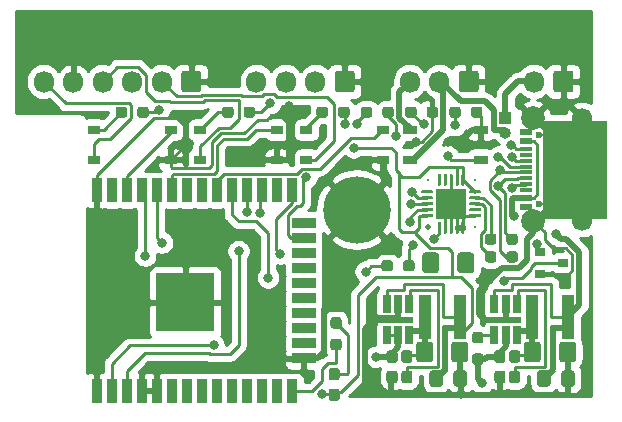
<source format=gbr>
%TF.GenerationSoftware,KiCad,Pcbnew,(5.1.9-0-10_14)*%
%TF.CreationDate,2021-05-03T15:07:03+01:00*%
%TF.ProjectId,Access,41636365-7373-42e6-9b69-6361645f7063,1*%
%TF.SameCoordinates,Original*%
%TF.FileFunction,Copper,L1,Top*%
%TF.FilePolarity,Positive*%
%FSLAX46Y46*%
G04 Gerber Fmt 4.6, Leading zero omitted, Abs format (unit mm)*
G04 Created by KiCad (PCBNEW (5.1.9-0-10_14)) date 2021-05-03 15:07:03*
%MOMM*%
%LPD*%
G01*
G04 APERTURE LIST*
%TA.AperFunction,EtchedComponent*%
%ADD10C,0.250000*%
%TD*%
%TA.AperFunction,EtchedComponent*%
%ADD11C,0.500000*%
%TD*%
%TA.AperFunction,SMDPad,CuDef*%
%ADD12R,1.000000X0.500000*%
%TD*%
%TA.AperFunction,SMDPad,CuDef*%
%ADD13C,0.100000*%
%TD*%
%TA.AperFunction,SMDPad,CuDef*%
%ADD14R,0.500000X1.000000*%
%TD*%
%TA.AperFunction,SMDPad,CuDef*%
%ADD15R,0.500000X0.800000*%
%TD*%
%TA.AperFunction,SMDPad,CuDef*%
%ADD16R,0.500000X3.650000*%
%TD*%
%TA.AperFunction,SMDPad,CuDef*%
%ADD17R,2.500000X0.500000*%
%TD*%
%TA.AperFunction,SMDPad,CuDef*%
%ADD18R,1.100000X3.700000*%
%TD*%
%TA.AperFunction,SMDPad,CuDef*%
%ADD19R,0.650000X1.560000*%
%TD*%
%TA.AperFunction,ComponentPad*%
%ADD20C,0.500000*%
%TD*%
%TA.AperFunction,ComponentPad*%
%ADD21C,5.700000*%
%TD*%
%TA.AperFunction,SMDPad,CuDef*%
%ADD22R,0.900000X0.800000*%
%TD*%
%TA.AperFunction,ComponentPad*%
%ADD23O,1.700000X1.850000*%
%TD*%
%TA.AperFunction,SMDPad,CuDef*%
%ADD24R,0.500000X0.200000*%
%TD*%
%TA.AperFunction,SMDPad,CuDef*%
%ADD25R,0.200000X0.500000*%
%TD*%
%TA.AperFunction,SMDPad,CuDef*%
%ADD26R,5.490000X8.340000*%
%TD*%
%TA.AperFunction,SMDPad,CuDef*%
%ADD27R,1.140000X0.600000*%
%TD*%
%TA.AperFunction,ComponentPad*%
%ADD28C,1.700000*%
%TD*%
%TA.AperFunction,ComponentPad*%
%ADD29C,2.000000*%
%TD*%
%TA.AperFunction,SMDPad,CuDef*%
%ADD30R,1.140000X0.300000*%
%TD*%
%TA.AperFunction,ComponentPad*%
%ADD31C,0.600000*%
%TD*%
%TA.AperFunction,SMDPad,CuDef*%
%ADD32R,1.000000X0.800000*%
%TD*%
%TA.AperFunction,ComponentPad*%
%ADD33O,1.000000X1.000000*%
%TD*%
%TA.AperFunction,ComponentPad*%
%ADD34R,1.000000X1.000000*%
%TD*%
%TA.AperFunction,ComponentPad*%
%ADD35C,1.524000*%
%TD*%
%TA.AperFunction,SMDPad,CuDef*%
%ADD36R,0.200000X0.200000*%
%TD*%
%TA.AperFunction,SMDPad,CuDef*%
%ADD37C,0.500000*%
%TD*%
%TA.AperFunction,SMDPad,CuDef*%
%ADD38R,2.500000X2.500000*%
%TD*%
%TA.AperFunction,SMDPad,CuDef*%
%ADD39R,1.200000X0.800000*%
%TD*%
%TA.AperFunction,SMDPad,CuDef*%
%ADD40R,0.900000X2.000000*%
%TD*%
%TA.AperFunction,SMDPad,CuDef*%
%ADD41R,2.000000X0.900000*%
%TD*%
%TA.AperFunction,SMDPad,CuDef*%
%ADD42R,5.000000X5.000000*%
%TD*%
%TA.AperFunction,ViaPad*%
%ADD43C,0.800000*%
%TD*%
%TA.AperFunction,Conductor*%
%ADD44C,0.250000*%
%TD*%
%TA.AperFunction,Conductor*%
%ADD45C,0.500000*%
%TD*%
%TA.AperFunction,Conductor*%
%ADD46C,0.254000*%
%TD*%
%TA.AperFunction,Conductor*%
%ADD47C,0.100000*%
%TD*%
G04 APERTURE END LIST*
D10*
%TO.C,Reg1*%
X133750000Y-97550000D02*
X133750000Y-96800000D01*
X133500000Y-89800000D02*
X136850000Y-89800000D01*
X132050000Y-91500000D02*
X132050000Y-90300000D01*
X134000000Y-90300000D02*
X136350000Y-90300000D01*
X134000000Y-91500000D02*
X134000000Y-90300000D01*
X136350000Y-96800000D02*
X136350000Y-90300000D01*
X133750000Y-96800000D02*
X136350000Y-96800000D01*
X135250000Y-95800000D02*
X133750000Y-95800000D01*
D11*
X135250000Y-93800000D02*
X135250000Y-95800000D01*
X135400000Y-93800000D02*
X134000000Y-93800000D01*
D10*
X136850000Y-92550000D02*
X136850000Y-89800000D01*
X136850000Y-92550000D02*
X137700000Y-92550000D01*
X133500000Y-90300000D02*
X133500000Y-89800000D01*
X133500000Y-90300000D02*
X132050000Y-90300000D01*
%TO.C,Reg2*%
X142870000Y-97550000D02*
X142870000Y-96800000D01*
X142620000Y-89800000D02*
X145970000Y-89800000D01*
X141170000Y-91500000D02*
X141170000Y-90300000D01*
X143120000Y-90300000D02*
X145470000Y-90300000D01*
X143120000Y-91500000D02*
X143120000Y-90300000D01*
X145470000Y-96800000D02*
X145470000Y-90300000D01*
X142870000Y-96800000D02*
X145470000Y-96800000D01*
X144370000Y-95800000D02*
X142870000Y-95800000D01*
D11*
X144370000Y-93800000D02*
X144370000Y-95800000D01*
X144520000Y-93800000D02*
X143120000Y-93800000D01*
D10*
X145970000Y-92550000D02*
X145970000Y-89800000D01*
X145970000Y-92550000D02*
X146820000Y-92550000D01*
X142620000Y-90300000D02*
X142620000Y-89800000D01*
X142620000Y-90300000D02*
X141170000Y-90300000D01*
%TD*%
%TO.P,R9,2*%
%TO.N,SHDN*%
%TA.AperFunction,SMDPad,CuDef*%
G36*
G01*
X132575000Y-88012500D02*
X132575000Y-88487500D01*
G75*
G02*
X132337500Y-88725000I-237500J0D01*
G01*
X131837500Y-88725000D01*
G75*
G02*
X131600000Y-88487500I0J237500D01*
G01*
X131600000Y-88012500D01*
G75*
G02*
X131837500Y-87775000I237500J0D01*
G01*
X132337500Y-87775000D01*
G75*
G02*
X132575000Y-88012500I0J-237500D01*
G01*
G37*
%TD.AperFunction*%
%TO.P,R9,1*%
%TO.N,Net-(Q1-Pad1)*%
%TA.AperFunction,SMDPad,CuDef*%
G36*
G01*
X134400000Y-88012500D02*
X134400000Y-88487500D01*
G75*
G02*
X134162500Y-88725000I-237500J0D01*
G01*
X133662500Y-88725000D01*
G75*
G02*
X133425000Y-88487500I0J237500D01*
G01*
X133425000Y-88012500D01*
G75*
G02*
X133662500Y-87775000I237500J0D01*
G01*
X134162500Y-87775000D01*
G75*
G02*
X134400000Y-88012500I0J-237500D01*
G01*
G37*
%TD.AperFunction*%
%TD*%
D12*
%TO.P,Reg1,4*%
%TO.N,+3V3*%
X137800000Y-93500000D03*
%TA.AperFunction,SMDPad,CuDef*%
G36*
G01*
X137215165Y-97188388D02*
X137038388Y-97365165D01*
G75*
G02*
X136861612Y-97365165I-88388J88388D01*
G01*
X136684835Y-97188388D01*
G75*
G02*
X136684835Y-97011612I88388J88388D01*
G01*
X136861612Y-96834835D01*
G75*
G02*
X137038388Y-96834835I88388J-88388D01*
G01*
X137215165Y-97011612D01*
G75*
G02*
X137215165Y-97188388I-88388J-88388D01*
G01*
G37*
%TD.AperFunction*%
%TA.AperFunction,SMDPad,CuDef*%
G36*
G01*
X136750000Y-97075000D02*
X136750000Y-96825000D01*
G75*
G02*
X136875000Y-96700000I125000J0D01*
G01*
X137125000Y-96700000D01*
G75*
G02*
X137250000Y-96825000I0J-125000D01*
G01*
X137250000Y-97075000D01*
G75*
G02*
X137125000Y-97200000I-125000J0D01*
G01*
X136875000Y-97200000D01*
G75*
G02*
X136750000Y-97075000I0J125000D01*
G01*
G37*
%TD.AperFunction*%
%TA.AperFunction,SMDPad,CuDef*%
D13*
G36*
X137230330Y-97173223D02*
G01*
X136523223Y-97880330D01*
X136169670Y-97526777D01*
X136876777Y-96819670D01*
X137230330Y-97173223D01*
G37*
%TD.AperFunction*%
%TO.P,Reg1,2*%
%TO.N,+12V*%
%TA.AperFunction,SMDPad,CuDef*%
G36*
G01*
X132750000Y-95125000D02*
X132750000Y-94875000D01*
G75*
G02*
X132875000Y-94750000I125000J0D01*
G01*
X133125000Y-94750000D01*
G75*
G02*
X133250000Y-94875000I0J-125000D01*
G01*
X133250000Y-95125000D01*
G75*
G02*
X133125000Y-95250000I-125000J0D01*
G01*
X132875000Y-95250000D01*
G75*
G02*
X132750000Y-95125000I0J125000D01*
G01*
G37*
%TD.AperFunction*%
%TA.AperFunction,SMDPad,CuDef*%
G36*
G01*
X133215165Y-95238388D02*
X133038388Y-95415165D01*
G75*
G02*
X132861612Y-95415165I-88388J88388D01*
G01*
X132684835Y-95238388D01*
G75*
G02*
X132684835Y-95061612I88388J88388D01*
G01*
X132861612Y-94884835D01*
G75*
G02*
X133038388Y-94884835I88388J-88388D01*
G01*
X133215165Y-95061612D01*
G75*
G02*
X133215165Y-95238388I-88388J-88388D01*
G01*
G37*
%TD.AperFunction*%
D14*
X133000000Y-94650000D03*
%TA.AperFunction,SMDPad,CuDef*%
D13*
G36*
X133180330Y-95273223D02*
G01*
X132473223Y-95980330D01*
X132119670Y-95626777D01*
X132826777Y-94919670D01*
X133180330Y-95273223D01*
G37*
%TD.AperFunction*%
D14*
%TO.P,Reg1,3*%
%TO.N,GND*%
X138250000Y-97150000D03*
X138250000Y-96300000D03*
X133000000Y-92050000D03*
D15*
X133000000Y-92650000D03*
D14*
X138250000Y-96800000D03*
%TO.P,Reg1,4*%
%TO.N,+3V3*%
%TA.AperFunction,SMDPad,CuDef*%
G36*
G01*
X136750000Y-93625000D02*
X136750000Y-93375000D01*
G75*
G02*
X136875000Y-93250000I125000J0D01*
G01*
X137125000Y-93250000D01*
G75*
G02*
X137250000Y-93375000I0J-125000D01*
G01*
X137250000Y-93625000D01*
G75*
G02*
X137125000Y-93750000I-125000J0D01*
G01*
X136875000Y-93750000D01*
G75*
G02*
X136750000Y-93625000I0J125000D01*
G01*
G37*
%TD.AperFunction*%
D12*
X137400000Y-93500000D03*
D16*
X137000000Y-95200000D03*
%TO.P,Reg1,~*%
%TO.N,N/C*%
%TA.AperFunction,SMDPad,CuDef*%
G36*
G01*
X134550000Y-96175626D02*
X134550000Y-94924374D01*
G75*
G02*
X134799374Y-94675000I249374J0D01*
G01*
X135725626Y-94675000D01*
G75*
G02*
X135975000Y-94924374I0J-249374D01*
G01*
X135975000Y-96175626D01*
G75*
G02*
X135725626Y-96425000I-249374J0D01*
G01*
X134799374Y-96425000D01*
G75*
G02*
X134550000Y-96175626I0J249374D01*
G01*
G37*
%TD.AperFunction*%
%TO.P,Reg1,3*%
%TO.N,GND*%
%TA.AperFunction,SMDPad,CuDef*%
G36*
G01*
X137525000Y-96175626D02*
X137525000Y-94924374D01*
G75*
G02*
X137774374Y-94675000I249374J0D01*
G01*
X138700626Y-94675000D01*
G75*
G02*
X138950000Y-94924374I0J-249374D01*
G01*
X138950000Y-96175626D01*
G75*
G02*
X138700626Y-96425000I-249374J0D01*
G01*
X137774374Y-96425000D01*
G75*
G02*
X137525000Y-96175626I0J249374D01*
G01*
G37*
%TD.AperFunction*%
D17*
X133000000Y-92800000D03*
D15*
X133000000Y-92400000D03*
D18*
%TO.P,Reg1,4*%
%TO.N,+3V3*%
X138250000Y-92550000D03*
%TO.P,Reg1,~*%
%TO.N,N/C*%
X135250000Y-92550000D03*
%TO.P,Reg1,3*%
%TO.N,GND*%
%TA.AperFunction,SMDPad,CuDef*%
G36*
G01*
X137700000Y-98250450D02*
X137700000Y-97349550D01*
G75*
G02*
X137949550Y-97100000I249550J0D01*
G01*
X138600450Y-97100000D01*
G75*
G02*
X138850000Y-97349550I0J-249550D01*
G01*
X138850000Y-98250450D01*
G75*
G02*
X138600450Y-98500000I-249550J0D01*
G01*
X137949550Y-98500000D01*
G75*
G02*
X137700000Y-98250450I0J249550D01*
G01*
G37*
%TD.AperFunction*%
%TO.P,Reg1,4*%
%TO.N,+3V3*%
%TA.AperFunction,SMDPad,CuDef*%
G36*
G01*
X135650000Y-98250450D02*
X135650000Y-97349550D01*
G75*
G02*
X135899550Y-97100000I249550J0D01*
G01*
X136550450Y-97100000D01*
G75*
G02*
X136800000Y-97349550I0J-249550D01*
G01*
X136800000Y-98250450D01*
G75*
G02*
X136550450Y-98500000I-249550J0D01*
G01*
X135899550Y-98500000D01*
G75*
G02*
X135650000Y-98250450I0J249550D01*
G01*
G37*
%TD.AperFunction*%
%TO.P,Reg1,3*%
%TO.N,GND*%
%TA.AperFunction,SMDPad,CuDef*%
G36*
G01*
X132737500Y-98200000D02*
X132262500Y-98200000D01*
G75*
G02*
X132025000Y-97962500I0J237500D01*
G01*
X132025000Y-97362500D01*
G75*
G02*
X132262500Y-97125000I237500J0D01*
G01*
X132737500Y-97125000D01*
G75*
G02*
X132975000Y-97362500I0J-237500D01*
G01*
X132975000Y-97962500D01*
G75*
G02*
X132737500Y-98200000I-237500J0D01*
G01*
G37*
%TD.AperFunction*%
%TO.P,Reg1,2*%
%TO.N,+12V*%
%TA.AperFunction,SMDPad,CuDef*%
G36*
G01*
X132737500Y-96475000D02*
X132262500Y-96475000D01*
G75*
G02*
X132025000Y-96237500I0J237500D01*
G01*
X132025000Y-95637500D01*
G75*
G02*
X132262500Y-95400000I237500J0D01*
G01*
X132737500Y-95400000D01*
G75*
G02*
X132975000Y-95637500I0J-237500D01*
G01*
X132975000Y-96237500D01*
G75*
G02*
X132737500Y-96475000I-237500J0D01*
G01*
G37*
%TD.AperFunction*%
%TO.P,Reg1,~*%
%TO.N,N/C*%
%TA.AperFunction,SMDPad,CuDef*%
G36*
G01*
X133987500Y-98200000D02*
X133512500Y-98200000D01*
G75*
G02*
X133275000Y-97962500I0J237500D01*
G01*
X133275000Y-97362500D01*
G75*
G02*
X133512500Y-97125000I237500J0D01*
G01*
X133987500Y-97125000D01*
G75*
G02*
X134225000Y-97362500I0J-237500D01*
G01*
X134225000Y-97962500D01*
G75*
G02*
X133987500Y-98200000I-237500J0D01*
G01*
G37*
%TD.AperFunction*%
%TA.AperFunction,SMDPad,CuDef*%
G36*
G01*
X133987500Y-96475000D02*
X133512500Y-96475000D01*
G75*
G02*
X133275000Y-96237500I0J237500D01*
G01*
X133275000Y-95637500D01*
G75*
G02*
X133512500Y-95400000I237500J0D01*
G01*
X133987500Y-95400000D01*
G75*
G02*
X134225000Y-95637500I0J-237500D01*
G01*
X134225000Y-96237500D01*
G75*
G02*
X133987500Y-96475000I-237500J0D01*
G01*
G37*
%TD.AperFunction*%
D19*
%TO.P,Reg1,1*%
%TO.N,+12V*%
X132050000Y-94150000D03*
%TO.P,Reg1,2*%
X133000000Y-94150000D03*
%TO.P,Reg1,~*%
%TO.N,N/C*%
X133950000Y-94150000D03*
X133950000Y-91450000D03*
X132050000Y-91450000D03*
%TO.P,Reg1,3*%
%TO.N,GND*%
X133000000Y-91450000D03*
%TD*%
%TO.P,D1,2*%
%TO.N,VBUS*%
%TA.AperFunction,SMDPad,CuDef*%
G36*
G01*
X138025000Y-88625000D02*
X138025000Y-87375000D01*
G75*
G02*
X138275000Y-87125000I250000J0D01*
G01*
X139200000Y-87125000D01*
G75*
G02*
X139450000Y-87375000I0J-250000D01*
G01*
X139450000Y-88625000D01*
G75*
G02*
X139200000Y-88875000I-250000J0D01*
G01*
X138275000Y-88875000D01*
G75*
G02*
X138025000Y-88625000I0J250000D01*
G01*
G37*
%TD.AperFunction*%
%TO.P,D1,1*%
%TO.N,+12V*%
%TA.AperFunction,SMDPad,CuDef*%
G36*
G01*
X135050000Y-88625000D02*
X135050000Y-87375000D01*
G75*
G02*
X135300000Y-87125000I250000J0D01*
G01*
X136225000Y-87125000D01*
G75*
G02*
X136475000Y-87375000I0J-250000D01*
G01*
X136475000Y-88625000D01*
G75*
G02*
X136225000Y-88875000I-250000J0D01*
G01*
X135300000Y-88875000D01*
G75*
G02*
X135050000Y-88625000I0J250000D01*
G01*
G37*
%TD.AperFunction*%
%TD*%
D20*
%TO.P,H1,1*%
%TO.N,GND*%
X129500000Y-81250000D03*
X127250000Y-83500000D03*
X129500000Y-85750000D03*
X131750000Y-83500000D03*
D21*
X129500000Y-83500000D03*
%TD*%
D22*
%TO.P,Q1,3*%
%TO.N,Net-(Q1-Pad3)*%
X147000000Y-88000000D03*
%TO.P,Q1,2*%
%TO.N,GND*%
X145000000Y-88950000D03*
%TO.P,Q1,1*%
%TO.N,Net-(Q1-Pad1)*%
X145000000Y-87050000D03*
%TD*%
D23*
%TO.P,J3,3*%
%TO.N,Net-(J3-Pad3)*%
X134000000Y-72650000D03*
%TO.P,J3,2*%
%TO.N,Net-(J3-Pad2)*%
X136500000Y-72650000D03*
%TO.P,J3,1*%
%TO.N,GND*%
%TA.AperFunction,ComponentPad*%
G36*
G01*
X139850000Y-71975000D02*
X139850000Y-73325000D01*
G75*
G02*
X139600000Y-73575000I-250000J0D01*
G01*
X138400000Y-73575000D01*
G75*
G02*
X138150000Y-73325000I0J250000D01*
G01*
X138150000Y-71975000D01*
G75*
G02*
X138400000Y-71725000I250000J0D01*
G01*
X139600000Y-71725000D01*
G75*
G02*
X139850000Y-71975000I0J-250000D01*
G01*
G37*
%TD.AperFunction*%
%TD*%
%TO.P,J2,2*%
%TO.N,+12V*%
X144500000Y-72650000D03*
%TO.P,J2,1*%
%TO.N,GND*%
%TA.AperFunction,ComponentPad*%
G36*
G01*
X147850000Y-71975000D02*
X147850000Y-73325000D01*
G75*
G02*
X147600000Y-73575000I-250000J0D01*
G01*
X146400000Y-73575000D01*
G75*
G02*
X146150000Y-73325000I0J250000D01*
G01*
X146150000Y-71975000D01*
G75*
G02*
X146400000Y-71725000I250000J0D01*
G01*
X147600000Y-71725000D01*
G75*
G02*
X147850000Y-71975000I0J-250000D01*
G01*
G37*
%TD.AperFunction*%
%TD*%
%TO.P,J5,6*%
%TO.N,Net-(J5-Pad6)*%
X103000000Y-72650000D03*
%TO.P,J5,5*%
%TO.N,GND*%
X105500000Y-72650000D03*
%TO.P,J5,4*%
%TO.N,Net-(J5-Pad4)*%
X108000000Y-72650000D03*
%TO.P,J5,3*%
%TO.N,GND*%
X110500000Y-72650000D03*
%TO.P,J5,2*%
%TO.N,Net-(J5-Pad2)*%
X113000000Y-72650000D03*
%TO.P,J5,1*%
%TO.N,GND*%
%TA.AperFunction,ComponentPad*%
G36*
G01*
X116350000Y-71975000D02*
X116350000Y-73325000D01*
G75*
G02*
X116100000Y-73575000I-250000J0D01*
G01*
X114900000Y-73575000D01*
G75*
G02*
X114650000Y-73325000I0J250000D01*
G01*
X114650000Y-71975000D01*
G75*
G02*
X114900000Y-71725000I250000J0D01*
G01*
X116100000Y-71725000D01*
G75*
G02*
X116350000Y-71975000I0J-250000D01*
G01*
G37*
%TD.AperFunction*%
%TD*%
%TO.P,J4,4*%
%TO.N,RFTX*%
X121000000Y-72650000D03*
%TO.P,J4,3*%
%TO.N,RFRX*%
X123500000Y-72650000D03*
%TO.P,J4,2*%
%TO.N,+5V*%
X126000000Y-72650000D03*
%TO.P,J4,1*%
%TO.N,GND*%
%TA.AperFunction,ComponentPad*%
G36*
G01*
X129350000Y-71975000D02*
X129350000Y-73325000D01*
G75*
G02*
X129100000Y-73575000I-250000J0D01*
G01*
X127900000Y-73575000D01*
G75*
G02*
X127650000Y-73325000I0J250000D01*
G01*
X127650000Y-71975000D01*
G75*
G02*
X127900000Y-71725000I250000J0D01*
G01*
X129100000Y-71725000D01*
G75*
G02*
X129350000Y-71975000I0J-250000D01*
G01*
G37*
%TD.AperFunction*%
%TD*%
%TO.P,D2,2*%
%TO.N,+3V3*%
%TA.AperFunction,SMDPad,CuDef*%
G36*
G01*
X127362500Y-98650000D02*
X127837500Y-98650000D01*
G75*
G02*
X128075000Y-98887500I0J-237500D01*
G01*
X128075000Y-99462500D01*
G75*
G02*
X127837500Y-99700000I-237500J0D01*
G01*
X127362500Y-99700000D01*
G75*
G02*
X127125000Y-99462500I0J237500D01*
G01*
X127125000Y-98887500D01*
G75*
G02*
X127362500Y-98650000I237500J0D01*
G01*
G37*
%TD.AperFunction*%
%TO.P,D2,1*%
%TO.N,Net-(D2-Pad1)*%
%TA.AperFunction,SMDPad,CuDef*%
G36*
G01*
X127362500Y-96900000D02*
X127837500Y-96900000D01*
G75*
G02*
X128075000Y-97137500I0J-237500D01*
G01*
X128075000Y-97712500D01*
G75*
G02*
X127837500Y-97950000I-237500J0D01*
G01*
X127362500Y-97950000D01*
G75*
G02*
X127125000Y-97712500I0J237500D01*
G01*
X127125000Y-97137500D01*
G75*
G02*
X127362500Y-96900000I237500J0D01*
G01*
G37*
%TD.AperFunction*%
%TD*%
D24*
%TO.P,J1,S1*%
%TO.N,GND*%
X145275000Y-76080000D03*
X145265000Y-84130000D03*
X145255000Y-77210000D03*
X145125000Y-77210000D03*
X145255000Y-83000000D03*
X145105000Y-83000000D03*
D25*
X148615000Y-83710000D03*
%TA.AperFunction,SMDPad,CuDef*%
D13*
G36*
X144007513Y-76776066D02*
G01*
X144361066Y-76422513D01*
X144502487Y-76563934D01*
X144148934Y-76917487D01*
X144007513Y-76776066D01*
G37*
%TD.AperFunction*%
%TA.AperFunction,SMDPad,CuDef*%
G36*
X144208934Y-83302513D02*
G01*
X144562487Y-83656066D01*
X144421066Y-83797487D01*
X144067513Y-83443934D01*
X144208934Y-83302513D01*
G37*
%TD.AperFunction*%
D25*
X148615000Y-76480000D03*
D26*
X147950000Y-80100000D03*
D27*
%TO.P,J1,A12*%
X143835000Y-76900000D03*
%TO.P,J1,A4*%
%TO.N,VBUS*%
X143835000Y-82500000D03*
%TO.P,J1,B12*%
%TO.N,GND*%
X143835000Y-83300000D03*
%TO.P,J1,B4*%
%TO.N,VBUS*%
X143835000Y-77700000D03*
D28*
%TO.P,J1,S1*%
%TO.N,GND*%
X148605000Y-75775000D03*
X148605000Y-84425000D03*
D29*
X144425000Y-75775000D03*
X144425000Y-84425000D03*
D30*
%TO.P,J1,A7*%
%TO.N,Net-(J1-PadA7)*%
X143835000Y-79850000D03*
%TO.P,J1,A6*%
%TO.N,Net-(J1-PadA6)*%
X143835000Y-80350000D03*
%TO.P,J1,B6*%
X143835000Y-79350000D03*
%TO.P,J1,B7*%
%TO.N,Net-(J1-PadA7)*%
X143835000Y-80850000D03*
%TO.P,J1,A8*%
%TO.N,Net-(J1-PadA8)*%
X143835000Y-78850000D03*
%TO.P,J1,A5*%
%TO.N,Net-(J1-PadA5)*%
X143835000Y-81350000D03*
%TO.P,J1,B5*%
%TO.N,Net-(J1-PadB5)*%
X143835000Y-78350000D03*
%TO.P,J1,B8*%
%TO.N,Net-(J1-PadB8)*%
X143835000Y-81850000D03*
D27*
%TO.P,J1,A9*%
%TO.N,VBUS*%
X143835000Y-77700000D03*
%TO.P,J1,B9*%
X143835000Y-82500000D03*
%TO.P,J1,B1*%
%TO.N,GND*%
X143835000Y-76900000D03*
D31*
%TO.P,J1,S1*%
X144905000Y-77210000D03*
X144905000Y-82990000D03*
D27*
%TO.P,J1,A1*%
X143835000Y-83300000D03*
%TD*%
%TO.P,R11,2*%
%TO.N,LED*%
%TA.AperFunction,SMDPad,CuDef*%
G36*
G01*
X127512500Y-94425000D02*
X127987500Y-94425000D01*
G75*
G02*
X128225000Y-94662500I0J-237500D01*
G01*
X128225000Y-95162500D01*
G75*
G02*
X127987500Y-95400000I-237500J0D01*
G01*
X127512500Y-95400000D01*
G75*
G02*
X127275000Y-95162500I0J237500D01*
G01*
X127275000Y-94662500D01*
G75*
G02*
X127512500Y-94425000I237500J0D01*
G01*
G37*
%TD.AperFunction*%
%TO.P,R11,1*%
%TO.N,Net-(D2-Pad1)*%
%TA.AperFunction,SMDPad,CuDef*%
G36*
G01*
X127512500Y-92600000D02*
X127987500Y-92600000D01*
G75*
G02*
X128225000Y-92837500I0J-237500D01*
G01*
X128225000Y-93337500D01*
G75*
G02*
X127987500Y-93575000I-237500J0D01*
G01*
X127512500Y-93575000D01*
G75*
G02*
X127275000Y-93337500I0J237500D01*
G01*
X127275000Y-92837500D01*
G75*
G02*
X127512500Y-92600000I237500J0D01*
G01*
G37*
%TD.AperFunction*%
%TD*%
%TO.P,R8,2*%
%TO.N,Net-(J1-PadA6)*%
%TA.AperFunction,SMDPad,CuDef*%
G36*
G01*
X142175000Y-87737500D02*
X142175000Y-87262500D01*
G75*
G02*
X142412500Y-87025000I237500J0D01*
G01*
X142912500Y-87025000D01*
G75*
G02*
X143150000Y-87262500I0J-237500D01*
G01*
X143150000Y-87737500D01*
G75*
G02*
X142912500Y-87975000I-237500J0D01*
G01*
X142412500Y-87975000D01*
G75*
G02*
X142175000Y-87737500I0J237500D01*
G01*
G37*
%TD.AperFunction*%
%TO.P,R8,1*%
%TO.N,D+*%
%TA.AperFunction,SMDPad,CuDef*%
G36*
G01*
X140350000Y-87737500D02*
X140350000Y-87262500D01*
G75*
G02*
X140587500Y-87025000I237500J0D01*
G01*
X141087500Y-87025000D01*
G75*
G02*
X141325000Y-87262500I0J-237500D01*
G01*
X141325000Y-87737500D01*
G75*
G02*
X141087500Y-87975000I-237500J0D01*
G01*
X140587500Y-87975000D01*
G75*
G02*
X140350000Y-87737500I0J237500D01*
G01*
G37*
%TD.AperFunction*%
%TD*%
%TO.P,R7,2*%
%TO.N,Net-(J1-PadA7)*%
%TA.AperFunction,SMDPad,CuDef*%
G36*
G01*
X142175000Y-86237500D02*
X142175000Y-85762500D01*
G75*
G02*
X142412500Y-85525000I237500J0D01*
G01*
X142912500Y-85525000D01*
G75*
G02*
X143150000Y-85762500I0J-237500D01*
G01*
X143150000Y-86237500D01*
G75*
G02*
X142912500Y-86475000I-237500J0D01*
G01*
X142412500Y-86475000D01*
G75*
G02*
X142175000Y-86237500I0J237500D01*
G01*
G37*
%TD.AperFunction*%
%TO.P,R7,1*%
%TO.N,D-*%
%TA.AperFunction,SMDPad,CuDef*%
G36*
G01*
X140350000Y-86237500D02*
X140350000Y-85762500D01*
G75*
G02*
X140587500Y-85525000I237500J0D01*
G01*
X141087500Y-85525000D01*
G75*
G02*
X141325000Y-85762500I0J-237500D01*
G01*
X141325000Y-86237500D01*
G75*
G02*
X141087500Y-86475000I-237500J0D01*
G01*
X140587500Y-86475000D01*
G75*
G02*
X140350000Y-86237500I0J237500D01*
G01*
G37*
%TD.AperFunction*%
%TD*%
%TO.P,R6,2*%
%TO.N,Net-(J1-PadB5)*%
%TA.AperFunction,SMDPad,CuDef*%
G36*
G01*
X138325000Y-75012500D02*
X138325000Y-75487500D01*
G75*
G02*
X138087500Y-75725000I-237500J0D01*
G01*
X137587500Y-75725000D01*
G75*
G02*
X137350000Y-75487500I0J237500D01*
G01*
X137350000Y-75012500D01*
G75*
G02*
X137587500Y-74775000I237500J0D01*
G01*
X138087500Y-74775000D01*
G75*
G02*
X138325000Y-75012500I0J-237500D01*
G01*
G37*
%TD.AperFunction*%
%TO.P,R6,1*%
%TO.N,GND*%
%TA.AperFunction,SMDPad,CuDef*%
G36*
G01*
X140150000Y-75012500D02*
X140150000Y-75487500D01*
G75*
G02*
X139912500Y-75725000I-237500J0D01*
G01*
X139412500Y-75725000D01*
G75*
G02*
X139175000Y-75487500I0J237500D01*
G01*
X139175000Y-75012500D01*
G75*
G02*
X139412500Y-74775000I237500J0D01*
G01*
X139912500Y-74775000D01*
G75*
G02*
X140150000Y-75012500I0J-237500D01*
G01*
G37*
%TD.AperFunction*%
%TD*%
%TO.P,R5,2*%
%TO.N,GND*%
%TA.AperFunction,SMDPad,CuDef*%
G36*
G01*
X135425000Y-75487500D02*
X135425000Y-75012500D01*
G75*
G02*
X135662500Y-74775000I237500J0D01*
G01*
X136162500Y-74775000D01*
G75*
G02*
X136400000Y-75012500I0J-237500D01*
G01*
X136400000Y-75487500D01*
G75*
G02*
X136162500Y-75725000I-237500J0D01*
G01*
X135662500Y-75725000D01*
G75*
G02*
X135425000Y-75487500I0J237500D01*
G01*
G37*
%TD.AperFunction*%
%TO.P,R5,1*%
%TO.N,Net-(J1-PadA5)*%
%TA.AperFunction,SMDPad,CuDef*%
G36*
G01*
X133600000Y-75487500D02*
X133600000Y-75012500D01*
G75*
G02*
X133837500Y-74775000I237500J0D01*
G01*
X134337500Y-74775000D01*
G75*
G02*
X134575000Y-75012500I0J-237500D01*
G01*
X134575000Y-75487500D01*
G75*
G02*
X134337500Y-75725000I-237500J0D01*
G01*
X133837500Y-75725000D01*
G75*
G02*
X133600000Y-75487500I0J237500D01*
G01*
G37*
%TD.AperFunction*%
%TD*%
%TO.P,R1,2*%
%TO.N,OUT1*%
%TA.AperFunction,SMDPad,CuDef*%
G36*
G01*
X130825000Y-75012500D02*
X130825000Y-75487500D01*
G75*
G02*
X130587500Y-75725000I-237500J0D01*
G01*
X130087500Y-75725000D01*
G75*
G02*
X129850000Y-75487500I0J237500D01*
G01*
X129850000Y-75012500D01*
G75*
G02*
X130087500Y-74775000I237500J0D01*
G01*
X130587500Y-74775000D01*
G75*
G02*
X130825000Y-75012500I0J-237500D01*
G01*
G37*
%TD.AperFunction*%
%TO.P,R1,1*%
%TO.N,Net-(R1-Pad1)*%
%TA.AperFunction,SMDPad,CuDef*%
G36*
G01*
X132650000Y-75012500D02*
X132650000Y-75487500D01*
G75*
G02*
X132412500Y-75725000I-237500J0D01*
G01*
X131912500Y-75725000D01*
G75*
G02*
X131675000Y-75487500I0J237500D01*
G01*
X131675000Y-75012500D01*
G75*
G02*
X131912500Y-74775000I237500J0D01*
G01*
X132412500Y-74775000D01*
G75*
G02*
X132650000Y-75012500I0J-237500D01*
G01*
G37*
%TD.AperFunction*%
%TD*%
%TO.P,R4,2*%
%TO.N,+3V3*%
%TA.AperFunction,SMDPad,CuDef*%
G36*
G01*
X110925000Y-75487500D02*
X110925000Y-75012500D01*
G75*
G02*
X111162500Y-74775000I237500J0D01*
G01*
X111662500Y-74775000D01*
G75*
G02*
X111900000Y-75012500I0J-237500D01*
G01*
X111900000Y-75487500D01*
G75*
G02*
X111662500Y-75725000I-237500J0D01*
G01*
X111162500Y-75725000D01*
G75*
G02*
X110925000Y-75487500I0J237500D01*
G01*
G37*
%TD.AperFunction*%
%TO.P,R4,1*%
%TO.N,Net-(R4-Pad1)*%
%TA.AperFunction,SMDPad,CuDef*%
G36*
G01*
X109100000Y-75487500D02*
X109100000Y-75012500D01*
G75*
G02*
X109337500Y-74775000I237500J0D01*
G01*
X109837500Y-74775000D01*
G75*
G02*
X110075000Y-75012500I0J-237500D01*
G01*
X110075000Y-75487500D01*
G75*
G02*
X109837500Y-75725000I-237500J0D01*
G01*
X109337500Y-75725000D01*
G75*
G02*
X109100000Y-75487500I0J237500D01*
G01*
G37*
%TD.AperFunction*%
%TD*%
%TO.P,R3,2*%
%TO.N,+3V3*%
%TA.AperFunction,SMDPad,CuDef*%
G36*
G01*
X119925000Y-75487500D02*
X119925000Y-75012500D01*
G75*
G02*
X120162500Y-74775000I237500J0D01*
G01*
X120662500Y-74775000D01*
G75*
G02*
X120900000Y-75012500I0J-237500D01*
G01*
X120900000Y-75487500D01*
G75*
G02*
X120662500Y-75725000I-237500J0D01*
G01*
X120162500Y-75725000D01*
G75*
G02*
X119925000Y-75487500I0J237500D01*
G01*
G37*
%TD.AperFunction*%
%TO.P,R3,1*%
%TO.N,Net-(R3-Pad1)*%
%TA.AperFunction,SMDPad,CuDef*%
G36*
G01*
X118100000Y-75487500D02*
X118100000Y-75012500D01*
G75*
G02*
X118337500Y-74775000I237500J0D01*
G01*
X118837500Y-74775000D01*
G75*
G02*
X119075000Y-75012500I0J-237500D01*
G01*
X119075000Y-75487500D01*
G75*
G02*
X118837500Y-75725000I-237500J0D01*
G01*
X118337500Y-75725000D01*
G75*
G02*
X118100000Y-75487500I0J237500D01*
G01*
G37*
%TD.AperFunction*%
%TD*%
%TO.P,R2,2*%
%TO.N,+3V3*%
%TA.AperFunction,SMDPad,CuDef*%
G36*
G01*
X127925000Y-75487500D02*
X127925000Y-75012500D01*
G75*
G02*
X128162500Y-74775000I237500J0D01*
G01*
X128662500Y-74775000D01*
G75*
G02*
X128900000Y-75012500I0J-237500D01*
G01*
X128900000Y-75487500D01*
G75*
G02*
X128662500Y-75725000I-237500J0D01*
G01*
X128162500Y-75725000D01*
G75*
G02*
X127925000Y-75487500I0J237500D01*
G01*
G37*
%TD.AperFunction*%
%TO.P,R2,1*%
%TO.N,Net-(R2-Pad1)*%
%TA.AperFunction,SMDPad,CuDef*%
G36*
G01*
X126100000Y-75487500D02*
X126100000Y-75012500D01*
G75*
G02*
X126337500Y-74775000I237500J0D01*
G01*
X126837500Y-74775000D01*
G75*
G02*
X127075000Y-75012500I0J-237500D01*
G01*
X127075000Y-75487500D01*
G75*
G02*
X126837500Y-75725000I-237500J0D01*
G01*
X126337500Y-75725000D01*
G75*
G02*
X126100000Y-75487500I0J237500D01*
G01*
G37*
%TD.AperFunction*%
%TD*%
D12*
%TO.P,Reg2,4*%
%TO.N,+5V*%
X146920000Y-93500000D03*
%TA.AperFunction,SMDPad,CuDef*%
G36*
G01*
X146335165Y-97188388D02*
X146158388Y-97365165D01*
G75*
G02*
X145981612Y-97365165I-88388J88388D01*
G01*
X145804835Y-97188388D01*
G75*
G02*
X145804835Y-97011612I88388J88388D01*
G01*
X145981612Y-96834835D01*
G75*
G02*
X146158388Y-96834835I88388J-88388D01*
G01*
X146335165Y-97011612D01*
G75*
G02*
X146335165Y-97188388I-88388J-88388D01*
G01*
G37*
%TD.AperFunction*%
%TA.AperFunction,SMDPad,CuDef*%
G36*
G01*
X145870000Y-97075000D02*
X145870000Y-96825000D01*
G75*
G02*
X145995000Y-96700000I125000J0D01*
G01*
X146245000Y-96700000D01*
G75*
G02*
X146370000Y-96825000I0J-125000D01*
G01*
X146370000Y-97075000D01*
G75*
G02*
X146245000Y-97200000I-125000J0D01*
G01*
X145995000Y-97200000D01*
G75*
G02*
X145870000Y-97075000I0J125000D01*
G01*
G37*
%TD.AperFunction*%
%TA.AperFunction,SMDPad,CuDef*%
D13*
G36*
X146350330Y-97173223D02*
G01*
X145643223Y-97880330D01*
X145289670Y-97526777D01*
X145996777Y-96819670D01*
X146350330Y-97173223D01*
G37*
%TD.AperFunction*%
%TO.P,Reg2,2*%
%TO.N,+12V*%
%TA.AperFunction,SMDPad,CuDef*%
G36*
G01*
X141870000Y-95125000D02*
X141870000Y-94875000D01*
G75*
G02*
X141995000Y-94750000I125000J0D01*
G01*
X142245000Y-94750000D01*
G75*
G02*
X142370000Y-94875000I0J-125000D01*
G01*
X142370000Y-95125000D01*
G75*
G02*
X142245000Y-95250000I-125000J0D01*
G01*
X141995000Y-95250000D01*
G75*
G02*
X141870000Y-95125000I0J125000D01*
G01*
G37*
%TD.AperFunction*%
%TA.AperFunction,SMDPad,CuDef*%
G36*
G01*
X142335165Y-95238388D02*
X142158388Y-95415165D01*
G75*
G02*
X141981612Y-95415165I-88388J88388D01*
G01*
X141804835Y-95238388D01*
G75*
G02*
X141804835Y-95061612I88388J88388D01*
G01*
X141981612Y-94884835D01*
G75*
G02*
X142158388Y-94884835I88388J-88388D01*
G01*
X142335165Y-95061612D01*
G75*
G02*
X142335165Y-95238388I-88388J-88388D01*
G01*
G37*
%TD.AperFunction*%
D14*
X142120000Y-94650000D03*
%TA.AperFunction,SMDPad,CuDef*%
D13*
G36*
X142300330Y-95273223D02*
G01*
X141593223Y-95980330D01*
X141239670Y-95626777D01*
X141946777Y-94919670D01*
X142300330Y-95273223D01*
G37*
%TD.AperFunction*%
D14*
%TO.P,Reg2,3*%
%TO.N,GND*%
X147370000Y-97150000D03*
X147370000Y-96300000D03*
X142120000Y-92050000D03*
D15*
X142120000Y-92650000D03*
D14*
X147370000Y-96800000D03*
%TO.P,Reg2,4*%
%TO.N,+5V*%
%TA.AperFunction,SMDPad,CuDef*%
G36*
G01*
X145870000Y-93625000D02*
X145870000Y-93375000D01*
G75*
G02*
X145995000Y-93250000I125000J0D01*
G01*
X146245000Y-93250000D01*
G75*
G02*
X146370000Y-93375000I0J-125000D01*
G01*
X146370000Y-93625000D01*
G75*
G02*
X146245000Y-93750000I-125000J0D01*
G01*
X145995000Y-93750000D01*
G75*
G02*
X145870000Y-93625000I0J125000D01*
G01*
G37*
%TD.AperFunction*%
D12*
X146520000Y-93500000D03*
D16*
X146120000Y-95200000D03*
%TO.P,Reg2,~*%
%TO.N,N/C*%
%TA.AperFunction,SMDPad,CuDef*%
G36*
G01*
X143670000Y-96175626D02*
X143670000Y-94924374D01*
G75*
G02*
X143919374Y-94675000I249374J0D01*
G01*
X144845626Y-94675000D01*
G75*
G02*
X145095000Y-94924374I0J-249374D01*
G01*
X145095000Y-96175626D01*
G75*
G02*
X144845626Y-96425000I-249374J0D01*
G01*
X143919374Y-96425000D01*
G75*
G02*
X143670000Y-96175626I0J249374D01*
G01*
G37*
%TD.AperFunction*%
%TO.P,Reg2,3*%
%TO.N,GND*%
%TA.AperFunction,SMDPad,CuDef*%
G36*
G01*
X146645000Y-96175626D02*
X146645000Y-94924374D01*
G75*
G02*
X146894374Y-94675000I249374J0D01*
G01*
X147820626Y-94675000D01*
G75*
G02*
X148070000Y-94924374I0J-249374D01*
G01*
X148070000Y-96175626D01*
G75*
G02*
X147820626Y-96425000I-249374J0D01*
G01*
X146894374Y-96425000D01*
G75*
G02*
X146645000Y-96175626I0J249374D01*
G01*
G37*
%TD.AperFunction*%
D17*
X142120000Y-92800000D03*
D15*
X142120000Y-92400000D03*
D18*
%TO.P,Reg2,4*%
%TO.N,+5V*%
X147370000Y-92550000D03*
%TO.P,Reg2,~*%
%TO.N,N/C*%
X144370000Y-92550000D03*
%TO.P,Reg2,3*%
%TO.N,GND*%
%TA.AperFunction,SMDPad,CuDef*%
G36*
G01*
X146820000Y-98250450D02*
X146820000Y-97349550D01*
G75*
G02*
X147069550Y-97100000I249550J0D01*
G01*
X147720450Y-97100000D01*
G75*
G02*
X147970000Y-97349550I0J-249550D01*
G01*
X147970000Y-98250450D01*
G75*
G02*
X147720450Y-98500000I-249550J0D01*
G01*
X147069550Y-98500000D01*
G75*
G02*
X146820000Y-98250450I0J249550D01*
G01*
G37*
%TD.AperFunction*%
%TO.P,Reg2,4*%
%TO.N,+5V*%
%TA.AperFunction,SMDPad,CuDef*%
G36*
G01*
X144770000Y-98250450D02*
X144770000Y-97349550D01*
G75*
G02*
X145019550Y-97100000I249550J0D01*
G01*
X145670450Y-97100000D01*
G75*
G02*
X145920000Y-97349550I0J-249550D01*
G01*
X145920000Y-98250450D01*
G75*
G02*
X145670450Y-98500000I-249550J0D01*
G01*
X145019550Y-98500000D01*
G75*
G02*
X144770000Y-98250450I0J249550D01*
G01*
G37*
%TD.AperFunction*%
%TO.P,Reg2,3*%
%TO.N,GND*%
%TA.AperFunction,SMDPad,CuDef*%
G36*
G01*
X141857500Y-98200000D02*
X141382500Y-98200000D01*
G75*
G02*
X141145000Y-97962500I0J237500D01*
G01*
X141145000Y-97362500D01*
G75*
G02*
X141382500Y-97125000I237500J0D01*
G01*
X141857500Y-97125000D01*
G75*
G02*
X142095000Y-97362500I0J-237500D01*
G01*
X142095000Y-97962500D01*
G75*
G02*
X141857500Y-98200000I-237500J0D01*
G01*
G37*
%TD.AperFunction*%
%TO.P,Reg2,2*%
%TO.N,+12V*%
%TA.AperFunction,SMDPad,CuDef*%
G36*
G01*
X141857500Y-96475000D02*
X141382500Y-96475000D01*
G75*
G02*
X141145000Y-96237500I0J237500D01*
G01*
X141145000Y-95637500D01*
G75*
G02*
X141382500Y-95400000I237500J0D01*
G01*
X141857500Y-95400000D01*
G75*
G02*
X142095000Y-95637500I0J-237500D01*
G01*
X142095000Y-96237500D01*
G75*
G02*
X141857500Y-96475000I-237500J0D01*
G01*
G37*
%TD.AperFunction*%
%TO.P,Reg2,~*%
%TO.N,N/C*%
%TA.AperFunction,SMDPad,CuDef*%
G36*
G01*
X143107500Y-98200000D02*
X142632500Y-98200000D01*
G75*
G02*
X142395000Y-97962500I0J237500D01*
G01*
X142395000Y-97362500D01*
G75*
G02*
X142632500Y-97125000I237500J0D01*
G01*
X143107500Y-97125000D01*
G75*
G02*
X143345000Y-97362500I0J-237500D01*
G01*
X143345000Y-97962500D01*
G75*
G02*
X143107500Y-98200000I-237500J0D01*
G01*
G37*
%TD.AperFunction*%
%TA.AperFunction,SMDPad,CuDef*%
G36*
G01*
X143107500Y-96475000D02*
X142632500Y-96475000D01*
G75*
G02*
X142395000Y-96237500I0J237500D01*
G01*
X142395000Y-95637500D01*
G75*
G02*
X142632500Y-95400000I237500J0D01*
G01*
X143107500Y-95400000D01*
G75*
G02*
X143345000Y-95637500I0J-237500D01*
G01*
X143345000Y-96237500D01*
G75*
G02*
X143107500Y-96475000I-237500J0D01*
G01*
G37*
%TD.AperFunction*%
D19*
%TO.P,Reg2,1*%
%TO.N,Net-(Q1-Pad3)*%
X141170000Y-94150000D03*
%TO.P,Reg2,2*%
%TO.N,+12V*%
X142120000Y-94150000D03*
%TO.P,Reg2,~*%
%TO.N,N/C*%
X143070000Y-94150000D03*
X143070000Y-91450000D03*
X141170000Y-91450000D03*
%TO.P,Reg2,3*%
%TO.N,GND*%
X142120000Y-91450000D03*
%TD*%
%TO.P,R10,2*%
%TO.N,+12V*%
%TA.AperFunction,SMDPad,CuDef*%
G36*
G01*
X139512500Y-95675000D02*
X139987500Y-95675000D01*
G75*
G02*
X140225000Y-95912500I0J-237500D01*
G01*
X140225000Y-96412500D01*
G75*
G02*
X139987500Y-96650000I-237500J0D01*
G01*
X139512500Y-96650000D01*
G75*
G02*
X139275000Y-96412500I0J237500D01*
G01*
X139275000Y-95912500D01*
G75*
G02*
X139512500Y-95675000I237500J0D01*
G01*
G37*
%TD.AperFunction*%
%TO.P,R10,1*%
%TO.N,Net-(Q1-Pad3)*%
%TA.AperFunction,SMDPad,CuDef*%
G36*
G01*
X139512500Y-93850000D02*
X139987500Y-93850000D01*
G75*
G02*
X140225000Y-94087500I0J-237500D01*
G01*
X140225000Y-94587500D01*
G75*
G02*
X139987500Y-94825000I-237500J0D01*
G01*
X139512500Y-94825000D01*
G75*
G02*
X139275000Y-94587500I0J237500D01*
G01*
X139275000Y-94087500D01*
G75*
G02*
X139512500Y-93850000I237500J0D01*
G01*
G37*
%TD.AperFunction*%
%TD*%
D32*
%TO.P,U5,4*%
%TO.N,IN3*%
X113750000Y-76730000D03*
%TO.P,U5,3*%
%TO.N,GND*%
X113750000Y-79270000D03*
%TO.P,U5,2*%
%TO.N,Net-(J5-Pad6)*%
X107250000Y-79270000D03*
%TO.P,U5,1*%
%TO.N,Net-(R4-Pad1)*%
X107250000Y-76730000D03*
%TD*%
%TO.P,U4,4*%
%TO.N,IN2*%
X122750000Y-76730000D03*
%TO.P,U4,3*%
%TO.N,GND*%
X122750000Y-79270000D03*
%TO.P,U4,2*%
%TO.N,Net-(J5-Pad4)*%
X116250000Y-79270000D03*
%TO.P,U4,1*%
%TO.N,Net-(R3-Pad1)*%
X116250000Y-76730000D03*
%TD*%
%TO.P,U3,4*%
%TO.N,IN1*%
X131750000Y-76730000D03*
%TO.P,U3,3*%
%TO.N,GND*%
X131750000Y-79270000D03*
%TO.P,U3,2*%
%TO.N,Net-(J5-Pad2)*%
X125250000Y-79270000D03*
%TO.P,U3,1*%
%TO.N,Net-(R2-Pad1)*%
X125250000Y-76730000D03*
%TD*%
D33*
%TO.P,JP1,2*%
%TO.N,Net-(J3-Pad2)*%
X142100000Y-76970000D03*
D34*
%TO.P,JP1,1*%
%TO.N,+12V*%
X142100000Y-75700000D03*
%TD*%
D35*
%TO.P,U6,21*%
%TO.N,GND*%
X137500000Y-83000000D03*
D36*
%TO.P,U6,~*%
%TO.N,N/C*%
X135500000Y-85000000D03*
X139500000Y-81000000D03*
X139500000Y-85000000D03*
X135500000Y-81000000D03*
D37*
X135500000Y-85000000D03*
D38*
%TO.P,U6,21*%
%TO.N,GND*%
X137500000Y-83000000D03*
%TO.P,U6,20*%
%TO.N,+3V3*%
%TA.AperFunction,SMDPad,CuDef*%
G36*
G01*
X135912500Y-84125000D02*
X135037500Y-84125000D01*
G75*
G02*
X134975000Y-84062500I0J62500D01*
G01*
X134975000Y-83937500D01*
G75*
G02*
X135037500Y-83875000I62500J0D01*
G01*
X135912500Y-83875000D01*
G75*
G02*
X135975000Y-83937500I0J-62500D01*
G01*
X135975000Y-84062500D01*
G75*
G02*
X135912500Y-84125000I-62500J0D01*
G01*
G37*
%TD.AperFunction*%
%TO.P,U6,19*%
%TO.N,EN*%
%TA.AperFunction,SMDPad,CuDef*%
G36*
G01*
X135912500Y-83625000D02*
X135037500Y-83625000D01*
G75*
G02*
X134975000Y-83562500I0J62500D01*
G01*
X134975000Y-83437500D01*
G75*
G02*
X135037500Y-83375000I62500J0D01*
G01*
X135912500Y-83375000D01*
G75*
G02*
X135975000Y-83437500I0J-62500D01*
G01*
X135975000Y-83562500D01*
G75*
G02*
X135912500Y-83625000I-62500J0D01*
G01*
G37*
%TD.AperFunction*%
%TO.P,U6,18*%
%TO.N,CBUS0*%
%TA.AperFunction,SMDPad,CuDef*%
G36*
G01*
X135912500Y-83125000D02*
X135037500Y-83125000D01*
G75*
G02*
X134975000Y-83062500I0J62500D01*
G01*
X134975000Y-82937500D01*
G75*
G02*
X135037500Y-82875000I62500J0D01*
G01*
X135912500Y-82875000D01*
G75*
G02*
X135975000Y-82937500I0J-62500D01*
G01*
X135975000Y-83062500D01*
G75*
G02*
X135912500Y-83125000I-62500J0D01*
G01*
G37*
%TD.AperFunction*%
%TO.P,U6,17*%
%TO.N,I*%
%TA.AperFunction,SMDPad,CuDef*%
G36*
G01*
X135912500Y-82625000D02*
X135037500Y-82625000D01*
G75*
G02*
X134975000Y-82562500I0J62500D01*
G01*
X134975000Y-82437500D01*
G75*
G02*
X135037500Y-82375000I62500J0D01*
G01*
X135912500Y-82375000D01*
G75*
G02*
X135975000Y-82437500I0J-62500D01*
G01*
X135975000Y-82562500D01*
G75*
G02*
X135912500Y-82625000I-62500J0D01*
G01*
G37*
%TD.AperFunction*%
%TO.P,U6,16*%
%TO.N,Net-(U6-Pad16)*%
%TA.AperFunction,SMDPad,CuDef*%
G36*
G01*
X135912500Y-82125000D02*
X135037500Y-82125000D01*
G75*
G02*
X134975000Y-82062500I0J62500D01*
G01*
X134975000Y-81937500D01*
G75*
G02*
X135037500Y-81875000I62500J0D01*
G01*
X135912500Y-81875000D01*
G75*
G02*
X135975000Y-81937500I0J-62500D01*
G01*
X135975000Y-82062500D01*
G75*
G02*
X135912500Y-82125000I-62500J0D01*
G01*
G37*
%TD.AperFunction*%
%TO.P,U6,15*%
%TO.N,Net-(U6-Pad15)*%
%TA.AperFunction,SMDPad,CuDef*%
G36*
G01*
X136562500Y-81475000D02*
X136437500Y-81475000D01*
G75*
G02*
X136375000Y-81412500I0J62500D01*
G01*
X136375000Y-80537500D01*
G75*
G02*
X136437500Y-80475000I62500J0D01*
G01*
X136562500Y-80475000D01*
G75*
G02*
X136625000Y-80537500I0J-62500D01*
G01*
X136625000Y-81412500D01*
G75*
G02*
X136562500Y-81475000I-62500J0D01*
G01*
G37*
%TD.AperFunction*%
%TO.P,U6,14*%
%TO.N,Net-(U6-Pad14)*%
%TA.AperFunction,SMDPad,CuDef*%
G36*
G01*
X137062500Y-81475000D02*
X136937500Y-81475000D01*
G75*
G02*
X136875000Y-81412500I0J62500D01*
G01*
X136875000Y-80537500D01*
G75*
G02*
X136937500Y-80475000I62500J0D01*
G01*
X137062500Y-80475000D01*
G75*
G02*
X137125000Y-80537500I0J-62500D01*
G01*
X137125000Y-81412500D01*
G75*
G02*
X137062500Y-81475000I-62500J0D01*
G01*
G37*
%TD.AperFunction*%
%TO.P,U6,13*%
%TO.N,GND*%
%TA.AperFunction,SMDPad,CuDef*%
G36*
G01*
X137562500Y-81475000D02*
X137437500Y-81475000D01*
G75*
G02*
X137375000Y-81412500I0J62500D01*
G01*
X137375000Y-80537500D01*
G75*
G02*
X137437500Y-80475000I62500J0D01*
G01*
X137562500Y-80475000D01*
G75*
G02*
X137625000Y-80537500I0J-62500D01*
G01*
X137625000Y-81412500D01*
G75*
G02*
X137562500Y-81475000I-62500J0D01*
G01*
G37*
%TD.AperFunction*%
%TO.P,U6,12*%
%TO.N,+3V3*%
%TA.AperFunction,SMDPad,CuDef*%
G36*
G01*
X138062500Y-81475000D02*
X137937500Y-81475000D01*
G75*
G02*
X137875000Y-81412500I0J62500D01*
G01*
X137875000Y-80537500D01*
G75*
G02*
X137937500Y-80475000I62500J0D01*
G01*
X138062500Y-80475000D01*
G75*
G02*
X138125000Y-80537500I0J-62500D01*
G01*
X138125000Y-81412500D01*
G75*
G02*
X138062500Y-81475000I-62500J0D01*
G01*
G37*
%TD.AperFunction*%
%TO.P,U6,11*%
%TA.AperFunction,SMDPad,CuDef*%
G36*
G01*
X138562500Y-81475000D02*
X138437500Y-81475000D01*
G75*
G02*
X138375000Y-81412500I0J62500D01*
G01*
X138375000Y-80537500D01*
G75*
G02*
X138437500Y-80475000I62500J0D01*
G01*
X138562500Y-80475000D01*
G75*
G02*
X138625000Y-80537500I0J-62500D01*
G01*
X138625000Y-81412500D01*
G75*
G02*
X138562500Y-81475000I-62500J0D01*
G01*
G37*
%TD.AperFunction*%
%TO.P,U6,10*%
%TA.AperFunction,SMDPad,CuDef*%
G36*
G01*
X139962500Y-82125000D02*
X139087500Y-82125000D01*
G75*
G02*
X139025000Y-82062500I0J62500D01*
G01*
X139025000Y-81937500D01*
G75*
G02*
X139087500Y-81875000I62500J0D01*
G01*
X139962500Y-81875000D01*
G75*
G02*
X140025000Y-81937500I0J-62500D01*
G01*
X140025000Y-82062500D01*
G75*
G02*
X139962500Y-82125000I-62500J0D01*
G01*
G37*
%TD.AperFunction*%
%TO.P,U6,9*%
%TO.N,D-*%
%TA.AperFunction,SMDPad,CuDef*%
G36*
G01*
X139962500Y-82625000D02*
X139087500Y-82625000D01*
G75*
G02*
X139025000Y-82562500I0J62500D01*
G01*
X139025000Y-82437500D01*
G75*
G02*
X139087500Y-82375000I62500J0D01*
G01*
X139962500Y-82375000D01*
G75*
G02*
X140025000Y-82437500I0J-62500D01*
G01*
X140025000Y-82562500D01*
G75*
G02*
X139962500Y-82625000I-62500J0D01*
G01*
G37*
%TD.AperFunction*%
%TO.P,U6,8*%
%TO.N,D+*%
%TA.AperFunction,SMDPad,CuDef*%
G36*
G01*
X139962500Y-83125000D02*
X139087500Y-83125000D01*
G75*
G02*
X139025000Y-83062500I0J62500D01*
G01*
X139025000Y-82937500D01*
G75*
G02*
X139087500Y-82875000I62500J0D01*
G01*
X139962500Y-82875000D01*
G75*
G02*
X140025000Y-82937500I0J-62500D01*
G01*
X140025000Y-83062500D01*
G75*
G02*
X139962500Y-83125000I-62500J0D01*
G01*
G37*
%TD.AperFunction*%
%TO.P,U6,7*%
%TO.N,Net-(U6-Pad7)*%
%TA.AperFunction,SMDPad,CuDef*%
G36*
G01*
X139962500Y-83625000D02*
X139087500Y-83625000D01*
G75*
G02*
X139025000Y-83562500I0J62500D01*
G01*
X139025000Y-83437500D01*
G75*
G02*
X139087500Y-83375000I62500J0D01*
G01*
X139962500Y-83375000D01*
G75*
G02*
X140025000Y-83437500I0J-62500D01*
G01*
X140025000Y-83562500D01*
G75*
G02*
X139962500Y-83625000I-62500J0D01*
G01*
G37*
%TD.AperFunction*%
%TO.P,U6,6*%
%TO.N,GND*%
%TA.AperFunction,SMDPad,CuDef*%
G36*
G01*
X139962500Y-84125000D02*
X139087500Y-84125000D01*
G75*
G02*
X139025000Y-84062500I0J62500D01*
G01*
X139025000Y-83937500D01*
G75*
G02*
X139087500Y-83875000I62500J0D01*
G01*
X139962500Y-83875000D01*
G75*
G02*
X140025000Y-83937500I0J-62500D01*
G01*
X140025000Y-84062500D01*
G75*
G02*
X139962500Y-84125000I-62500J0D01*
G01*
G37*
%TD.AperFunction*%
%TO.P,U6,5*%
%TA.AperFunction,SMDPad,CuDef*%
G36*
G01*
X138562500Y-85525000D02*
X138437500Y-85525000D01*
G75*
G02*
X138375000Y-85462500I0J62500D01*
G01*
X138375000Y-84587500D01*
G75*
G02*
X138437500Y-84525000I62500J0D01*
G01*
X138562500Y-84525000D01*
G75*
G02*
X138625000Y-84587500I0J-62500D01*
G01*
X138625000Y-85462500D01*
G75*
G02*
X138562500Y-85525000I-62500J0D01*
G01*
G37*
%TD.AperFunction*%
%TO.P,U6,4*%
%TA.AperFunction,SMDPad,CuDef*%
G36*
G01*
X138062500Y-85525000D02*
X137937500Y-85525000D01*
G75*
G02*
X137875000Y-85462500I0J62500D01*
G01*
X137875000Y-84587500D01*
G75*
G02*
X137937500Y-84525000I62500J0D01*
G01*
X138062500Y-84525000D01*
G75*
G02*
X138125000Y-84587500I0J-62500D01*
G01*
X138125000Y-85462500D01*
G75*
G02*
X138062500Y-85525000I-62500J0D01*
G01*
G37*
%TD.AperFunction*%
%TO.P,U6,3*%
%TA.AperFunction,SMDPad,CuDef*%
G36*
G01*
X137562500Y-85525000D02*
X137437500Y-85525000D01*
G75*
G02*
X137375000Y-85462500I0J62500D01*
G01*
X137375000Y-84587500D01*
G75*
G02*
X137437500Y-84525000I62500J0D01*
G01*
X137562500Y-84525000D01*
G75*
G02*
X137625000Y-84587500I0J-62500D01*
G01*
X137625000Y-85462500D01*
G75*
G02*
X137562500Y-85525000I-62500J0D01*
G01*
G37*
%TD.AperFunction*%
%TO.P,U6,2*%
%TA.AperFunction,SMDPad,CuDef*%
G36*
G01*
X137062500Y-85525000D02*
X136937500Y-85525000D01*
G75*
G02*
X136875000Y-85462500I0J62500D01*
G01*
X136875000Y-84587500D01*
G75*
G02*
X136937500Y-84525000I62500J0D01*
G01*
X137062500Y-84525000D01*
G75*
G02*
X137125000Y-84587500I0J-62500D01*
G01*
X137125000Y-85462500D01*
G75*
G02*
X137062500Y-85525000I-62500J0D01*
G01*
G37*
%TD.AperFunction*%
%TO.P,U6,1*%
%TO.N,O*%
%TA.AperFunction,SMDPad,CuDef*%
G36*
G01*
X136562500Y-85525000D02*
X136437500Y-85525000D01*
G75*
G02*
X136375000Y-85462500I0J62500D01*
G01*
X136375000Y-84587500D01*
G75*
G02*
X136437500Y-84525000I62500J0D01*
G01*
X136562500Y-84525000D01*
G75*
G02*
X136625000Y-84587500I0J-62500D01*
G01*
X136625000Y-85462500D01*
G75*
G02*
X136562500Y-85525000I-62500J0D01*
G01*
G37*
%TD.AperFunction*%
%TD*%
D39*
%TO.P,U2,1*%
%TO.N,Net-(R1-Pad1)*%
X140000000Y-79270000D03*
%TO.P,U2,2*%
%TO.N,GND*%
X140000000Y-76730000D03*
%TO.P,U2,3*%
%TO.N,Net-(J3-Pad3)*%
X134000000Y-76730000D03*
%TO.P,U2,4*%
%TO.N,Net-(J3-Pad2)*%
X134000000Y-79270000D03*
%TD*%
D40*
%TO.P,U1,38*%
%TO.N,GND*%
X107500000Y-81850000D03*
%TO.P,U1,37*%
%TO.N,Net-(U1-Pad37)*%
X108770000Y-81850000D03*
%TO.P,U1,36*%
%TO.N,IN3*%
X110040000Y-81850000D03*
%TO.P,U1,35*%
%TO.N,O*%
X111310000Y-81850000D03*
%TO.P,U1,34*%
%TO.N,I*%
X112580000Y-81850000D03*
%TO.P,U1,33*%
%TO.N,IN2*%
X113850000Y-81850000D03*
%TO.P,U1,32*%
%TO.N,Net-(U1-Pad32)*%
X115120000Y-81850000D03*
%TO.P,U1,31*%
%TO.N,Net-(U1-Pad31)*%
X116390000Y-81850000D03*
%TO.P,U1,30*%
%TO.N,IN1*%
X117660000Y-81850000D03*
%TO.P,U1,29*%
%TO.N,SHDN*%
X118930000Y-81850000D03*
%TO.P,U1,28*%
%TO.N,RFTX*%
X120200000Y-81850000D03*
%TO.P,U1,27*%
%TO.N,RFRX*%
X121470000Y-81850000D03*
%TO.P,U1,26*%
%TO.N,Net-(U1-Pad26)*%
X122740000Y-81850000D03*
%TO.P,U1,25*%
%TO.N,CBUS0*%
X124010000Y-81850000D03*
D41*
%TO.P,U1,24*%
%TO.N,Net-(U1-Pad24)*%
X125010000Y-84635000D03*
%TO.P,U1,23*%
%TO.N,OUT1*%
X125010000Y-85905000D03*
%TO.P,U1,22*%
%TO.N,Net-(U1-Pad22)*%
X125010000Y-87175000D03*
%TO.P,U1,21*%
%TO.N,Net-(U1-Pad21)*%
X125010000Y-88445000D03*
%TO.P,U1,20*%
%TO.N,Net-(U1-Pad20)*%
X125010000Y-89715000D03*
%TO.P,U1,19*%
%TO.N,Net-(U1-Pad19)*%
X125010000Y-90985000D03*
%TO.P,U1,18*%
%TO.N,Net-(U1-Pad18)*%
X125010000Y-92255000D03*
%TO.P,U1,17*%
%TO.N,Net-(U1-Pad17)*%
X125010000Y-93525000D03*
%TO.P,U1,16*%
%TO.N,Net-(U1-Pad16)*%
X125010000Y-94795000D03*
%TO.P,U1,15*%
%TO.N,GND*%
X125010000Y-96065000D03*
D40*
%TO.P,U1,14*%
%TO.N,LED*%
X124010000Y-98850000D03*
%TO.P,U1,13*%
%TO.N,Net-(U1-Pad13)*%
X122740000Y-98850000D03*
%TO.P,U1,12*%
%TO.N,Net-(U1-Pad12)*%
X121470000Y-98850000D03*
%TO.P,U1,11*%
%TO.N,Net-(U1-Pad11)*%
X120200000Y-98850000D03*
%TO.P,U1,10*%
%TO.N,Net-(U1-Pad10)*%
X118930000Y-98850000D03*
%TO.P,U1,9*%
%TO.N,Net-(U1-Pad9)*%
X117660000Y-98850000D03*
%TO.P,U1,8*%
%TO.N,Net-(U1-Pad8)*%
X116390000Y-98850000D03*
%TO.P,U1,7*%
%TO.N,Net-(U1-Pad7)*%
X115120000Y-98850000D03*
%TO.P,U1,6*%
%TO.N,Net-(U1-Pad6)*%
X113850000Y-98850000D03*
%TO.P,U1,5*%
%TO.N,GND*%
X112580000Y-98850000D03*
%TO.P,U1,4*%
X111310000Y-98850000D03*
%TO.P,U1,3*%
%TO.N,EN*%
X110040000Y-98850000D03*
%TO.P,U1,2*%
%TO.N,+3V3*%
X108770000Y-98850000D03*
%TO.P,U1,1*%
%TO.N,GND*%
X107500000Y-98850000D03*
D42*
%TO.P,U1,39*%
X115000000Y-91350000D03*
%TD*%
D43*
%TO.N,+3V3*%
X117400000Y-95000000D03*
X126600000Y-99100000D03*
X112802910Y-75024990D03*
X122175021Y-74508180D03*
X128500000Y-76250000D03*
X129250000Y-78250000D03*
%TO.N,VBUS*%
X142825031Y-84007959D03*
X138737340Y-87987340D03*
%TO.N,GND*%
X138300000Y-99100000D03*
X127500000Y-91100000D03*
X137250000Y-77750000D03*
X134500000Y-77750000D03*
X123750000Y-74750000D03*
%TO.N,RFTX*%
X120225010Y-83737340D03*
%TO.N,RFRX*%
X121300000Y-83800000D03*
%TO.N,+5V*%
X146401048Y-85598952D03*
%TO.N,Net-(Q1-Pad1)*%
X134250000Y-86500000D03*
X144758316Y-86385653D03*
%TO.N,Net-(R1-Pad1)*%
X132825303Y-77302409D03*
X137200958Y-78976278D03*
%TO.N,OUT1*%
X129500000Y-76250000D03*
X125250000Y-80750000D03*
%TO.N,SHDN*%
X130250000Y-88750044D03*
X122000000Y-89250000D03*
%TO.N,O*%
X111600000Y-87400000D03*
X136024990Y-85981508D03*
%TO.N,I*%
X113000000Y-86300000D03*
X134221435Y-82044132D03*
%TO.N,CBUS0*%
X123048625Y-87226056D03*
X134101361Y-83036909D03*
%TO.N,EN*%
X134015745Y-84576631D03*
X119500000Y-87000000D03*
%TO.N,+12V*%
X140100000Y-98200000D03*
X131132868Y-95967447D03*
X135762500Y-88000000D03*
%TO.N,Net-(J1-PadA7)*%
X141500000Y-81500000D03*
X141500000Y-79000000D03*
%TO.N,Net-(J1-PadA6)*%
X141675021Y-80149950D03*
X142666543Y-79043161D03*
%TO.N,Net-(J1-PadA5)*%
X142667755Y-81642447D03*
X135188350Y-76212330D03*
%TO.N,Net-(J1-PadB5)*%
X142545331Y-78050534D03*
X137826079Y-76336797D03*
%TO.N,Net-(Q1-Pad3)*%
X139750000Y-94337500D03*
X141938489Y-89552678D03*
%TD*%
D44*
%TO.N,+3V3*%
X138500000Y-80975000D02*
X139525000Y-82000000D01*
X138500000Y-80975000D02*
X138500000Y-79900000D01*
X138000000Y-80975000D02*
X138000000Y-79900000D01*
X138000000Y-79900000D02*
X138500000Y-79900000D01*
X133071825Y-84571825D02*
X133071825Y-84728175D01*
X108770000Y-98850000D02*
X108770000Y-96530000D01*
X108770000Y-96530000D02*
X110300000Y-95000000D01*
X110300000Y-95000000D02*
X117400000Y-95000000D01*
X134740755Y-84059245D02*
X134740755Y-85040755D01*
X134800000Y-84000000D02*
X134740755Y-84059245D01*
X135475000Y-84000000D02*
X134800000Y-84000000D01*
X134740755Y-85040755D02*
X134409686Y-85371825D01*
X133328175Y-85371825D02*
X134409686Y-85371825D01*
X133071825Y-85115475D02*
X133328175Y-85371825D01*
X133071825Y-84571825D02*
X133071825Y-85115475D01*
X126600000Y-99100000D02*
X127525000Y-99100000D01*
X139268205Y-93131795D02*
X138600000Y-93800000D01*
X139268205Y-90168205D02*
X139268205Y-93131795D01*
X138300010Y-89200010D02*
X139268205Y-90168205D01*
X137572810Y-89200010D02*
X138300010Y-89200010D01*
X138250000Y-92550000D02*
X138250000Y-93450000D01*
X133071825Y-80428175D02*
X133071825Y-84571825D01*
X111412500Y-75250000D02*
X112577900Y-75250000D01*
X112577900Y-75250000D02*
X112802910Y-75024990D01*
X128165685Y-98962500D02*
X127600000Y-98962500D01*
X129624989Y-97503196D02*
X128165685Y-98962500D01*
X137572810Y-89200010D02*
X131123036Y-89200010D01*
X129624989Y-90698057D02*
X129624989Y-97503196D01*
X131123036Y-89200010D02*
X129624989Y-90698057D01*
X134409686Y-85439206D02*
X135676989Y-86706509D01*
X137572810Y-87072810D02*
X137572810Y-89200010D01*
X135676989Y-86706509D02*
X137206509Y-86706509D01*
X134409686Y-85371825D02*
X134409686Y-85439206D01*
X137206509Y-86706509D02*
X137572810Y-87072810D01*
X120412500Y-75250000D02*
X121433201Y-75250000D01*
X121433201Y-75250000D02*
X122175021Y-74508180D01*
X138000000Y-79900000D02*
X135591412Y-79900000D01*
X134791402Y-80700011D02*
X133343661Y-80700011D01*
X135591412Y-79900000D02*
X134791402Y-80700011D01*
X133343661Y-80700011D02*
X133071825Y-80428175D01*
X132793465Y-80149815D02*
X132793465Y-78632183D01*
X133071825Y-80428175D02*
X132793465Y-80149815D01*
X128500000Y-75337500D02*
X128412500Y-75250000D01*
X128500000Y-76250000D02*
X128500000Y-75337500D01*
X132411282Y-78250000D02*
X132793465Y-78632183D01*
X129250000Y-78250000D02*
X132411282Y-78250000D01*
%TO.N,VBUS*%
X144490002Y-77700000D02*
X144800000Y-78009998D01*
X143835000Y-77700000D02*
X144490002Y-77700000D01*
X144490002Y-82500000D02*
X143835000Y-82500000D01*
X144800000Y-82190002D02*
X144490002Y-82500000D01*
X144800000Y-78009998D02*
X144800000Y-82190002D01*
D45*
X143835000Y-82500000D02*
X142764999Y-82500000D01*
X142764999Y-82500000D02*
X142675032Y-82589967D01*
X142675032Y-82589967D02*
X142675032Y-83857960D01*
X142675032Y-83857960D02*
X142825031Y-84007959D01*
D44*
%TO.N,GND*%
X144425000Y-75775000D02*
X147950000Y-79300000D01*
X144425000Y-84425000D02*
X147950000Y-80900000D01*
X137000000Y-83500000D02*
X137500000Y-83000000D01*
X137000000Y-85025000D02*
X137000000Y-83500000D01*
X137500000Y-85025000D02*
X137500000Y-83000000D01*
X138000000Y-83500000D02*
X137500000Y-83000000D01*
X138000000Y-85025000D02*
X138000000Y-83500000D01*
X138500000Y-85025000D02*
X138500000Y-84000000D01*
X138500000Y-84000000D02*
X137500000Y-83000000D01*
X139525000Y-84000000D02*
X138500000Y-84000000D01*
X137500000Y-80975000D02*
X137500000Y-83000000D01*
D45*
X133100000Y-92800000D02*
X131100000Y-92800000D01*
X132719999Y-92680001D02*
X131119999Y-92680001D01*
X131119999Y-92680001D02*
X130200000Y-93600000D01*
X130200000Y-93600000D02*
X130200000Y-98000000D01*
X130200000Y-98000000D02*
X131400000Y-99200000D01*
X126231814Y-96065000D02*
X126724989Y-95571825D01*
X126724989Y-95571825D02*
X126724989Y-91875011D01*
X125010000Y-96065000D02*
X126231814Y-96065000D01*
X126724989Y-91875011D02*
X127500000Y-91100000D01*
X132400000Y-97762500D02*
X132500000Y-97662500D01*
X132400000Y-99200000D02*
X132400000Y-97762500D01*
X131400000Y-99200000D02*
X132400000Y-99200000D01*
X141620000Y-99180000D02*
X141620000Y-97662500D01*
X141600000Y-99200000D02*
X141620000Y-99180000D01*
X138300000Y-99200000D02*
X138300000Y-97825000D01*
X132400000Y-99200000D02*
X138300000Y-99200000D01*
X138300000Y-99200000D02*
X141600000Y-99200000D01*
X141600000Y-99200000D02*
X147200000Y-99200000D01*
X147395000Y-99005000D02*
X147395000Y-97800000D01*
X147200000Y-99200000D02*
X147395000Y-99005000D01*
D44*
X114974988Y-78045012D02*
X114974988Y-76469986D01*
X113750000Y-79270000D02*
X114974988Y-78045012D01*
X107500000Y-80600000D02*
X107500000Y-81850000D01*
X114974988Y-76469986D02*
X114255002Y-75750000D01*
X114255002Y-75750000D02*
X112350000Y-75750000D01*
X112350000Y-75750000D02*
X107500000Y-80600000D01*
X123500000Y-79270000D02*
X122750000Y-79270000D01*
X123750000Y-79020000D02*
X123500000Y-79270000D01*
X123750000Y-76244998D02*
X123750000Y-79020000D01*
X123005002Y-75500000D02*
X123750000Y-76244998D01*
X122250000Y-75500000D02*
X123005002Y-75500000D01*
X117005002Y-80000000D02*
X117250000Y-79755002D01*
X121127501Y-75877501D02*
X121872499Y-75877501D01*
X120002501Y-77002501D02*
X121127501Y-75877501D01*
X117250000Y-77750000D02*
X117997499Y-77002501D01*
X117997499Y-77002501D02*
X120002501Y-77002501D01*
X117250000Y-79755002D02*
X117250000Y-77750000D01*
X113830000Y-80000000D02*
X117005002Y-80000000D01*
X113750000Y-79920000D02*
X113830000Y-80000000D01*
X121872499Y-75877501D02*
X122250000Y-75500000D01*
X113750000Y-79270000D02*
X113750000Y-79920000D01*
D45*
X142220000Y-92800000D02*
X140300000Y-92800000D01*
X140300000Y-92800000D02*
X139843216Y-92343216D01*
X144425000Y-84425000D02*
X144425000Y-84575000D01*
X144425000Y-85483306D02*
X143908306Y-86000000D01*
X144425000Y-84425000D02*
X144425000Y-85483306D01*
X143908306Y-86000000D02*
X143908306Y-87793504D01*
X143908306Y-87793504D02*
X143250000Y-88451810D01*
X143250000Y-88451810D02*
X141798190Y-88451810D01*
X141798190Y-88451810D02*
X139843216Y-90406784D01*
X139843216Y-92343216D02*
X139843216Y-90406784D01*
D44*
X146135002Y-86750000D02*
X145424999Y-86039997D01*
X147185002Y-86750000D02*
X146135002Y-86750000D01*
X145000000Y-88950000D02*
X147450000Y-88950000D01*
X147775001Y-88624999D02*
X147775001Y-87339999D01*
X147775001Y-87339999D02*
X147185002Y-86750000D01*
X145424999Y-86039997D02*
X145424999Y-85424999D01*
X147450000Y-88950000D02*
X147775001Y-88624999D01*
X145424999Y-85424999D02*
X144425000Y-84425000D01*
D45*
X131750000Y-80170000D02*
X131750000Y-79270000D01*
X131750000Y-80550000D02*
X131750000Y-80170000D01*
X132100000Y-80900000D02*
X131750000Y-80550000D01*
D44*
X140000000Y-75587500D02*
X139662500Y-75250000D01*
X140000000Y-76730000D02*
X140000000Y-75587500D01*
D45*
X140000000Y-76730000D02*
X139270000Y-76730000D01*
X138250000Y-77750000D02*
X137250000Y-77750000D01*
X139270000Y-76730000D02*
X138250000Y-77750000D01*
D44*
X135912500Y-76561182D02*
X135912500Y-76837502D01*
X135913351Y-76560331D02*
X135912500Y-76561182D01*
X135913351Y-75864329D02*
X135913351Y-76560331D01*
X135912500Y-75863478D02*
X135913351Y-75864329D01*
X135912500Y-75250000D02*
X135912500Y-75863478D01*
X135000002Y-77750000D02*
X134500000Y-77750000D01*
X135912500Y-76837502D02*
X135000002Y-77750000D01*
D45*
X122750000Y-79270000D02*
X123980000Y-79270000D01*
X123750000Y-79040000D02*
X123750000Y-74750000D01*
X123980000Y-79270000D02*
X123750000Y-79040000D01*
D44*
%TO.N,RFTX*%
X120200000Y-83712330D02*
X120225010Y-83737340D01*
X120200000Y-81850000D02*
X120200000Y-83712330D01*
%TO.N,RFRX*%
X121300000Y-82020000D02*
X121470000Y-81850000D01*
X121300000Y-83800000D02*
X121300000Y-82020000D01*
%TO.N,+5V*%
X147370000Y-92550000D02*
X147370000Y-93670000D01*
D45*
X146401048Y-85598952D02*
X146802096Y-86000000D01*
X148350012Y-91569988D02*
X147395010Y-92524990D01*
X148350012Y-87101822D02*
X148350012Y-91569988D01*
X147250000Y-86000000D02*
X147250000Y-86001810D01*
X147250000Y-86001810D02*
X148350012Y-87101822D01*
X146802096Y-86000000D02*
X147250000Y-86000000D01*
D44*
%TO.N,D-*%
X140209433Y-82500000D02*
X139525000Y-82500000D01*
X140837500Y-83128067D02*
X140209433Y-82500000D01*
X140837500Y-86000000D02*
X140837500Y-83128067D01*
%TO.N,D+*%
X140024990Y-85529500D02*
X140024990Y-86687490D01*
X140350010Y-85204480D02*
X140024990Y-85529500D01*
X140350010Y-83276988D02*
X140350010Y-85204480D01*
X140024990Y-86687490D02*
X140837500Y-87500000D01*
X140073022Y-83000000D02*
X140350010Y-83276988D01*
X139525000Y-83000000D02*
X140073022Y-83000000D01*
%TO.N,Net-(Q1-Pad1)*%
X134162500Y-86587500D02*
X134250000Y-86500000D01*
X144950000Y-87000000D02*
X145000000Y-87050000D01*
X133912500Y-86837500D02*
X134250000Y-86500000D01*
X133912500Y-88250000D02*
X133912500Y-86837500D01*
X144758316Y-86808316D02*
X144758316Y-86385653D01*
X145000000Y-87050000D02*
X144758316Y-86808316D01*
%TO.N,Net-(R1-Pad1)*%
X132162500Y-75597976D02*
X132162500Y-75250000D01*
X132825303Y-76260779D02*
X132162500Y-75597976D01*
X132825303Y-77302409D02*
X132825303Y-76260779D01*
X137494680Y-79270000D02*
X137200958Y-78976278D01*
X140000000Y-79270000D02*
X137494680Y-79270000D01*
%TO.N,Net-(R2-Pad1)*%
X125250000Y-76587500D02*
X126587500Y-75250000D01*
X125250000Y-76730000D02*
X125250000Y-76587500D01*
%TO.N,Net-(R3-Pad1)*%
X116250000Y-76730000D02*
X117730000Y-75250000D01*
X117730000Y-75250000D02*
X118587500Y-75250000D01*
%TO.N,OUT1*%
X129500000Y-76087500D02*
X130337500Y-75250000D01*
X129500000Y-76250000D02*
X129500000Y-76087500D01*
X123684999Y-83924999D02*
X124434997Y-83175001D01*
X123684999Y-85625001D02*
X123684999Y-83924999D01*
X124434997Y-83175001D02*
X124720001Y-83175001D01*
X123964998Y-85905000D02*
X123684999Y-85625001D01*
X125010000Y-85905000D02*
X123964998Y-85905000D01*
X124947501Y-81052499D02*
X125250000Y-80750000D01*
X124947501Y-82947501D02*
X124947501Y-81052499D01*
X124720001Y-83175001D02*
X124947501Y-82947501D01*
%TO.N,Net-(R4-Pad1)*%
X108107500Y-76730000D02*
X109587500Y-75250000D01*
X107250000Y-76730000D02*
X108107500Y-76730000D01*
%TO.N,SHDN*%
X118930000Y-81850000D02*
X118930000Y-83930000D01*
X130250000Y-88750044D02*
X130750044Y-88250000D01*
X130750044Y-88250000D02*
X132087500Y-88250000D01*
X119500000Y-84500000D02*
X121000000Y-84500000D01*
X118930000Y-83930000D02*
X119500000Y-84500000D01*
X121000000Y-84500000D02*
X122000000Y-85500000D01*
X122000000Y-85500000D02*
X122000000Y-89250000D01*
%TO.N,LED*%
X126600000Y-97000000D02*
X127100000Y-96500000D01*
X124010000Y-98850000D02*
X125750000Y-98850000D01*
X126600000Y-98000000D02*
X126600000Y-97000000D01*
X125750000Y-98850000D02*
X126600000Y-98000000D01*
X127750000Y-96500000D02*
X127750000Y-94912500D01*
X127100000Y-96500000D02*
X127750000Y-96500000D01*
%TO.N,O*%
X111300000Y-81860000D02*
X111310000Y-81850000D01*
X111600000Y-82140000D02*
X111310000Y-81850000D01*
X111600000Y-87400000D02*
X111600000Y-82140000D01*
X136500000Y-85506498D02*
X136024990Y-85981508D01*
X136500000Y-85025000D02*
X136500000Y-85506498D01*
%TO.N,I*%
X112580000Y-85880000D02*
X113000000Y-86300000D01*
X112580000Y-81850000D02*
X112580000Y-85880000D01*
X134677303Y-82500000D02*
X134221435Y-82044132D01*
X135475000Y-82500000D02*
X134677303Y-82500000D01*
%TO.N,IN1*%
X129001987Y-77425012D02*
X130954988Y-77425012D01*
X118294989Y-80450009D02*
X124476987Y-80450009D01*
X117660000Y-81850000D02*
X117660000Y-81084998D01*
X117660000Y-81084998D02*
X118294989Y-80450009D01*
X124476987Y-80450009D02*
X124901998Y-80024998D01*
X124901998Y-80024998D02*
X126402001Y-80024998D01*
X126402001Y-80024998D02*
X129001987Y-77425012D01*
X130954988Y-77425012D02*
X131650000Y-76730000D01*
%TO.N,CBUS0*%
X135475000Y-83000000D02*
X134138270Y-83000000D01*
X134138270Y-83000000D02*
X134101361Y-83036909D01*
X122648626Y-86826057D02*
X123048625Y-87226056D01*
X122648626Y-84324961D02*
X122648626Y-86826057D01*
X124010000Y-81850000D02*
X124010000Y-82963587D01*
X124010000Y-82963587D02*
X122648626Y-84324961D01*
%TO.N,IN2*%
X122000000Y-76730000D02*
X122750000Y-76730000D01*
X118275000Y-77475000D02*
X120225000Y-77475000D01*
X117700011Y-80186400D02*
X117700011Y-78049989D01*
X120225000Y-77475000D02*
X120970000Y-76730000D01*
X117700011Y-78049989D02*
X118275000Y-77475000D01*
X113850000Y-80600000D02*
X113999989Y-80450011D01*
X117436400Y-80450011D02*
X117700011Y-80186400D01*
X120970000Y-76730000D02*
X122000000Y-76730000D01*
X113999989Y-80450011D02*
X117436400Y-80450011D01*
X113850000Y-81850000D02*
X113850000Y-80600000D01*
%TO.N,IN3*%
X110040000Y-81850000D02*
X110040000Y-80660000D01*
X113750000Y-76950000D02*
X113750000Y-76730000D01*
X110040000Y-80660000D02*
X113750000Y-76950000D01*
%TO.N,EN*%
X134663590Y-83500000D02*
X134015745Y-84147845D01*
X135475000Y-83500000D02*
X134663590Y-83500000D01*
X134015745Y-84147845D02*
X134015745Y-84576631D01*
X111550000Y-95650000D02*
X116976996Y-95650000D01*
X116976996Y-95650000D02*
X117051998Y-95725002D01*
X110040000Y-98850000D02*
X110040000Y-97160000D01*
X117051998Y-95725002D02*
X118774998Y-95725002D01*
X110040000Y-97160000D02*
X111550000Y-95650000D01*
X119500000Y-95000000D02*
X119125000Y-95375000D01*
X119500000Y-87000000D02*
X119500000Y-95000000D01*
X118774998Y-95725002D02*
X119125000Y-95375000D01*
D45*
%TO.N,+12V*%
X131162815Y-95937500D02*
X131132868Y-95967447D01*
X132600000Y-95937500D02*
X131162815Y-95937500D01*
X142100000Y-73700000D02*
X142100000Y-75700000D01*
X143200000Y-72600000D02*
X142100000Y-73700000D01*
X144450000Y-72600000D02*
X144500000Y-72650000D01*
X143200000Y-72600000D02*
X144450000Y-72600000D01*
D44*
X133000000Y-94150000D02*
X132050000Y-94150000D01*
D45*
X139750000Y-97850000D02*
X140100000Y-98200000D01*
X139750000Y-96162500D02*
X139750000Y-97850000D01*
X139750000Y-96162500D02*
X140337500Y-96162500D01*
X140562500Y-95937500D02*
X141620000Y-95937500D01*
X140337500Y-96162500D02*
X140562500Y-95937500D01*
D44*
%TO.N,Net-(J1-PadA7)*%
X143835000Y-80850000D02*
X143150616Y-80850000D01*
X143150616Y-80850000D02*
X143083171Y-80917445D01*
X143083171Y-80917445D02*
X142582555Y-80917445D01*
X142082555Y-80917445D02*
X141500000Y-81500000D01*
X142582555Y-80917445D02*
X142082555Y-80917445D01*
X141500000Y-81500000D02*
X142100021Y-82100021D01*
X142100021Y-85437521D02*
X142662500Y-86000000D01*
X142100021Y-82100021D02*
X142100021Y-85437521D01*
X141598075Y-79000000D02*
X141500000Y-79000000D01*
X143835000Y-79850000D02*
X142448075Y-79850000D01*
X142448075Y-79850000D02*
X141598075Y-79000000D01*
%TO.N,Net-(J1-PadA6)*%
X140774999Y-81049972D02*
X141675021Y-80149950D01*
X141875071Y-80350000D02*
X141675021Y-80149950D01*
X142175000Y-87500000D02*
X141650010Y-86975010D01*
X141650010Y-86975010D02*
X141650010Y-82723012D01*
X140774999Y-81848001D02*
X140774999Y-81049972D01*
X142662500Y-87500000D02*
X142175000Y-87500000D01*
X143835000Y-80350000D02*
X141875071Y-80350000D01*
X143835000Y-79350000D02*
X142973382Y-79350000D01*
X141650010Y-82723012D02*
X140774999Y-81848001D01*
X142973382Y-79350000D02*
X142666543Y-79043161D01*
%TO.N,Net-(J1-PadA5)*%
X143835000Y-81350000D02*
X143810001Y-81374999D01*
X142935203Y-81374999D02*
X142667755Y-81642447D01*
X143810001Y-81374999D02*
X142935203Y-81374999D01*
X135188350Y-76212330D02*
X135049830Y-76212330D01*
X135049830Y-76212330D02*
X134087500Y-75250000D01*
%TO.N,Net-(J1-PadB5)*%
X143015000Y-78350000D02*
X142715534Y-78050534D01*
X142715534Y-78050534D02*
X142545331Y-78050534D01*
X143835000Y-78350000D02*
X143015000Y-78350000D01*
X137837500Y-75250000D02*
X137837500Y-76325376D01*
X137837500Y-76325376D02*
X137826079Y-76336797D01*
D45*
%TO.N,Net-(J3-Pad3)*%
X134000000Y-76730000D02*
X134000000Y-76622288D01*
X134000000Y-76622288D02*
X133100010Y-75722298D01*
X133100010Y-75722298D02*
X133100010Y-73549990D01*
X133100010Y-73549990D02*
X134000000Y-72650000D01*
%TO.N,Net-(J3-Pad2)*%
X142000000Y-77000000D02*
X142136002Y-77000000D01*
X136700000Y-72600000D02*
X136700000Y-72800000D01*
X141149999Y-76727105D02*
X141857105Y-76727105D01*
X141857105Y-76727105D02*
X142100000Y-76970000D01*
X136500000Y-72650000D02*
X136650000Y-72650000D01*
X140374988Y-74324990D02*
X141149999Y-75100001D01*
X136650000Y-72650000D02*
X138324990Y-74324990D01*
X138324990Y-74324990D02*
X140374988Y-74324990D01*
X141149999Y-75100001D02*
X141149999Y-76727105D01*
X134000000Y-79270000D02*
X134293188Y-79270000D01*
X136850010Y-73000010D02*
X136500000Y-72650000D01*
X134293188Y-79270000D02*
X136850010Y-76713178D01*
X136850010Y-76713178D02*
X136850010Y-73000010D01*
D44*
%TO.N,Net-(J5-Pad6)*%
X108550010Y-74449990D02*
X108500000Y-74500000D01*
X110199990Y-74449990D02*
X108550010Y-74449990D01*
X108500000Y-74500000D02*
X104850000Y-74500000D01*
X110400010Y-75720500D02*
X110400010Y-74650010D01*
X108620510Y-77500000D02*
X110400010Y-75720500D01*
X107700000Y-77500000D02*
X108620510Y-77500000D01*
X104850000Y-74500000D02*
X103000000Y-72650000D01*
X107250000Y-77950000D02*
X107700000Y-77500000D01*
X110400010Y-74650010D02*
X110199990Y-74449990D01*
X107250000Y-79270000D02*
X107250000Y-77950000D01*
%TO.N,Net-(J5-Pad4)*%
X108000000Y-72650000D02*
X108000000Y-72100000D01*
X119500000Y-74250000D02*
X116624601Y-74250000D01*
X116250000Y-79270000D02*
X116250000Y-78113590D01*
X111675010Y-72088295D02*
X110986705Y-71399990D01*
X112454908Y-74299988D02*
X111675010Y-73520090D01*
X116250000Y-78113590D02*
X117813599Y-76549991D01*
X109250010Y-71399990D02*
X108000000Y-72650000D01*
X118813598Y-76549991D02*
X119500000Y-75863589D01*
X117813599Y-76549991D02*
X118813598Y-76549991D01*
X116624601Y-74250000D02*
X116524580Y-74350021D01*
X113705021Y-74350021D02*
X113654988Y-74299988D01*
X111675010Y-73520090D02*
X111675010Y-72088295D01*
X116524580Y-74350021D02*
X113705021Y-74350021D01*
X113654988Y-74299988D02*
X112454908Y-74299988D01*
X110986705Y-71399990D02*
X109250010Y-71399990D01*
X119500000Y-75863589D02*
X119500000Y-74250000D01*
%TO.N,Net-(J5-Pad2)*%
X126000000Y-79270000D02*
X125250000Y-79270000D01*
X127599990Y-74588182D02*
X127599990Y-77670010D01*
X119786421Y-73900010D02*
X121486705Y-73900010D01*
X122730379Y-73994096D02*
X127005904Y-73994096D01*
X127005904Y-73994096D02*
X127599990Y-74588182D01*
X121649028Y-73737687D02*
X122473970Y-73737687D01*
X114250010Y-73900010D02*
X116338180Y-73900010D01*
X121486705Y-73900010D02*
X121649028Y-73737687D01*
X116438201Y-73799989D02*
X119686400Y-73799989D01*
X127599990Y-77670010D02*
X126000000Y-79270000D01*
X122473970Y-73737687D02*
X122730379Y-73994096D01*
X119686400Y-73799989D02*
X119786421Y-73900010D01*
X116338180Y-73900010D02*
X116438201Y-73799989D01*
X113000000Y-72650000D02*
X114250010Y-73900010D01*
%TO.N,Net-(Q1-Pad3)*%
X141170000Y-94150000D02*
X139937500Y-94150000D01*
X139937500Y-94150000D02*
X139750000Y-94337500D01*
X144572995Y-88000000D02*
X147000000Y-88000000D01*
X141938489Y-89552678D02*
X142241167Y-89250000D01*
X144224999Y-88347996D02*
X144572995Y-88000000D01*
X144224999Y-88525001D02*
X144224999Y-88347996D01*
X143500000Y-89250000D02*
X144224999Y-88525001D01*
X142241167Y-89250000D02*
X143500000Y-89250000D01*
%TO.N,Net-(D2-Pad1)*%
X127625000Y-97400000D02*
X127600000Y-97425000D01*
X128700000Y-97400000D02*
X127625000Y-97400000D01*
X127750000Y-93087500D02*
X128750000Y-94087500D01*
X128750000Y-97350000D02*
X128700000Y-97400000D01*
X128750000Y-94087500D02*
X128750000Y-97350000D01*
%TD*%
D46*
%TO.N,GND*%
X149315001Y-99315000D02*
X128887986Y-99315000D01*
X130135992Y-98066995D01*
X130164990Y-98043197D01*
X130259963Y-97927472D01*
X130330535Y-97795443D01*
X130373992Y-97652182D01*
X130384989Y-97540529D01*
X130388666Y-97503196D01*
X130384989Y-97465863D01*
X130384989Y-96683279D01*
X130473094Y-96771384D01*
X130642612Y-96884652D01*
X130830970Y-96962673D01*
X131030929Y-97002447D01*
X131234807Y-97002447D01*
X131434766Y-96962673D01*
X131503384Y-96934250D01*
X131453577Y-97027433D01*
X131403752Y-97191684D01*
X131386928Y-97362500D01*
X131386928Y-97962500D01*
X131403752Y-98133316D01*
X131453577Y-98297567D01*
X131534488Y-98448942D01*
X131643377Y-98581623D01*
X131776058Y-98690512D01*
X131927433Y-98771423D01*
X132091684Y-98821248D01*
X132262500Y-98838072D01*
X132737500Y-98838072D01*
X132908316Y-98821248D01*
X133072567Y-98771423D01*
X133125000Y-98743397D01*
X133177433Y-98771423D01*
X133341684Y-98821248D01*
X133512500Y-98838072D01*
X133987500Y-98838072D01*
X134158316Y-98821248D01*
X134322567Y-98771423D01*
X134473942Y-98690512D01*
X134606623Y-98581623D01*
X134715512Y-98448942D01*
X134796423Y-98297567D01*
X134846248Y-98133316D01*
X134863072Y-97962500D01*
X134863072Y-97560000D01*
X135011928Y-97560000D01*
X135011928Y-98250450D01*
X135028983Y-98423616D01*
X135079494Y-98590128D01*
X135161519Y-98743586D01*
X135271906Y-98878094D01*
X135406414Y-98988481D01*
X135559872Y-99070506D01*
X135726384Y-99121017D01*
X135899550Y-99138072D01*
X136550450Y-99138072D01*
X136723616Y-99121017D01*
X136890128Y-99070506D01*
X137043586Y-98988481D01*
X137178094Y-98878094D01*
X137250000Y-98790476D01*
X137321906Y-98878094D01*
X137456414Y-98988481D01*
X137609872Y-99070506D01*
X137776384Y-99121017D01*
X137949550Y-99138072D01*
X138600450Y-99138072D01*
X138773616Y-99121017D01*
X138940128Y-99070506D01*
X139093586Y-98988481D01*
X139228094Y-98878094D01*
X139272307Y-98824220D01*
X139296063Y-98859774D01*
X139440226Y-99003937D01*
X139609744Y-99117205D01*
X139798102Y-99195226D01*
X139998061Y-99235000D01*
X140201939Y-99235000D01*
X140401898Y-99195226D01*
X140590256Y-99117205D01*
X140759774Y-99003937D01*
X140903937Y-98859774D01*
X140985198Y-98738158D01*
X141047433Y-98771423D01*
X141211684Y-98821248D01*
X141382500Y-98838072D01*
X141857500Y-98838072D01*
X142028316Y-98821248D01*
X142192567Y-98771423D01*
X142245000Y-98743397D01*
X142297433Y-98771423D01*
X142461684Y-98821248D01*
X142632500Y-98838072D01*
X143107500Y-98838072D01*
X143278316Y-98821248D01*
X143442567Y-98771423D01*
X143593942Y-98690512D01*
X143726623Y-98581623D01*
X143835512Y-98448942D01*
X143916423Y-98297567D01*
X143966248Y-98133316D01*
X143983072Y-97962500D01*
X143983072Y-97560000D01*
X144131928Y-97560000D01*
X144131928Y-98250450D01*
X144148983Y-98423616D01*
X144199494Y-98590128D01*
X144281519Y-98743586D01*
X144391906Y-98878094D01*
X144526414Y-98988481D01*
X144679872Y-99070506D01*
X144846384Y-99121017D01*
X145019550Y-99138072D01*
X145670450Y-99138072D01*
X145843616Y-99121017D01*
X146010128Y-99070506D01*
X146163586Y-98988481D01*
X146298094Y-98878094D01*
X146370000Y-98790476D01*
X146441906Y-98878094D01*
X146576414Y-98988481D01*
X146729872Y-99070506D01*
X146896384Y-99121017D01*
X147069550Y-99138072D01*
X147720450Y-99138072D01*
X147893616Y-99121017D01*
X148060128Y-99070506D01*
X148213586Y-98988481D01*
X148348094Y-98878094D01*
X148458481Y-98743586D01*
X148540506Y-98590128D01*
X148591017Y-98423616D01*
X148608072Y-98250450D01*
X148608072Y-97349550D01*
X148591017Y-97176384D01*
X148540506Y-97009872D01*
X148458481Y-96856414D01*
X148428199Y-96819515D01*
X148448145Y-96803145D01*
X148558510Y-96668665D01*
X148640519Y-96515237D01*
X148691020Y-96348758D01*
X148708072Y-96175626D01*
X148708072Y-94924374D01*
X148691020Y-94751242D01*
X148640519Y-94584763D01*
X148558510Y-94431335D01*
X148555363Y-94427501D01*
X148558072Y-94400000D01*
X148558072Y-92613507D01*
X148945061Y-92226518D01*
X148978829Y-92198805D01*
X149031215Y-92134974D01*
X149089423Y-92064047D01*
X149118312Y-92009999D01*
X149171601Y-91910301D01*
X149222207Y-91743478D01*
X149235012Y-91613465D01*
X149235012Y-91613457D01*
X149239293Y-91569988D01*
X149235012Y-91526519D01*
X149235012Y-87145291D01*
X149239293Y-87101822D01*
X149235012Y-87058353D01*
X149235012Y-87058345D01*
X149222207Y-86928332D01*
X149171601Y-86761509D01*
X149089423Y-86607763D01*
X149076688Y-86592246D01*
X149006544Y-86506775D01*
X149006542Y-86506773D01*
X148978829Y-86473005D01*
X148945062Y-86445293D01*
X148401139Y-85901370D01*
X148673531Y-85915611D01*
X148963019Y-85873599D01*
X149238747Y-85775919D01*
X149315001Y-85735161D01*
X149315001Y-99315000D01*
%TA.AperFunction,Conductor*%
D47*
G36*
X149315001Y-99315000D02*
G01*
X128887986Y-99315000D01*
X130135992Y-98066995D01*
X130164990Y-98043197D01*
X130259963Y-97927472D01*
X130330535Y-97795443D01*
X130373992Y-97652182D01*
X130384989Y-97540529D01*
X130388666Y-97503196D01*
X130384989Y-97465863D01*
X130384989Y-96683279D01*
X130473094Y-96771384D01*
X130642612Y-96884652D01*
X130830970Y-96962673D01*
X131030929Y-97002447D01*
X131234807Y-97002447D01*
X131434766Y-96962673D01*
X131503384Y-96934250D01*
X131453577Y-97027433D01*
X131403752Y-97191684D01*
X131386928Y-97362500D01*
X131386928Y-97962500D01*
X131403752Y-98133316D01*
X131453577Y-98297567D01*
X131534488Y-98448942D01*
X131643377Y-98581623D01*
X131776058Y-98690512D01*
X131927433Y-98771423D01*
X132091684Y-98821248D01*
X132262500Y-98838072D01*
X132737500Y-98838072D01*
X132908316Y-98821248D01*
X133072567Y-98771423D01*
X133125000Y-98743397D01*
X133177433Y-98771423D01*
X133341684Y-98821248D01*
X133512500Y-98838072D01*
X133987500Y-98838072D01*
X134158316Y-98821248D01*
X134322567Y-98771423D01*
X134473942Y-98690512D01*
X134606623Y-98581623D01*
X134715512Y-98448942D01*
X134796423Y-98297567D01*
X134846248Y-98133316D01*
X134863072Y-97962500D01*
X134863072Y-97560000D01*
X135011928Y-97560000D01*
X135011928Y-98250450D01*
X135028983Y-98423616D01*
X135079494Y-98590128D01*
X135161519Y-98743586D01*
X135271906Y-98878094D01*
X135406414Y-98988481D01*
X135559872Y-99070506D01*
X135726384Y-99121017D01*
X135899550Y-99138072D01*
X136550450Y-99138072D01*
X136723616Y-99121017D01*
X136890128Y-99070506D01*
X137043586Y-98988481D01*
X137178094Y-98878094D01*
X137250000Y-98790476D01*
X137321906Y-98878094D01*
X137456414Y-98988481D01*
X137609872Y-99070506D01*
X137776384Y-99121017D01*
X137949550Y-99138072D01*
X138600450Y-99138072D01*
X138773616Y-99121017D01*
X138940128Y-99070506D01*
X139093586Y-98988481D01*
X139228094Y-98878094D01*
X139272307Y-98824220D01*
X139296063Y-98859774D01*
X139440226Y-99003937D01*
X139609744Y-99117205D01*
X139798102Y-99195226D01*
X139998061Y-99235000D01*
X140201939Y-99235000D01*
X140401898Y-99195226D01*
X140590256Y-99117205D01*
X140759774Y-99003937D01*
X140903937Y-98859774D01*
X140985198Y-98738158D01*
X141047433Y-98771423D01*
X141211684Y-98821248D01*
X141382500Y-98838072D01*
X141857500Y-98838072D01*
X142028316Y-98821248D01*
X142192567Y-98771423D01*
X142245000Y-98743397D01*
X142297433Y-98771423D01*
X142461684Y-98821248D01*
X142632500Y-98838072D01*
X143107500Y-98838072D01*
X143278316Y-98821248D01*
X143442567Y-98771423D01*
X143593942Y-98690512D01*
X143726623Y-98581623D01*
X143835512Y-98448942D01*
X143916423Y-98297567D01*
X143966248Y-98133316D01*
X143983072Y-97962500D01*
X143983072Y-97560000D01*
X144131928Y-97560000D01*
X144131928Y-98250450D01*
X144148983Y-98423616D01*
X144199494Y-98590128D01*
X144281519Y-98743586D01*
X144391906Y-98878094D01*
X144526414Y-98988481D01*
X144679872Y-99070506D01*
X144846384Y-99121017D01*
X145019550Y-99138072D01*
X145670450Y-99138072D01*
X145843616Y-99121017D01*
X146010128Y-99070506D01*
X146163586Y-98988481D01*
X146298094Y-98878094D01*
X146370000Y-98790476D01*
X146441906Y-98878094D01*
X146576414Y-98988481D01*
X146729872Y-99070506D01*
X146896384Y-99121017D01*
X147069550Y-99138072D01*
X147720450Y-99138072D01*
X147893616Y-99121017D01*
X148060128Y-99070506D01*
X148213586Y-98988481D01*
X148348094Y-98878094D01*
X148458481Y-98743586D01*
X148540506Y-98590128D01*
X148591017Y-98423616D01*
X148608072Y-98250450D01*
X148608072Y-97349550D01*
X148591017Y-97176384D01*
X148540506Y-97009872D01*
X148458481Y-96856414D01*
X148428199Y-96819515D01*
X148448145Y-96803145D01*
X148558510Y-96668665D01*
X148640519Y-96515237D01*
X148691020Y-96348758D01*
X148708072Y-96175626D01*
X148708072Y-94924374D01*
X148691020Y-94751242D01*
X148640519Y-94584763D01*
X148558510Y-94431335D01*
X148555363Y-94427501D01*
X148558072Y-94400000D01*
X148558072Y-92613507D01*
X148945061Y-92226518D01*
X148978829Y-92198805D01*
X149031215Y-92134974D01*
X149089423Y-92064047D01*
X149118312Y-92009999D01*
X149171601Y-91910301D01*
X149222207Y-91743478D01*
X149235012Y-91613465D01*
X149235012Y-91613457D01*
X149239293Y-91569988D01*
X149235012Y-91526519D01*
X149235012Y-87145291D01*
X149239293Y-87101822D01*
X149235012Y-87058353D01*
X149235012Y-87058345D01*
X149222207Y-86928332D01*
X149171601Y-86761509D01*
X149089423Y-86607763D01*
X149076688Y-86592246D01*
X149006544Y-86506775D01*
X149006542Y-86506773D01*
X148978829Y-86473005D01*
X148945062Y-86445293D01*
X148401139Y-85901370D01*
X148673531Y-85915611D01*
X148963019Y-85873599D01*
X149238747Y-85775919D01*
X149315001Y-85735161D01*
X149315001Y-99315000D01*
G37*
%TD.AperFunction*%
D46*
X107627000Y-81723000D02*
X107647000Y-81723000D01*
X107647000Y-81977000D01*
X107627000Y-81977000D01*
X107627000Y-83326250D01*
X107785750Y-83485000D01*
X107950000Y-83488072D01*
X108074482Y-83475812D01*
X108135000Y-83457454D01*
X108195518Y-83475812D01*
X108320000Y-83488072D01*
X109220000Y-83488072D01*
X109344482Y-83475812D01*
X109405000Y-83457454D01*
X109465518Y-83475812D01*
X109590000Y-83488072D01*
X110490000Y-83488072D01*
X110614482Y-83475812D01*
X110675000Y-83457454D01*
X110735518Y-83475812D01*
X110840001Y-83486102D01*
X110840000Y-86696289D01*
X110796063Y-86740226D01*
X110682795Y-86909744D01*
X110604774Y-87098102D01*
X110565000Y-87298061D01*
X110565000Y-87501939D01*
X110604774Y-87701898D01*
X110682795Y-87890256D01*
X110796063Y-88059774D01*
X110940226Y-88203937D01*
X111109744Y-88317205D01*
X111298102Y-88395226D01*
X111498061Y-88435000D01*
X111701939Y-88435000D01*
X111901898Y-88395226D01*
X112090256Y-88317205D01*
X112259774Y-88203937D01*
X112403937Y-88059774D01*
X112517205Y-87890256D01*
X112595226Y-87701898D01*
X112635000Y-87501939D01*
X112635000Y-87298061D01*
X112628720Y-87266487D01*
X112698102Y-87295226D01*
X112898061Y-87335000D01*
X113101939Y-87335000D01*
X113301898Y-87295226D01*
X113490256Y-87217205D01*
X113659774Y-87103937D01*
X113803937Y-86959774D01*
X113917205Y-86790256D01*
X113995226Y-86601898D01*
X114035000Y-86401939D01*
X114035000Y-86198061D01*
X113995226Y-85998102D01*
X113917205Y-85809744D01*
X113803937Y-85640226D01*
X113659774Y-85496063D01*
X113490256Y-85382795D01*
X113340000Y-85320556D01*
X113340000Y-83482163D01*
X113400000Y-83488072D01*
X114300000Y-83488072D01*
X114424482Y-83475812D01*
X114485000Y-83457454D01*
X114545518Y-83475812D01*
X114670000Y-83488072D01*
X115570000Y-83488072D01*
X115694482Y-83475812D01*
X115755000Y-83457454D01*
X115815518Y-83475812D01*
X115940000Y-83488072D01*
X116840000Y-83488072D01*
X116964482Y-83475812D01*
X117025000Y-83457454D01*
X117085518Y-83475812D01*
X117210000Y-83488072D01*
X118110000Y-83488072D01*
X118170001Y-83482163D01*
X118170001Y-83892668D01*
X118166324Y-83930000D01*
X118170001Y-83967333D01*
X118180998Y-84078986D01*
X118191923Y-84115000D01*
X118224454Y-84222246D01*
X118295026Y-84354276D01*
X118366039Y-84440804D01*
X118390000Y-84470001D01*
X118418998Y-84493799D01*
X118936200Y-85011002D01*
X118959999Y-85040001D01*
X119075724Y-85134974D01*
X119207753Y-85205546D01*
X119351014Y-85249003D01*
X119462667Y-85260000D01*
X119462675Y-85260000D01*
X119500000Y-85263676D01*
X119537325Y-85260000D01*
X120685199Y-85260000D01*
X121240000Y-85814802D01*
X121240001Y-88546288D01*
X121196063Y-88590226D01*
X121082795Y-88759744D01*
X121004774Y-88948102D01*
X120965000Y-89148061D01*
X120965000Y-89351939D01*
X121004774Y-89551898D01*
X121082795Y-89740256D01*
X121196063Y-89909774D01*
X121340226Y-90053937D01*
X121509744Y-90167205D01*
X121698102Y-90245226D01*
X121898061Y-90285000D01*
X122101939Y-90285000D01*
X122301898Y-90245226D01*
X122490256Y-90167205D01*
X122659774Y-90053937D01*
X122803937Y-89909774D01*
X122917205Y-89740256D01*
X122995226Y-89551898D01*
X123035000Y-89351939D01*
X123035000Y-89148061D01*
X122995226Y-88948102D01*
X122917205Y-88759744D01*
X122803937Y-88590226D01*
X122760000Y-88546289D01*
X122760000Y-88223922D01*
X122946686Y-88261056D01*
X123150564Y-88261056D01*
X123350523Y-88221282D01*
X123371928Y-88212416D01*
X123371928Y-88895000D01*
X123384188Y-89019482D01*
X123402546Y-89080000D01*
X123384188Y-89140518D01*
X123371928Y-89265000D01*
X123371928Y-90165000D01*
X123384188Y-90289482D01*
X123402546Y-90350000D01*
X123384188Y-90410518D01*
X123371928Y-90535000D01*
X123371928Y-91435000D01*
X123384188Y-91559482D01*
X123402546Y-91620000D01*
X123384188Y-91680518D01*
X123371928Y-91805000D01*
X123371928Y-92705000D01*
X123384188Y-92829482D01*
X123402546Y-92890000D01*
X123384188Y-92950518D01*
X123371928Y-93075000D01*
X123371928Y-93975000D01*
X123384188Y-94099482D01*
X123402546Y-94160000D01*
X123384188Y-94220518D01*
X123371928Y-94345000D01*
X123371928Y-95245000D01*
X123384188Y-95369482D01*
X123402546Y-95430000D01*
X123384188Y-95490518D01*
X123371928Y-95615000D01*
X123375000Y-95779250D01*
X123533750Y-95938000D01*
X124883000Y-95938000D01*
X124883000Y-95918000D01*
X125137000Y-95918000D01*
X125137000Y-95938000D01*
X125157000Y-95938000D01*
X125157000Y-96192000D01*
X125137000Y-96192000D01*
X125137000Y-96991250D01*
X125295750Y-97150000D01*
X125840001Y-97152341D01*
X125840000Y-97685198D01*
X125435199Y-98090000D01*
X125098072Y-98090000D01*
X125098072Y-97850000D01*
X125085812Y-97725518D01*
X125049502Y-97605820D01*
X124990537Y-97495506D01*
X124911185Y-97398815D01*
X124814494Y-97319463D01*
X124704180Y-97260498D01*
X124584482Y-97224188D01*
X124460000Y-97211928D01*
X123560000Y-97211928D01*
X123435518Y-97224188D01*
X123375000Y-97242546D01*
X123314482Y-97224188D01*
X123190000Y-97211928D01*
X122290000Y-97211928D01*
X122165518Y-97224188D01*
X122105000Y-97242546D01*
X122044482Y-97224188D01*
X121920000Y-97211928D01*
X121020000Y-97211928D01*
X120895518Y-97224188D01*
X120835000Y-97242546D01*
X120774482Y-97224188D01*
X120650000Y-97211928D01*
X119750000Y-97211928D01*
X119625518Y-97224188D01*
X119565000Y-97242546D01*
X119504482Y-97224188D01*
X119380000Y-97211928D01*
X118480000Y-97211928D01*
X118355518Y-97224188D01*
X118295000Y-97242546D01*
X118234482Y-97224188D01*
X118110000Y-97211928D01*
X117210000Y-97211928D01*
X117085518Y-97224188D01*
X117025000Y-97242546D01*
X116964482Y-97224188D01*
X116840000Y-97211928D01*
X115940000Y-97211928D01*
X115815518Y-97224188D01*
X115755000Y-97242546D01*
X115694482Y-97224188D01*
X115570000Y-97211928D01*
X114670000Y-97211928D01*
X114545518Y-97224188D01*
X114485000Y-97242546D01*
X114424482Y-97224188D01*
X114300000Y-97211928D01*
X113400000Y-97211928D01*
X113275518Y-97224188D01*
X113215000Y-97242546D01*
X113154482Y-97224188D01*
X113030000Y-97211928D01*
X112865750Y-97215000D01*
X112707000Y-97373750D01*
X112707000Y-98723000D01*
X112727000Y-98723000D01*
X112727000Y-98977000D01*
X112707000Y-98977000D01*
X112707000Y-98997000D01*
X112453000Y-98997000D01*
X112453000Y-98977000D01*
X111437000Y-98977000D01*
X111437000Y-98997000D01*
X111183000Y-98997000D01*
X111183000Y-98977000D01*
X111163000Y-98977000D01*
X111163000Y-98723000D01*
X111183000Y-98723000D01*
X111183000Y-97373750D01*
X111437000Y-97373750D01*
X111437000Y-98723000D01*
X112453000Y-98723000D01*
X112453000Y-97373750D01*
X112294250Y-97215000D01*
X112130000Y-97211928D01*
X112005518Y-97224188D01*
X111945000Y-97242546D01*
X111884482Y-97224188D01*
X111760000Y-97211928D01*
X111595750Y-97215000D01*
X111437000Y-97373750D01*
X111183000Y-97373750D01*
X111042026Y-97232776D01*
X111759802Y-96515000D01*
X123371928Y-96515000D01*
X123384188Y-96639482D01*
X123420498Y-96759180D01*
X123479463Y-96869494D01*
X123558815Y-96966185D01*
X123655506Y-97045537D01*
X123765820Y-97104502D01*
X123885518Y-97140812D01*
X124010000Y-97153072D01*
X124724250Y-97150000D01*
X124883000Y-96991250D01*
X124883000Y-96192000D01*
X123533750Y-96192000D01*
X123375000Y-96350750D01*
X123371928Y-96515000D01*
X111759802Y-96515000D01*
X111864803Y-96410000D01*
X116721309Y-96410000D01*
X116759751Y-96430548D01*
X116903012Y-96474005D01*
X117014665Y-96485002D01*
X117014676Y-96485002D01*
X117051998Y-96488678D01*
X117089321Y-96485002D01*
X118737676Y-96485002D01*
X118774998Y-96488678D01*
X118812320Y-96485002D01*
X118812331Y-96485002D01*
X118923984Y-96474005D01*
X119067245Y-96430548D01*
X119199274Y-96359976D01*
X119314999Y-96265003D01*
X119338802Y-96235999D01*
X120010997Y-95563804D01*
X120040001Y-95540001D01*
X120134974Y-95424276D01*
X120205546Y-95292247D01*
X120249003Y-95148986D01*
X120260000Y-95037333D01*
X120260000Y-95037324D01*
X120263676Y-95000001D01*
X120260000Y-94962678D01*
X120260000Y-87703711D01*
X120303937Y-87659774D01*
X120417205Y-87490256D01*
X120495226Y-87301898D01*
X120535000Y-87101939D01*
X120535000Y-86898061D01*
X120495226Y-86698102D01*
X120417205Y-86509744D01*
X120303937Y-86340226D01*
X120159774Y-86196063D01*
X119990256Y-86082795D01*
X119801898Y-86004774D01*
X119601939Y-85965000D01*
X119398061Y-85965000D01*
X119198102Y-86004774D01*
X119009744Y-86082795D01*
X118840226Y-86196063D01*
X118696063Y-86340226D01*
X118582795Y-86509744D01*
X118504774Y-86698102D01*
X118465000Y-86898061D01*
X118465000Y-87101939D01*
X118504774Y-87301898D01*
X118582795Y-87490256D01*
X118696063Y-87659774D01*
X118740000Y-87703711D01*
X118740001Y-94685198D01*
X118460197Y-94965002D01*
X118435000Y-94965002D01*
X118435000Y-94898061D01*
X118395226Y-94698102D01*
X118317205Y-94509744D01*
X118203937Y-94340226D01*
X118059774Y-94196063D01*
X118041552Y-94183887D01*
X118089502Y-94094180D01*
X118125812Y-93974482D01*
X118138072Y-93850000D01*
X118135000Y-91635750D01*
X117976250Y-91477000D01*
X115127000Y-91477000D01*
X115127000Y-91497000D01*
X114873000Y-91497000D01*
X114873000Y-91477000D01*
X112023750Y-91477000D01*
X111865000Y-91635750D01*
X111861928Y-93850000D01*
X111874188Y-93974482D01*
X111910498Y-94094180D01*
X111969463Y-94204494D01*
X111998602Y-94240000D01*
X110337325Y-94240000D01*
X110300000Y-94236324D01*
X110262675Y-94240000D01*
X110262667Y-94240000D01*
X110151014Y-94250997D01*
X110007753Y-94294454D01*
X109875724Y-94365026D01*
X109759999Y-94459999D01*
X109736201Y-94488997D01*
X108258998Y-95966201D01*
X108230000Y-95989999D01*
X108206202Y-96018997D01*
X108206201Y-96018998D01*
X108135026Y-96105724D01*
X108064454Y-96237754D01*
X108020998Y-96381015D01*
X108006324Y-96530000D01*
X108010001Y-96567332D01*
X108010001Y-97217837D01*
X107950000Y-97211928D01*
X107785750Y-97215000D01*
X107627000Y-97373750D01*
X107627000Y-98723000D01*
X107647000Y-98723000D01*
X107647000Y-98977000D01*
X107627000Y-98977000D01*
X107627000Y-98997000D01*
X107373000Y-98997000D01*
X107373000Y-98977000D01*
X107353000Y-98977000D01*
X107353000Y-98723000D01*
X107373000Y-98723000D01*
X107373000Y-97373750D01*
X107214250Y-97215000D01*
X107050000Y-97211928D01*
X106925518Y-97224188D01*
X106805820Y-97260498D01*
X106695506Y-97319463D01*
X106685000Y-97328085D01*
X106685000Y-88850000D01*
X111861928Y-88850000D01*
X111865000Y-91064250D01*
X112023750Y-91223000D01*
X114873000Y-91223000D01*
X114873000Y-88373750D01*
X115127000Y-88373750D01*
X115127000Y-91223000D01*
X117976250Y-91223000D01*
X118135000Y-91064250D01*
X118138072Y-88850000D01*
X118125812Y-88725518D01*
X118089502Y-88605820D01*
X118030537Y-88495506D01*
X117951185Y-88398815D01*
X117854494Y-88319463D01*
X117744180Y-88260498D01*
X117624482Y-88224188D01*
X117500000Y-88211928D01*
X115285750Y-88215000D01*
X115127000Y-88373750D01*
X114873000Y-88373750D01*
X114714250Y-88215000D01*
X112500000Y-88211928D01*
X112375518Y-88224188D01*
X112255820Y-88260498D01*
X112145506Y-88319463D01*
X112048815Y-88398815D01*
X111969463Y-88495506D01*
X111910498Y-88605820D01*
X111874188Y-88725518D01*
X111861928Y-88850000D01*
X106685000Y-88850000D01*
X106685000Y-83371915D01*
X106695506Y-83380537D01*
X106805820Y-83439502D01*
X106925518Y-83475812D01*
X107050000Y-83488072D01*
X107214250Y-83485000D01*
X107373000Y-83326250D01*
X107373000Y-81977000D01*
X107353000Y-81977000D01*
X107353000Y-81723000D01*
X107373000Y-81723000D01*
X107373000Y-81703000D01*
X107627000Y-81703000D01*
X107627000Y-81723000D01*
%TA.AperFunction,Conductor*%
D47*
G36*
X107627000Y-81723000D02*
G01*
X107647000Y-81723000D01*
X107647000Y-81977000D01*
X107627000Y-81977000D01*
X107627000Y-83326250D01*
X107785750Y-83485000D01*
X107950000Y-83488072D01*
X108074482Y-83475812D01*
X108135000Y-83457454D01*
X108195518Y-83475812D01*
X108320000Y-83488072D01*
X109220000Y-83488072D01*
X109344482Y-83475812D01*
X109405000Y-83457454D01*
X109465518Y-83475812D01*
X109590000Y-83488072D01*
X110490000Y-83488072D01*
X110614482Y-83475812D01*
X110675000Y-83457454D01*
X110735518Y-83475812D01*
X110840001Y-83486102D01*
X110840000Y-86696289D01*
X110796063Y-86740226D01*
X110682795Y-86909744D01*
X110604774Y-87098102D01*
X110565000Y-87298061D01*
X110565000Y-87501939D01*
X110604774Y-87701898D01*
X110682795Y-87890256D01*
X110796063Y-88059774D01*
X110940226Y-88203937D01*
X111109744Y-88317205D01*
X111298102Y-88395226D01*
X111498061Y-88435000D01*
X111701939Y-88435000D01*
X111901898Y-88395226D01*
X112090256Y-88317205D01*
X112259774Y-88203937D01*
X112403937Y-88059774D01*
X112517205Y-87890256D01*
X112595226Y-87701898D01*
X112635000Y-87501939D01*
X112635000Y-87298061D01*
X112628720Y-87266487D01*
X112698102Y-87295226D01*
X112898061Y-87335000D01*
X113101939Y-87335000D01*
X113301898Y-87295226D01*
X113490256Y-87217205D01*
X113659774Y-87103937D01*
X113803937Y-86959774D01*
X113917205Y-86790256D01*
X113995226Y-86601898D01*
X114035000Y-86401939D01*
X114035000Y-86198061D01*
X113995226Y-85998102D01*
X113917205Y-85809744D01*
X113803937Y-85640226D01*
X113659774Y-85496063D01*
X113490256Y-85382795D01*
X113340000Y-85320556D01*
X113340000Y-83482163D01*
X113400000Y-83488072D01*
X114300000Y-83488072D01*
X114424482Y-83475812D01*
X114485000Y-83457454D01*
X114545518Y-83475812D01*
X114670000Y-83488072D01*
X115570000Y-83488072D01*
X115694482Y-83475812D01*
X115755000Y-83457454D01*
X115815518Y-83475812D01*
X115940000Y-83488072D01*
X116840000Y-83488072D01*
X116964482Y-83475812D01*
X117025000Y-83457454D01*
X117085518Y-83475812D01*
X117210000Y-83488072D01*
X118110000Y-83488072D01*
X118170001Y-83482163D01*
X118170001Y-83892668D01*
X118166324Y-83930000D01*
X118170001Y-83967333D01*
X118180998Y-84078986D01*
X118191923Y-84115000D01*
X118224454Y-84222246D01*
X118295026Y-84354276D01*
X118366039Y-84440804D01*
X118390000Y-84470001D01*
X118418998Y-84493799D01*
X118936200Y-85011002D01*
X118959999Y-85040001D01*
X119075724Y-85134974D01*
X119207753Y-85205546D01*
X119351014Y-85249003D01*
X119462667Y-85260000D01*
X119462675Y-85260000D01*
X119500000Y-85263676D01*
X119537325Y-85260000D01*
X120685199Y-85260000D01*
X121240000Y-85814802D01*
X121240001Y-88546288D01*
X121196063Y-88590226D01*
X121082795Y-88759744D01*
X121004774Y-88948102D01*
X120965000Y-89148061D01*
X120965000Y-89351939D01*
X121004774Y-89551898D01*
X121082795Y-89740256D01*
X121196063Y-89909774D01*
X121340226Y-90053937D01*
X121509744Y-90167205D01*
X121698102Y-90245226D01*
X121898061Y-90285000D01*
X122101939Y-90285000D01*
X122301898Y-90245226D01*
X122490256Y-90167205D01*
X122659774Y-90053937D01*
X122803937Y-89909774D01*
X122917205Y-89740256D01*
X122995226Y-89551898D01*
X123035000Y-89351939D01*
X123035000Y-89148061D01*
X122995226Y-88948102D01*
X122917205Y-88759744D01*
X122803937Y-88590226D01*
X122760000Y-88546289D01*
X122760000Y-88223922D01*
X122946686Y-88261056D01*
X123150564Y-88261056D01*
X123350523Y-88221282D01*
X123371928Y-88212416D01*
X123371928Y-88895000D01*
X123384188Y-89019482D01*
X123402546Y-89080000D01*
X123384188Y-89140518D01*
X123371928Y-89265000D01*
X123371928Y-90165000D01*
X123384188Y-90289482D01*
X123402546Y-90350000D01*
X123384188Y-90410518D01*
X123371928Y-90535000D01*
X123371928Y-91435000D01*
X123384188Y-91559482D01*
X123402546Y-91620000D01*
X123384188Y-91680518D01*
X123371928Y-91805000D01*
X123371928Y-92705000D01*
X123384188Y-92829482D01*
X123402546Y-92890000D01*
X123384188Y-92950518D01*
X123371928Y-93075000D01*
X123371928Y-93975000D01*
X123384188Y-94099482D01*
X123402546Y-94160000D01*
X123384188Y-94220518D01*
X123371928Y-94345000D01*
X123371928Y-95245000D01*
X123384188Y-95369482D01*
X123402546Y-95430000D01*
X123384188Y-95490518D01*
X123371928Y-95615000D01*
X123375000Y-95779250D01*
X123533750Y-95938000D01*
X124883000Y-95938000D01*
X124883000Y-95918000D01*
X125137000Y-95918000D01*
X125137000Y-95938000D01*
X125157000Y-95938000D01*
X125157000Y-96192000D01*
X125137000Y-96192000D01*
X125137000Y-96991250D01*
X125295750Y-97150000D01*
X125840001Y-97152341D01*
X125840000Y-97685198D01*
X125435199Y-98090000D01*
X125098072Y-98090000D01*
X125098072Y-97850000D01*
X125085812Y-97725518D01*
X125049502Y-97605820D01*
X124990537Y-97495506D01*
X124911185Y-97398815D01*
X124814494Y-97319463D01*
X124704180Y-97260498D01*
X124584482Y-97224188D01*
X124460000Y-97211928D01*
X123560000Y-97211928D01*
X123435518Y-97224188D01*
X123375000Y-97242546D01*
X123314482Y-97224188D01*
X123190000Y-97211928D01*
X122290000Y-97211928D01*
X122165518Y-97224188D01*
X122105000Y-97242546D01*
X122044482Y-97224188D01*
X121920000Y-97211928D01*
X121020000Y-97211928D01*
X120895518Y-97224188D01*
X120835000Y-97242546D01*
X120774482Y-97224188D01*
X120650000Y-97211928D01*
X119750000Y-97211928D01*
X119625518Y-97224188D01*
X119565000Y-97242546D01*
X119504482Y-97224188D01*
X119380000Y-97211928D01*
X118480000Y-97211928D01*
X118355518Y-97224188D01*
X118295000Y-97242546D01*
X118234482Y-97224188D01*
X118110000Y-97211928D01*
X117210000Y-97211928D01*
X117085518Y-97224188D01*
X117025000Y-97242546D01*
X116964482Y-97224188D01*
X116840000Y-97211928D01*
X115940000Y-97211928D01*
X115815518Y-97224188D01*
X115755000Y-97242546D01*
X115694482Y-97224188D01*
X115570000Y-97211928D01*
X114670000Y-97211928D01*
X114545518Y-97224188D01*
X114485000Y-97242546D01*
X114424482Y-97224188D01*
X114300000Y-97211928D01*
X113400000Y-97211928D01*
X113275518Y-97224188D01*
X113215000Y-97242546D01*
X113154482Y-97224188D01*
X113030000Y-97211928D01*
X112865750Y-97215000D01*
X112707000Y-97373750D01*
X112707000Y-98723000D01*
X112727000Y-98723000D01*
X112727000Y-98977000D01*
X112707000Y-98977000D01*
X112707000Y-98997000D01*
X112453000Y-98997000D01*
X112453000Y-98977000D01*
X111437000Y-98977000D01*
X111437000Y-98997000D01*
X111183000Y-98997000D01*
X111183000Y-98977000D01*
X111163000Y-98977000D01*
X111163000Y-98723000D01*
X111183000Y-98723000D01*
X111183000Y-97373750D01*
X111437000Y-97373750D01*
X111437000Y-98723000D01*
X112453000Y-98723000D01*
X112453000Y-97373750D01*
X112294250Y-97215000D01*
X112130000Y-97211928D01*
X112005518Y-97224188D01*
X111945000Y-97242546D01*
X111884482Y-97224188D01*
X111760000Y-97211928D01*
X111595750Y-97215000D01*
X111437000Y-97373750D01*
X111183000Y-97373750D01*
X111042026Y-97232776D01*
X111759802Y-96515000D01*
X123371928Y-96515000D01*
X123384188Y-96639482D01*
X123420498Y-96759180D01*
X123479463Y-96869494D01*
X123558815Y-96966185D01*
X123655506Y-97045537D01*
X123765820Y-97104502D01*
X123885518Y-97140812D01*
X124010000Y-97153072D01*
X124724250Y-97150000D01*
X124883000Y-96991250D01*
X124883000Y-96192000D01*
X123533750Y-96192000D01*
X123375000Y-96350750D01*
X123371928Y-96515000D01*
X111759802Y-96515000D01*
X111864803Y-96410000D01*
X116721309Y-96410000D01*
X116759751Y-96430548D01*
X116903012Y-96474005D01*
X117014665Y-96485002D01*
X117014676Y-96485002D01*
X117051998Y-96488678D01*
X117089321Y-96485002D01*
X118737676Y-96485002D01*
X118774998Y-96488678D01*
X118812320Y-96485002D01*
X118812331Y-96485002D01*
X118923984Y-96474005D01*
X119067245Y-96430548D01*
X119199274Y-96359976D01*
X119314999Y-96265003D01*
X119338802Y-96235999D01*
X120010997Y-95563804D01*
X120040001Y-95540001D01*
X120134974Y-95424276D01*
X120205546Y-95292247D01*
X120249003Y-95148986D01*
X120260000Y-95037333D01*
X120260000Y-95037324D01*
X120263676Y-95000001D01*
X120260000Y-94962678D01*
X120260000Y-87703711D01*
X120303937Y-87659774D01*
X120417205Y-87490256D01*
X120495226Y-87301898D01*
X120535000Y-87101939D01*
X120535000Y-86898061D01*
X120495226Y-86698102D01*
X120417205Y-86509744D01*
X120303937Y-86340226D01*
X120159774Y-86196063D01*
X119990256Y-86082795D01*
X119801898Y-86004774D01*
X119601939Y-85965000D01*
X119398061Y-85965000D01*
X119198102Y-86004774D01*
X119009744Y-86082795D01*
X118840226Y-86196063D01*
X118696063Y-86340226D01*
X118582795Y-86509744D01*
X118504774Y-86698102D01*
X118465000Y-86898061D01*
X118465000Y-87101939D01*
X118504774Y-87301898D01*
X118582795Y-87490256D01*
X118696063Y-87659774D01*
X118740000Y-87703711D01*
X118740001Y-94685198D01*
X118460197Y-94965002D01*
X118435000Y-94965002D01*
X118435000Y-94898061D01*
X118395226Y-94698102D01*
X118317205Y-94509744D01*
X118203937Y-94340226D01*
X118059774Y-94196063D01*
X118041552Y-94183887D01*
X118089502Y-94094180D01*
X118125812Y-93974482D01*
X118138072Y-93850000D01*
X118135000Y-91635750D01*
X117976250Y-91477000D01*
X115127000Y-91477000D01*
X115127000Y-91497000D01*
X114873000Y-91497000D01*
X114873000Y-91477000D01*
X112023750Y-91477000D01*
X111865000Y-91635750D01*
X111861928Y-93850000D01*
X111874188Y-93974482D01*
X111910498Y-94094180D01*
X111969463Y-94204494D01*
X111998602Y-94240000D01*
X110337325Y-94240000D01*
X110300000Y-94236324D01*
X110262675Y-94240000D01*
X110262667Y-94240000D01*
X110151014Y-94250997D01*
X110007753Y-94294454D01*
X109875724Y-94365026D01*
X109759999Y-94459999D01*
X109736201Y-94488997D01*
X108258998Y-95966201D01*
X108230000Y-95989999D01*
X108206202Y-96018997D01*
X108206201Y-96018998D01*
X108135026Y-96105724D01*
X108064454Y-96237754D01*
X108020998Y-96381015D01*
X108006324Y-96530000D01*
X108010001Y-96567332D01*
X108010001Y-97217837D01*
X107950000Y-97211928D01*
X107785750Y-97215000D01*
X107627000Y-97373750D01*
X107627000Y-98723000D01*
X107647000Y-98723000D01*
X107647000Y-98977000D01*
X107627000Y-98977000D01*
X107627000Y-98997000D01*
X107373000Y-98997000D01*
X107373000Y-98977000D01*
X107353000Y-98977000D01*
X107353000Y-98723000D01*
X107373000Y-98723000D01*
X107373000Y-97373750D01*
X107214250Y-97215000D01*
X107050000Y-97211928D01*
X106925518Y-97224188D01*
X106805820Y-97260498D01*
X106695506Y-97319463D01*
X106685000Y-97328085D01*
X106685000Y-88850000D01*
X111861928Y-88850000D01*
X111865000Y-91064250D01*
X112023750Y-91223000D01*
X114873000Y-91223000D01*
X114873000Y-88373750D01*
X115127000Y-88373750D01*
X115127000Y-91223000D01*
X117976250Y-91223000D01*
X118135000Y-91064250D01*
X118138072Y-88850000D01*
X118125812Y-88725518D01*
X118089502Y-88605820D01*
X118030537Y-88495506D01*
X117951185Y-88398815D01*
X117854494Y-88319463D01*
X117744180Y-88260498D01*
X117624482Y-88224188D01*
X117500000Y-88211928D01*
X115285750Y-88215000D01*
X115127000Y-88373750D01*
X114873000Y-88373750D01*
X114714250Y-88215000D01*
X112500000Y-88211928D01*
X112375518Y-88224188D01*
X112255820Y-88260498D01*
X112145506Y-88319463D01*
X112048815Y-88398815D01*
X111969463Y-88495506D01*
X111910498Y-88605820D01*
X111874188Y-88725518D01*
X111861928Y-88850000D01*
X106685000Y-88850000D01*
X106685000Y-83371915D01*
X106695506Y-83380537D01*
X106805820Y-83439502D01*
X106925518Y-83475812D01*
X107050000Y-83488072D01*
X107214250Y-83485000D01*
X107373000Y-83326250D01*
X107373000Y-81977000D01*
X107353000Y-81977000D01*
X107353000Y-81723000D01*
X107373000Y-81723000D01*
X107373000Y-81703000D01*
X107627000Y-81703000D01*
X107627000Y-81723000D01*
G37*
%TD.AperFunction*%
D46*
X126653752Y-95333316D02*
X126703577Y-95497567D01*
X126784488Y-95648942D01*
X126884741Y-95771100D01*
X126807753Y-95794454D01*
X126675724Y-95865026D01*
X126586807Y-95937998D01*
X126486252Y-95937998D01*
X126645000Y-95779250D01*
X126648072Y-95615000D01*
X126635812Y-95490518D01*
X126617454Y-95430000D01*
X126635812Y-95369482D01*
X126646563Y-95260323D01*
X126653752Y-95333316D01*
%TA.AperFunction,Conductor*%
D47*
G36*
X126653752Y-95333316D02*
G01*
X126703577Y-95497567D01*
X126784488Y-95648942D01*
X126884741Y-95771100D01*
X126807753Y-95794454D01*
X126675724Y-95865026D01*
X126586807Y-95937998D01*
X126486252Y-95937998D01*
X126645000Y-95779250D01*
X126648072Y-95615000D01*
X126635812Y-95490518D01*
X126617454Y-95430000D01*
X126635812Y-95369482D01*
X126646563Y-95260323D01*
X126653752Y-95333316D01*
G37*
%TD.AperFunction*%
D46*
X131300997Y-90151014D02*
X131296122Y-90200508D01*
X131273815Y-90218815D01*
X131194463Y-90315506D01*
X131135498Y-90425820D01*
X131099188Y-90545518D01*
X131086928Y-90670000D01*
X131086928Y-92230000D01*
X131099188Y-92354482D01*
X131123758Y-92435477D01*
X131115000Y-92518250D01*
X131254960Y-92658210D01*
X131273815Y-92681185D01*
X131370506Y-92760537D01*
X131444335Y-92800000D01*
X131370506Y-92839463D01*
X131273815Y-92918815D01*
X131254960Y-92941790D01*
X131115000Y-93081750D01*
X131123758Y-93164523D01*
X131099188Y-93245518D01*
X131086928Y-93370000D01*
X131086928Y-94930000D01*
X131087169Y-94932447D01*
X131030929Y-94932447D01*
X130830970Y-94972221D01*
X130642612Y-95050242D01*
X130473094Y-95163510D01*
X130384989Y-95251615D01*
X130384989Y-91012858D01*
X131324581Y-90073268D01*
X131300997Y-90151014D01*
%TA.AperFunction,Conductor*%
D47*
G36*
X131300997Y-90151014D02*
G01*
X131296122Y-90200508D01*
X131273815Y-90218815D01*
X131194463Y-90315506D01*
X131135498Y-90425820D01*
X131099188Y-90545518D01*
X131086928Y-90670000D01*
X131086928Y-92230000D01*
X131099188Y-92354482D01*
X131123758Y-92435477D01*
X131115000Y-92518250D01*
X131254960Y-92658210D01*
X131273815Y-92681185D01*
X131370506Y-92760537D01*
X131444335Y-92800000D01*
X131370506Y-92839463D01*
X131273815Y-92918815D01*
X131254960Y-92941790D01*
X131115000Y-93081750D01*
X131123758Y-93164523D01*
X131099188Y-93245518D01*
X131086928Y-93370000D01*
X131086928Y-94930000D01*
X131087169Y-94932447D01*
X131030929Y-94932447D01*
X130830970Y-94972221D01*
X130642612Y-95050242D01*
X130473094Y-95163510D01*
X130384989Y-95251615D01*
X130384989Y-91012858D01*
X131324581Y-90073268D01*
X131300997Y-90151014D01*
G37*
%TD.AperFunction*%
D46*
X141793377Y-88356623D02*
X141926058Y-88465512D01*
X142023654Y-88517678D01*
X141836550Y-88517678D01*
X141636591Y-88557452D01*
X141448233Y-88635473D01*
X141278715Y-88748741D01*
X141134552Y-88892904D01*
X141021284Y-89062422D01*
X140943263Y-89250780D01*
X140903489Y-89450739D01*
X140903489Y-89586647D01*
X140877753Y-89594454D01*
X140745724Y-89665026D01*
X140629999Y-89759999D01*
X140535026Y-89875724D01*
X140464454Y-90007753D01*
X140420997Y-90151014D01*
X140416122Y-90200508D01*
X140393815Y-90218815D01*
X140314463Y-90315506D01*
X140255498Y-90425820D01*
X140219188Y-90545518D01*
X140206928Y-90670000D01*
X140206928Y-92230000D01*
X140219188Y-92354482D01*
X140243758Y-92435477D01*
X140235000Y-92518250D01*
X140374960Y-92658210D01*
X140393815Y-92681185D01*
X140490506Y-92760537D01*
X140564335Y-92800000D01*
X140490506Y-92839463D01*
X140393815Y-92918815D01*
X140374960Y-92941790D01*
X140235000Y-93081750D01*
X140243758Y-93164523D01*
X140219188Y-93245518D01*
X140219025Y-93247168D01*
X140158316Y-93228752D01*
X140023639Y-93215487D01*
X140028205Y-93169128D01*
X140031882Y-93131795D01*
X140028205Y-93094462D01*
X140028205Y-90205538D01*
X140031882Y-90168205D01*
X140017208Y-90019219D01*
X139973751Y-89875958D01*
X139903179Y-89743929D01*
X139832004Y-89657202D01*
X139808206Y-89628204D01*
X139779209Y-89604407D01*
X139592260Y-89417458D01*
X139693386Y-89363405D01*
X139827962Y-89252962D01*
X139938405Y-89118386D01*
X140020472Y-88964850D01*
X140071008Y-88798254D01*
X140088072Y-88625000D01*
X140088072Y-88454855D01*
X140101058Y-88465512D01*
X140252433Y-88546423D01*
X140416684Y-88596248D01*
X140587500Y-88613072D01*
X141087500Y-88613072D01*
X141258316Y-88596248D01*
X141422567Y-88546423D01*
X141573942Y-88465512D01*
X141706623Y-88356623D01*
X141750000Y-88303768D01*
X141793377Y-88356623D01*
%TA.AperFunction,Conductor*%
D47*
G36*
X141793377Y-88356623D02*
G01*
X141926058Y-88465512D01*
X142023654Y-88517678D01*
X141836550Y-88517678D01*
X141636591Y-88557452D01*
X141448233Y-88635473D01*
X141278715Y-88748741D01*
X141134552Y-88892904D01*
X141021284Y-89062422D01*
X140943263Y-89250780D01*
X140903489Y-89450739D01*
X140903489Y-89586647D01*
X140877753Y-89594454D01*
X140745724Y-89665026D01*
X140629999Y-89759999D01*
X140535026Y-89875724D01*
X140464454Y-90007753D01*
X140420997Y-90151014D01*
X140416122Y-90200508D01*
X140393815Y-90218815D01*
X140314463Y-90315506D01*
X140255498Y-90425820D01*
X140219188Y-90545518D01*
X140206928Y-90670000D01*
X140206928Y-92230000D01*
X140219188Y-92354482D01*
X140243758Y-92435477D01*
X140235000Y-92518250D01*
X140374960Y-92658210D01*
X140393815Y-92681185D01*
X140490506Y-92760537D01*
X140564335Y-92800000D01*
X140490506Y-92839463D01*
X140393815Y-92918815D01*
X140374960Y-92941790D01*
X140235000Y-93081750D01*
X140243758Y-93164523D01*
X140219188Y-93245518D01*
X140219025Y-93247168D01*
X140158316Y-93228752D01*
X140023639Y-93215487D01*
X140028205Y-93169128D01*
X140031882Y-93131795D01*
X140028205Y-93094462D01*
X140028205Y-90205538D01*
X140031882Y-90168205D01*
X140017208Y-90019219D01*
X139973751Y-89875958D01*
X139903179Y-89743929D01*
X139832004Y-89657202D01*
X139808206Y-89628204D01*
X139779209Y-89604407D01*
X139592260Y-89417458D01*
X139693386Y-89363405D01*
X139827962Y-89252962D01*
X139938405Y-89118386D01*
X140020472Y-88964850D01*
X140071008Y-88798254D01*
X140088072Y-88625000D01*
X140088072Y-88454855D01*
X140101058Y-88465512D01*
X140252433Y-88546423D01*
X140416684Y-88596248D01*
X140587500Y-88613072D01*
X141087500Y-88613072D01*
X141258316Y-88596248D01*
X141422567Y-88546423D01*
X141573942Y-88465512D01*
X141706623Y-88356623D01*
X141750000Y-88303768D01*
X141793377Y-88356623D01*
G37*
%TD.AperFunction*%
D46*
X128590226Y-79053937D02*
X128759744Y-79167205D01*
X128948102Y-79245226D01*
X129148061Y-79285000D01*
X129351939Y-79285000D01*
X129551898Y-79245226D01*
X129740256Y-79167205D01*
X129909774Y-79053937D01*
X129953711Y-79010000D01*
X130640750Y-79010000D01*
X130773750Y-79143000D01*
X131623000Y-79143000D01*
X131623000Y-79123000D01*
X131877000Y-79123000D01*
X131877000Y-79143000D01*
X131897000Y-79143000D01*
X131897000Y-79397000D01*
X131877000Y-79397000D01*
X131877000Y-80146250D01*
X132035750Y-80305000D01*
X132046389Y-80305153D01*
X132083707Y-80428175D01*
X132087919Y-80442061D01*
X132158491Y-80574091D01*
X132184306Y-80605546D01*
X132253464Y-80689816D01*
X132282467Y-80713618D01*
X132311825Y-80742976D01*
X132311825Y-81479833D01*
X131952033Y-81227572D01*
X129679605Y-83500000D01*
X131952033Y-85772428D01*
X132395154Y-85461742D01*
X132436851Y-85539751D01*
X132476606Y-85588192D01*
X132531825Y-85655476D01*
X132560823Y-85679274D01*
X132764371Y-85882822D01*
X132788174Y-85911826D01*
X132903899Y-86006799D01*
X133035928Y-86077371D01*
X133179189Y-86120828D01*
X133282565Y-86131010D01*
X133254774Y-86198102D01*
X133215000Y-86398061D01*
X133215000Y-86530201D01*
X133206954Y-86545254D01*
X133180049Y-86633952D01*
X133163498Y-86688514D01*
X133161726Y-86706508D01*
X133148824Y-86837500D01*
X133152501Y-86874832D01*
X133152501Y-87303821D01*
X133043377Y-87393377D01*
X133000000Y-87446232D01*
X132956623Y-87393377D01*
X132823942Y-87284488D01*
X132672567Y-87203577D01*
X132508316Y-87153752D01*
X132337500Y-87136928D01*
X131837500Y-87136928D01*
X131666684Y-87153752D01*
X131502433Y-87203577D01*
X131351058Y-87284488D01*
X131218377Y-87393377D01*
X131139080Y-87490000D01*
X130787366Y-87490000D01*
X130750043Y-87486324D01*
X130712721Y-87490000D01*
X130712711Y-87490000D01*
X130601058Y-87500997D01*
X130462439Y-87543046D01*
X130457797Y-87544454D01*
X130325767Y-87615026D01*
X130292352Y-87642450D01*
X130210043Y-87709999D01*
X130205903Y-87715044D01*
X130148061Y-87715044D01*
X129948102Y-87754818D01*
X129759744Y-87832839D01*
X129590226Y-87946107D01*
X129446063Y-88090270D01*
X129332795Y-88259788D01*
X129254774Y-88448146D01*
X129215000Y-88648105D01*
X129215000Y-88851983D01*
X129254774Y-89051942D01*
X129332795Y-89240300D01*
X129446063Y-89409818D01*
X129590226Y-89553981D01*
X129652592Y-89595652D01*
X129113991Y-90134254D01*
X129084988Y-90158056D01*
X129055695Y-90193750D01*
X128990015Y-90273781D01*
X128951677Y-90345506D01*
X128919443Y-90405811D01*
X128875986Y-90549072D01*
X128864989Y-90660725D01*
X128864989Y-90660735D01*
X128861313Y-90698057D01*
X128864989Y-90735380D01*
X128864989Y-93127688D01*
X128863072Y-93125770D01*
X128863072Y-92837500D01*
X128846248Y-92666684D01*
X128796423Y-92502433D01*
X128715512Y-92351058D01*
X128606623Y-92218377D01*
X128473942Y-92109488D01*
X128322567Y-92028577D01*
X128158316Y-91978752D01*
X127987500Y-91961928D01*
X127512500Y-91961928D01*
X127341684Y-91978752D01*
X127177433Y-92028577D01*
X127026058Y-92109488D01*
X126893377Y-92218377D01*
X126784488Y-92351058D01*
X126703577Y-92502433D01*
X126653752Y-92666684D01*
X126636928Y-92837500D01*
X126636928Y-92961849D01*
X126635812Y-92950518D01*
X126617454Y-92890000D01*
X126635812Y-92829482D01*
X126648072Y-92705000D01*
X126648072Y-91805000D01*
X126635812Y-91680518D01*
X126617454Y-91620000D01*
X126635812Y-91559482D01*
X126648072Y-91435000D01*
X126648072Y-90535000D01*
X126635812Y-90410518D01*
X126617454Y-90350000D01*
X126635812Y-90289482D01*
X126648072Y-90165000D01*
X126648072Y-89265000D01*
X126635812Y-89140518D01*
X126617454Y-89080000D01*
X126635812Y-89019482D01*
X126648072Y-88895000D01*
X126648072Y-87995000D01*
X126635812Y-87870518D01*
X126617454Y-87810000D01*
X126635812Y-87749482D01*
X126648072Y-87625000D01*
X126648072Y-86725000D01*
X126635812Y-86600518D01*
X126617454Y-86540000D01*
X126635812Y-86479482D01*
X126648072Y-86355000D01*
X126648072Y-85952033D01*
X127227572Y-85952033D01*
X127545757Y-86405850D01*
X128150210Y-86731269D01*
X128806535Y-86932512D01*
X129489510Y-87001845D01*
X130172888Y-86936605D01*
X130830407Y-86739298D01*
X131436799Y-86417506D01*
X131454243Y-86405850D01*
X131772428Y-85952033D01*
X129500000Y-83679605D01*
X127227572Y-85952033D01*
X126648072Y-85952033D01*
X126648072Y-85492049D01*
X127047967Y-85772428D01*
X129320395Y-83500000D01*
X127047967Y-81227572D01*
X126594150Y-81545757D01*
X126268731Y-82150210D01*
X126067488Y-82806535D01*
X125998155Y-83489510D01*
X126003637Y-83546928D01*
X125422875Y-83546928D01*
X125458499Y-83511304D01*
X125487502Y-83487502D01*
X125582475Y-83371777D01*
X125653047Y-83239748D01*
X125696504Y-83096487D01*
X125707501Y-82984834D01*
X125707501Y-82984833D01*
X125711178Y-82947501D01*
X125707501Y-82910168D01*
X125707501Y-81680773D01*
X125740256Y-81667205D01*
X125909774Y-81553937D01*
X126053937Y-81409774D01*
X126167205Y-81240256D01*
X126245226Y-81051898D01*
X126246007Y-81047967D01*
X127227572Y-81047967D01*
X129500000Y-83320395D01*
X131772428Y-81047967D01*
X131454243Y-80594150D01*
X130849790Y-80268731D01*
X130193465Y-80067488D01*
X129510490Y-79998155D01*
X128827112Y-80063395D01*
X128169593Y-80260702D01*
X127563201Y-80582494D01*
X127545757Y-80594150D01*
X127227572Y-81047967D01*
X126246007Y-81047967D01*
X126285000Y-80851939D01*
X126285000Y-80784998D01*
X126364679Y-80784998D01*
X126402001Y-80788674D01*
X126439323Y-80784998D01*
X126439334Y-80784998D01*
X126550987Y-80774001D01*
X126694248Y-80730544D01*
X126826277Y-80659972D01*
X126942002Y-80564999D01*
X126965805Y-80535995D01*
X127831800Y-79670000D01*
X130611928Y-79670000D01*
X130624188Y-79794482D01*
X130660498Y-79914180D01*
X130719463Y-80024494D01*
X130798815Y-80121185D01*
X130895506Y-80200537D01*
X131005820Y-80259502D01*
X131125518Y-80295812D01*
X131250000Y-80308072D01*
X131464250Y-80305000D01*
X131623000Y-80146250D01*
X131623000Y-79397000D01*
X130773750Y-79397000D01*
X130615000Y-79555750D01*
X130611928Y-79670000D01*
X127831800Y-79670000D01*
X128519045Y-78982756D01*
X128590226Y-79053937D01*
%TA.AperFunction,Conductor*%
D47*
G36*
X128590226Y-79053937D02*
G01*
X128759744Y-79167205D01*
X128948102Y-79245226D01*
X129148061Y-79285000D01*
X129351939Y-79285000D01*
X129551898Y-79245226D01*
X129740256Y-79167205D01*
X129909774Y-79053937D01*
X129953711Y-79010000D01*
X130640750Y-79010000D01*
X130773750Y-79143000D01*
X131623000Y-79143000D01*
X131623000Y-79123000D01*
X131877000Y-79123000D01*
X131877000Y-79143000D01*
X131897000Y-79143000D01*
X131897000Y-79397000D01*
X131877000Y-79397000D01*
X131877000Y-80146250D01*
X132035750Y-80305000D01*
X132046389Y-80305153D01*
X132083707Y-80428175D01*
X132087919Y-80442061D01*
X132158491Y-80574091D01*
X132184306Y-80605546D01*
X132253464Y-80689816D01*
X132282467Y-80713618D01*
X132311825Y-80742976D01*
X132311825Y-81479833D01*
X131952033Y-81227572D01*
X129679605Y-83500000D01*
X131952033Y-85772428D01*
X132395154Y-85461742D01*
X132436851Y-85539751D01*
X132476606Y-85588192D01*
X132531825Y-85655476D01*
X132560823Y-85679274D01*
X132764371Y-85882822D01*
X132788174Y-85911826D01*
X132903899Y-86006799D01*
X133035928Y-86077371D01*
X133179189Y-86120828D01*
X133282565Y-86131010D01*
X133254774Y-86198102D01*
X133215000Y-86398061D01*
X133215000Y-86530201D01*
X133206954Y-86545254D01*
X133180049Y-86633952D01*
X133163498Y-86688514D01*
X133161726Y-86706508D01*
X133148824Y-86837500D01*
X133152501Y-86874832D01*
X133152501Y-87303821D01*
X133043377Y-87393377D01*
X133000000Y-87446232D01*
X132956623Y-87393377D01*
X132823942Y-87284488D01*
X132672567Y-87203577D01*
X132508316Y-87153752D01*
X132337500Y-87136928D01*
X131837500Y-87136928D01*
X131666684Y-87153752D01*
X131502433Y-87203577D01*
X131351058Y-87284488D01*
X131218377Y-87393377D01*
X131139080Y-87490000D01*
X130787366Y-87490000D01*
X130750043Y-87486324D01*
X130712721Y-87490000D01*
X130712711Y-87490000D01*
X130601058Y-87500997D01*
X130462439Y-87543046D01*
X130457797Y-87544454D01*
X130325767Y-87615026D01*
X130292352Y-87642450D01*
X130210043Y-87709999D01*
X130205903Y-87715044D01*
X130148061Y-87715044D01*
X129948102Y-87754818D01*
X129759744Y-87832839D01*
X129590226Y-87946107D01*
X129446063Y-88090270D01*
X129332795Y-88259788D01*
X129254774Y-88448146D01*
X129215000Y-88648105D01*
X129215000Y-88851983D01*
X129254774Y-89051942D01*
X129332795Y-89240300D01*
X129446063Y-89409818D01*
X129590226Y-89553981D01*
X129652592Y-89595652D01*
X129113991Y-90134254D01*
X129084988Y-90158056D01*
X129055695Y-90193750D01*
X128990015Y-90273781D01*
X128951677Y-90345506D01*
X128919443Y-90405811D01*
X128875986Y-90549072D01*
X128864989Y-90660725D01*
X128864989Y-90660735D01*
X128861313Y-90698057D01*
X128864989Y-90735380D01*
X128864989Y-93127688D01*
X128863072Y-93125770D01*
X128863072Y-92837500D01*
X128846248Y-92666684D01*
X128796423Y-92502433D01*
X128715512Y-92351058D01*
X128606623Y-92218377D01*
X128473942Y-92109488D01*
X128322567Y-92028577D01*
X128158316Y-91978752D01*
X127987500Y-91961928D01*
X127512500Y-91961928D01*
X127341684Y-91978752D01*
X127177433Y-92028577D01*
X127026058Y-92109488D01*
X126893377Y-92218377D01*
X126784488Y-92351058D01*
X126703577Y-92502433D01*
X126653752Y-92666684D01*
X126636928Y-92837500D01*
X126636928Y-92961849D01*
X126635812Y-92950518D01*
X126617454Y-92890000D01*
X126635812Y-92829482D01*
X126648072Y-92705000D01*
X126648072Y-91805000D01*
X126635812Y-91680518D01*
X126617454Y-91620000D01*
X126635812Y-91559482D01*
X126648072Y-91435000D01*
X126648072Y-90535000D01*
X126635812Y-90410518D01*
X126617454Y-90350000D01*
X126635812Y-90289482D01*
X126648072Y-90165000D01*
X126648072Y-89265000D01*
X126635812Y-89140518D01*
X126617454Y-89080000D01*
X126635812Y-89019482D01*
X126648072Y-88895000D01*
X126648072Y-87995000D01*
X126635812Y-87870518D01*
X126617454Y-87810000D01*
X126635812Y-87749482D01*
X126648072Y-87625000D01*
X126648072Y-86725000D01*
X126635812Y-86600518D01*
X126617454Y-86540000D01*
X126635812Y-86479482D01*
X126648072Y-86355000D01*
X126648072Y-85952033D01*
X127227572Y-85952033D01*
X127545757Y-86405850D01*
X128150210Y-86731269D01*
X128806535Y-86932512D01*
X129489510Y-87001845D01*
X130172888Y-86936605D01*
X130830407Y-86739298D01*
X131436799Y-86417506D01*
X131454243Y-86405850D01*
X131772428Y-85952033D01*
X129500000Y-83679605D01*
X127227572Y-85952033D01*
X126648072Y-85952033D01*
X126648072Y-85492049D01*
X127047967Y-85772428D01*
X129320395Y-83500000D01*
X127047967Y-81227572D01*
X126594150Y-81545757D01*
X126268731Y-82150210D01*
X126067488Y-82806535D01*
X125998155Y-83489510D01*
X126003637Y-83546928D01*
X125422875Y-83546928D01*
X125458499Y-83511304D01*
X125487502Y-83487502D01*
X125582475Y-83371777D01*
X125653047Y-83239748D01*
X125696504Y-83096487D01*
X125707501Y-82984834D01*
X125707501Y-82984833D01*
X125711178Y-82947501D01*
X125707501Y-82910168D01*
X125707501Y-81680773D01*
X125740256Y-81667205D01*
X125909774Y-81553937D01*
X126053937Y-81409774D01*
X126167205Y-81240256D01*
X126245226Y-81051898D01*
X126246007Y-81047967D01*
X127227572Y-81047967D01*
X129500000Y-83320395D01*
X131772428Y-81047967D01*
X131454243Y-80594150D01*
X130849790Y-80268731D01*
X130193465Y-80067488D01*
X129510490Y-79998155D01*
X128827112Y-80063395D01*
X128169593Y-80260702D01*
X127563201Y-80582494D01*
X127545757Y-80594150D01*
X127227572Y-81047967D01*
X126246007Y-81047967D01*
X126285000Y-80851939D01*
X126285000Y-80784998D01*
X126364679Y-80784998D01*
X126402001Y-80788674D01*
X126439323Y-80784998D01*
X126439334Y-80784998D01*
X126550987Y-80774001D01*
X126694248Y-80730544D01*
X126826277Y-80659972D01*
X126942002Y-80564999D01*
X126965805Y-80535995D01*
X127831800Y-79670000D01*
X130611928Y-79670000D01*
X130624188Y-79794482D01*
X130660498Y-79914180D01*
X130719463Y-80024494D01*
X130798815Y-80121185D01*
X130895506Y-80200537D01*
X131005820Y-80259502D01*
X131125518Y-80295812D01*
X131250000Y-80308072D01*
X131464250Y-80305000D01*
X131623000Y-80146250D01*
X131623000Y-79397000D01*
X130773750Y-79397000D01*
X130615000Y-79555750D01*
X130611928Y-79670000D01*
X127831800Y-79670000D01*
X128519045Y-78982756D01*
X128590226Y-79053937D01*
G37*
%TD.AperFunction*%
D46*
X146098815Y-88851185D02*
X146195506Y-88930537D01*
X146305820Y-88989502D01*
X146425518Y-89025812D01*
X146550000Y-89038072D01*
X147450000Y-89038072D01*
X147465012Y-89036593D01*
X147465013Y-90061928D01*
X146820000Y-90061928D01*
X146730000Y-90070792D01*
X146730000Y-89837333D01*
X146733677Y-89800000D01*
X146719003Y-89651014D01*
X146675546Y-89507753D01*
X146604974Y-89375724D01*
X146510001Y-89259999D01*
X146394276Y-89165026D01*
X146262247Y-89094454D01*
X146118986Y-89050997D01*
X146007333Y-89040000D01*
X145970000Y-89036323D01*
X145932667Y-89040000D01*
X144853000Y-89040000D01*
X144853000Y-88957774D01*
X144859972Y-88949278D01*
X144859973Y-88949277D01*
X144930545Y-88817248D01*
X144934867Y-88803000D01*
X145127000Y-88803000D01*
X145127000Y-88823000D01*
X145926250Y-88823000D01*
X145989250Y-88760000D01*
X146023982Y-88760000D01*
X146098815Y-88851185D01*
%TA.AperFunction,Conductor*%
D47*
G36*
X146098815Y-88851185D02*
G01*
X146195506Y-88930537D01*
X146305820Y-88989502D01*
X146425518Y-89025812D01*
X146550000Y-89038072D01*
X147450000Y-89038072D01*
X147465012Y-89036593D01*
X147465013Y-90061928D01*
X146820000Y-90061928D01*
X146730000Y-90070792D01*
X146730000Y-89837333D01*
X146733677Y-89800000D01*
X146719003Y-89651014D01*
X146675546Y-89507753D01*
X146604974Y-89375724D01*
X146510001Y-89259999D01*
X146394276Y-89165026D01*
X146262247Y-89094454D01*
X146118986Y-89050997D01*
X146007333Y-89040000D01*
X145970000Y-89036323D01*
X145932667Y-89040000D01*
X144853000Y-89040000D01*
X144853000Y-88957774D01*
X144859972Y-88949278D01*
X144859973Y-88949277D01*
X144930545Y-88817248D01*
X144934867Y-88803000D01*
X145127000Y-88803000D01*
X145127000Y-88823000D01*
X145926250Y-88823000D01*
X145989250Y-88760000D01*
X146023982Y-88760000D01*
X146098815Y-88851185D01*
G37*
%TD.AperFunction*%
D46*
X146099150Y-86594178D02*
X146153767Y-86605042D01*
X146173279Y-86628817D01*
X146308037Y-86739411D01*
X146353436Y-86763677D01*
X146461782Y-86821589D01*
X146604973Y-86865026D01*
X146628606Y-86872195D01*
X146758619Y-86885000D01*
X146758627Y-86885000D01*
X146802096Y-86889281D01*
X146845565Y-86885000D01*
X146881612Y-86885000D01*
X146958540Y-86961928D01*
X146550000Y-86961928D01*
X146425518Y-86974188D01*
X146305820Y-87010498D01*
X146195506Y-87069463D01*
X146098815Y-87148815D01*
X146088072Y-87161905D01*
X146088072Y-86650000D01*
X146081869Y-86587020D01*
X146099150Y-86594178D01*
%TA.AperFunction,Conductor*%
D47*
G36*
X146099150Y-86594178D02*
G01*
X146153767Y-86605042D01*
X146173279Y-86628817D01*
X146308037Y-86739411D01*
X146353436Y-86763677D01*
X146461782Y-86821589D01*
X146604973Y-86865026D01*
X146628606Y-86872195D01*
X146758619Y-86885000D01*
X146758627Y-86885000D01*
X146802096Y-86889281D01*
X146845565Y-86885000D01*
X146881612Y-86885000D01*
X146958540Y-86961928D01*
X146550000Y-86961928D01*
X146425518Y-86974188D01*
X146305820Y-87010498D01*
X146195506Y-87069463D01*
X146098815Y-87148815D01*
X146088072Y-87161905D01*
X146088072Y-86650000D01*
X146081869Y-86587020D01*
X146099150Y-86594178D01*
G37*
%TD.AperFunction*%
D46*
X143819130Y-85948463D02*
X143788072Y-86023444D01*
X143788072Y-85933354D01*
X143819130Y-85948463D01*
%TA.AperFunction,Conductor*%
D47*
G36*
X143819130Y-85948463D02*
G01*
X143788072Y-86023444D01*
X143788072Y-85933354D01*
X143819130Y-85948463D01*
G37*
%TD.AperFunction*%
D46*
X138625000Y-85152000D02*
X137875000Y-85152000D01*
X137875000Y-84898000D01*
X138625000Y-84898000D01*
X138625000Y-85152000D01*
%TA.AperFunction,Conductor*%
D47*
G36*
X138625000Y-85152000D02*
G01*
X137875000Y-85152000D01*
X137875000Y-84898000D01*
X138625000Y-84898000D01*
X138625000Y-85152000D01*
G37*
%TD.AperFunction*%
D46*
X144264401Y-84416028D02*
X144388082Y-84434707D01*
X144413368Y-84433531D01*
X144438909Y-84504326D01*
X144482037Y-84575853D01*
X144439143Y-84618748D01*
X144425000Y-84604605D01*
X144410858Y-84618748D01*
X144231253Y-84439143D01*
X144245395Y-84425000D01*
X144231253Y-84410858D01*
X144236241Y-84405869D01*
X144264401Y-84416028D01*
%TA.AperFunction,Conductor*%
D47*
G36*
X144264401Y-84416028D02*
G01*
X144388082Y-84434707D01*
X144413368Y-84433531D01*
X144438909Y-84504326D01*
X144482037Y-84575853D01*
X144439143Y-84618748D01*
X144425000Y-84604605D01*
X144410858Y-84618748D01*
X144231253Y-84439143D01*
X144245395Y-84425000D01*
X144231253Y-84410858D01*
X144236241Y-84405869D01*
X144264401Y-84416028D01*
G37*
%TD.AperFunction*%
D46*
X147833843Y-77052472D02*
X148034308Y-77148057D01*
X148041095Y-77157259D01*
X148077000Y-77189973D01*
X148077000Y-79973000D01*
X148097000Y-79973000D01*
X148097000Y-80227000D01*
X148077000Y-80227000D01*
X148077000Y-83000027D01*
X148041095Y-83032741D01*
X148024523Y-83055210D01*
X147971253Y-83074081D01*
X147833843Y-83147528D01*
X147823000Y-83182315D01*
X147823000Y-80227000D01*
X147803000Y-80227000D01*
X147803000Y-79973000D01*
X147823000Y-79973000D01*
X147823000Y-77017685D01*
X147833843Y-77052472D01*
%TA.AperFunction,Conductor*%
D47*
G36*
X147833843Y-77052472D02*
G01*
X148034308Y-77148057D01*
X148041095Y-77157259D01*
X148077000Y-77189973D01*
X148077000Y-79973000D01*
X148097000Y-79973000D01*
X148097000Y-80227000D01*
X148077000Y-80227000D01*
X148077000Y-83000027D01*
X148041095Y-83032741D01*
X148024523Y-83055210D01*
X147971253Y-83074081D01*
X147833843Y-83147528D01*
X147823000Y-83182315D01*
X147823000Y-80227000D01*
X147803000Y-80227000D01*
X147803000Y-79973000D01*
X147823000Y-79973000D01*
X147823000Y-77017685D01*
X147833843Y-77052472D01*
G37*
%TD.AperFunction*%
D46*
X137647000Y-82939110D02*
X137647000Y-83060890D01*
X137560890Y-83147000D01*
X137439110Y-83147000D01*
X137353000Y-83060890D01*
X137353000Y-82939110D01*
X137439110Y-82853000D01*
X137560890Y-82853000D01*
X137647000Y-82939110D01*
%TA.AperFunction,Conductor*%
D47*
G36*
X137647000Y-82939110D02*
G01*
X137647000Y-83060890D01*
X137560890Y-83147000D01*
X137439110Y-83147000D01*
X137353000Y-83060890D01*
X137353000Y-82939110D01*
X137439110Y-82853000D01*
X137560890Y-82853000D01*
X137647000Y-82939110D01*
G37*
%TD.AperFunction*%
D46*
X116213271Y-75691928D02*
X115750000Y-75691928D01*
X115625518Y-75704188D01*
X115505820Y-75740498D01*
X115395506Y-75799463D01*
X115298815Y-75878815D01*
X115219463Y-75975506D01*
X115160498Y-76085820D01*
X115124188Y-76205518D01*
X115111928Y-76330000D01*
X115111928Y-77130000D01*
X115124188Y-77254482D01*
X115160498Y-77374180D01*
X115219463Y-77484494D01*
X115298815Y-77581185D01*
X115395506Y-77660537D01*
X115505820Y-77719502D01*
X115585905Y-77743795D01*
X115544454Y-77821344D01*
X115520125Y-77901548D01*
X115500998Y-77964604D01*
X115491604Y-78059986D01*
X115486324Y-78113590D01*
X115490001Y-78150922D01*
X115490001Y-78288954D01*
X115395506Y-78339463D01*
X115298815Y-78418815D01*
X115219463Y-78515506D01*
X115160498Y-78625820D01*
X115124188Y-78745518D01*
X115111928Y-78870000D01*
X115111928Y-79670000D01*
X115113899Y-79690011D01*
X114886101Y-79690011D01*
X114888072Y-79670000D01*
X114885000Y-79555750D01*
X114726250Y-79397000D01*
X113877000Y-79397000D01*
X113877000Y-79417000D01*
X113623000Y-79417000D01*
X113623000Y-79397000D01*
X112773750Y-79397000D01*
X112615000Y-79555750D01*
X112611928Y-79670000D01*
X112624188Y-79794482D01*
X112660498Y-79914180D01*
X112719463Y-80024494D01*
X112798815Y-80121185D01*
X112895506Y-80200537D01*
X112916817Y-80211928D01*
X112130000Y-80211928D01*
X112005518Y-80224188D01*
X111945000Y-80242546D01*
X111884482Y-80224188D01*
X111760000Y-80211928D01*
X111562873Y-80211928D01*
X112702776Y-79072026D01*
X112773750Y-79143000D01*
X113623000Y-79143000D01*
X113623000Y-78393750D01*
X113877000Y-78393750D01*
X113877000Y-79143000D01*
X114726250Y-79143000D01*
X114885000Y-78984250D01*
X114888072Y-78870000D01*
X114875812Y-78745518D01*
X114839502Y-78625820D01*
X114780537Y-78515506D01*
X114701185Y-78418815D01*
X114604494Y-78339463D01*
X114494180Y-78280498D01*
X114374482Y-78244188D01*
X114250000Y-78231928D01*
X114035750Y-78235000D01*
X113877000Y-78393750D01*
X113623000Y-78393750D01*
X113502026Y-78272776D01*
X114006730Y-77768072D01*
X114250000Y-77768072D01*
X114374482Y-77755812D01*
X114494180Y-77719502D01*
X114604494Y-77660537D01*
X114701185Y-77581185D01*
X114780537Y-77484494D01*
X114839502Y-77374180D01*
X114875812Y-77254482D01*
X114888072Y-77130000D01*
X114888072Y-76330000D01*
X114875812Y-76205518D01*
X114839502Y-76085820D01*
X114780537Y-75975506D01*
X114701185Y-75878815D01*
X114604494Y-75799463D01*
X114494180Y-75740498D01*
X114374482Y-75704188D01*
X114250000Y-75691928D01*
X113599683Y-75691928D01*
X113606847Y-75684764D01*
X113720115Y-75515246D01*
X113798136Y-75326888D01*
X113837910Y-75126929D01*
X113837910Y-75110021D01*
X116487258Y-75110021D01*
X116524580Y-75113697D01*
X116561902Y-75110021D01*
X116561913Y-75110021D01*
X116673566Y-75099024D01*
X116816827Y-75055567D01*
X116887301Y-75017897D01*
X116213271Y-75691928D01*
%TA.AperFunction,Conductor*%
D47*
G36*
X116213271Y-75691928D02*
G01*
X115750000Y-75691928D01*
X115625518Y-75704188D01*
X115505820Y-75740498D01*
X115395506Y-75799463D01*
X115298815Y-75878815D01*
X115219463Y-75975506D01*
X115160498Y-76085820D01*
X115124188Y-76205518D01*
X115111928Y-76330000D01*
X115111928Y-77130000D01*
X115124188Y-77254482D01*
X115160498Y-77374180D01*
X115219463Y-77484494D01*
X115298815Y-77581185D01*
X115395506Y-77660537D01*
X115505820Y-77719502D01*
X115585905Y-77743795D01*
X115544454Y-77821344D01*
X115520125Y-77901548D01*
X115500998Y-77964604D01*
X115491604Y-78059986D01*
X115486324Y-78113590D01*
X115490001Y-78150922D01*
X115490001Y-78288954D01*
X115395506Y-78339463D01*
X115298815Y-78418815D01*
X115219463Y-78515506D01*
X115160498Y-78625820D01*
X115124188Y-78745518D01*
X115111928Y-78870000D01*
X115111928Y-79670000D01*
X115113899Y-79690011D01*
X114886101Y-79690011D01*
X114888072Y-79670000D01*
X114885000Y-79555750D01*
X114726250Y-79397000D01*
X113877000Y-79397000D01*
X113877000Y-79417000D01*
X113623000Y-79417000D01*
X113623000Y-79397000D01*
X112773750Y-79397000D01*
X112615000Y-79555750D01*
X112611928Y-79670000D01*
X112624188Y-79794482D01*
X112660498Y-79914180D01*
X112719463Y-80024494D01*
X112798815Y-80121185D01*
X112895506Y-80200537D01*
X112916817Y-80211928D01*
X112130000Y-80211928D01*
X112005518Y-80224188D01*
X111945000Y-80242546D01*
X111884482Y-80224188D01*
X111760000Y-80211928D01*
X111562873Y-80211928D01*
X112702776Y-79072026D01*
X112773750Y-79143000D01*
X113623000Y-79143000D01*
X113623000Y-78393750D01*
X113877000Y-78393750D01*
X113877000Y-79143000D01*
X114726250Y-79143000D01*
X114885000Y-78984250D01*
X114888072Y-78870000D01*
X114875812Y-78745518D01*
X114839502Y-78625820D01*
X114780537Y-78515506D01*
X114701185Y-78418815D01*
X114604494Y-78339463D01*
X114494180Y-78280498D01*
X114374482Y-78244188D01*
X114250000Y-78231928D01*
X114035750Y-78235000D01*
X113877000Y-78393750D01*
X113623000Y-78393750D01*
X113502026Y-78272776D01*
X114006730Y-77768072D01*
X114250000Y-77768072D01*
X114374482Y-77755812D01*
X114494180Y-77719502D01*
X114604494Y-77660537D01*
X114701185Y-77581185D01*
X114780537Y-77484494D01*
X114839502Y-77374180D01*
X114875812Y-77254482D01*
X114888072Y-77130000D01*
X114888072Y-76330000D01*
X114875812Y-76205518D01*
X114839502Y-76085820D01*
X114780537Y-75975506D01*
X114701185Y-75878815D01*
X114604494Y-75799463D01*
X114494180Y-75740498D01*
X114374482Y-75704188D01*
X114250000Y-75691928D01*
X113599683Y-75691928D01*
X113606847Y-75684764D01*
X113720115Y-75515246D01*
X113798136Y-75326888D01*
X113837910Y-75126929D01*
X113837910Y-75110021D01*
X116487258Y-75110021D01*
X116524580Y-75113697D01*
X116561902Y-75110021D01*
X116561913Y-75110021D01*
X116673566Y-75099024D01*
X116816827Y-75055567D01*
X116887301Y-75017897D01*
X116213271Y-75691928D01*
G37*
%TD.AperFunction*%
D46*
X125478752Y-74841684D02*
X125461928Y-75012500D01*
X125461928Y-75300770D01*
X125070771Y-75691928D01*
X124750000Y-75691928D01*
X124625518Y-75704188D01*
X124505820Y-75740498D01*
X124395506Y-75799463D01*
X124298815Y-75878815D01*
X124219463Y-75975506D01*
X124160498Y-76085820D01*
X124124188Y-76205518D01*
X124111928Y-76330000D01*
X124111928Y-77130000D01*
X124124188Y-77254482D01*
X124160498Y-77374180D01*
X124219463Y-77484494D01*
X124298815Y-77581185D01*
X124395506Y-77660537D01*
X124505820Y-77719502D01*
X124625518Y-77755812D01*
X124750000Y-77768072D01*
X125750000Y-77768072D01*
X125874482Y-77755812D01*
X125994180Y-77719502D01*
X126104494Y-77660537D01*
X126201185Y-77581185D01*
X126280537Y-77484494D01*
X126339502Y-77374180D01*
X126375812Y-77254482D01*
X126388072Y-77130000D01*
X126388072Y-76524229D01*
X126549230Y-76363072D01*
X126837500Y-76363072D01*
X126839991Y-76362827D01*
X126839991Y-77355207D01*
X125933199Y-78262000D01*
X125874482Y-78244188D01*
X125750000Y-78231928D01*
X124750000Y-78231928D01*
X124625518Y-78244188D01*
X124505820Y-78280498D01*
X124395506Y-78339463D01*
X124298815Y-78418815D01*
X124219463Y-78515506D01*
X124160498Y-78625820D01*
X124124188Y-78745518D01*
X124111928Y-78870000D01*
X124111928Y-79670000D01*
X124113899Y-79690009D01*
X123886101Y-79690009D01*
X123888072Y-79670000D01*
X123885000Y-79555750D01*
X123726250Y-79397000D01*
X122877000Y-79397000D01*
X122877000Y-79417000D01*
X122623000Y-79417000D01*
X122623000Y-79397000D01*
X121773750Y-79397000D01*
X121615000Y-79555750D01*
X121611928Y-79670000D01*
X121613899Y-79690009D01*
X118460011Y-79690009D01*
X118460011Y-78870000D01*
X121611928Y-78870000D01*
X121615000Y-78984250D01*
X121773750Y-79143000D01*
X122623000Y-79143000D01*
X122623000Y-78393750D01*
X122877000Y-78393750D01*
X122877000Y-79143000D01*
X123726250Y-79143000D01*
X123885000Y-78984250D01*
X123888072Y-78870000D01*
X123875812Y-78745518D01*
X123839502Y-78625820D01*
X123780537Y-78515506D01*
X123701185Y-78418815D01*
X123604494Y-78339463D01*
X123494180Y-78280498D01*
X123374482Y-78244188D01*
X123250000Y-78231928D01*
X123035750Y-78235000D01*
X122877000Y-78393750D01*
X122623000Y-78393750D01*
X122464250Y-78235000D01*
X122250000Y-78231928D01*
X122125518Y-78244188D01*
X122005820Y-78280498D01*
X121895506Y-78339463D01*
X121798815Y-78418815D01*
X121719463Y-78515506D01*
X121660498Y-78625820D01*
X121624188Y-78745518D01*
X121611928Y-78870000D01*
X118460011Y-78870000D01*
X118460011Y-78364790D01*
X118589802Y-78235000D01*
X120187678Y-78235000D01*
X120225000Y-78238676D01*
X120262322Y-78235000D01*
X120262333Y-78235000D01*
X120373986Y-78224003D01*
X120517247Y-78180546D01*
X120649276Y-78109974D01*
X120765001Y-78015001D01*
X120788803Y-77985998D01*
X121284802Y-77490000D01*
X121723982Y-77490000D01*
X121798815Y-77581185D01*
X121895506Y-77660537D01*
X122005820Y-77719502D01*
X122125518Y-77755812D01*
X122250000Y-77768072D01*
X123250000Y-77768072D01*
X123374482Y-77755812D01*
X123494180Y-77719502D01*
X123604494Y-77660537D01*
X123701185Y-77581185D01*
X123780537Y-77484494D01*
X123839502Y-77374180D01*
X123875812Y-77254482D01*
X123888072Y-77130000D01*
X123888072Y-76330000D01*
X123875812Y-76205518D01*
X123839502Y-76085820D01*
X123780537Y-75975506D01*
X123701185Y-75878815D01*
X123604494Y-75799463D01*
X123494180Y-75740498D01*
X123374482Y-75704188D01*
X123250000Y-75691928D01*
X122250000Y-75691928D01*
X122125518Y-75704188D01*
X122022592Y-75735410D01*
X122214822Y-75543180D01*
X122276960Y-75543180D01*
X122476919Y-75503406D01*
X122665277Y-75425385D01*
X122834795Y-75312117D01*
X122978958Y-75167954D01*
X123092226Y-74998436D01*
X123170247Y-74810078D01*
X123181382Y-74754096D01*
X125505322Y-74754096D01*
X125478752Y-74841684D01*
%TA.AperFunction,Conductor*%
D47*
G36*
X125478752Y-74841684D02*
G01*
X125461928Y-75012500D01*
X125461928Y-75300770D01*
X125070771Y-75691928D01*
X124750000Y-75691928D01*
X124625518Y-75704188D01*
X124505820Y-75740498D01*
X124395506Y-75799463D01*
X124298815Y-75878815D01*
X124219463Y-75975506D01*
X124160498Y-76085820D01*
X124124188Y-76205518D01*
X124111928Y-76330000D01*
X124111928Y-77130000D01*
X124124188Y-77254482D01*
X124160498Y-77374180D01*
X124219463Y-77484494D01*
X124298815Y-77581185D01*
X124395506Y-77660537D01*
X124505820Y-77719502D01*
X124625518Y-77755812D01*
X124750000Y-77768072D01*
X125750000Y-77768072D01*
X125874482Y-77755812D01*
X125994180Y-77719502D01*
X126104494Y-77660537D01*
X126201185Y-77581185D01*
X126280537Y-77484494D01*
X126339502Y-77374180D01*
X126375812Y-77254482D01*
X126388072Y-77130000D01*
X126388072Y-76524229D01*
X126549230Y-76363072D01*
X126837500Y-76363072D01*
X126839991Y-76362827D01*
X126839991Y-77355207D01*
X125933199Y-78262000D01*
X125874482Y-78244188D01*
X125750000Y-78231928D01*
X124750000Y-78231928D01*
X124625518Y-78244188D01*
X124505820Y-78280498D01*
X124395506Y-78339463D01*
X124298815Y-78418815D01*
X124219463Y-78515506D01*
X124160498Y-78625820D01*
X124124188Y-78745518D01*
X124111928Y-78870000D01*
X124111928Y-79670000D01*
X124113899Y-79690009D01*
X123886101Y-79690009D01*
X123888072Y-79670000D01*
X123885000Y-79555750D01*
X123726250Y-79397000D01*
X122877000Y-79397000D01*
X122877000Y-79417000D01*
X122623000Y-79417000D01*
X122623000Y-79397000D01*
X121773750Y-79397000D01*
X121615000Y-79555750D01*
X121611928Y-79670000D01*
X121613899Y-79690009D01*
X118460011Y-79690009D01*
X118460011Y-78870000D01*
X121611928Y-78870000D01*
X121615000Y-78984250D01*
X121773750Y-79143000D01*
X122623000Y-79143000D01*
X122623000Y-78393750D01*
X122877000Y-78393750D01*
X122877000Y-79143000D01*
X123726250Y-79143000D01*
X123885000Y-78984250D01*
X123888072Y-78870000D01*
X123875812Y-78745518D01*
X123839502Y-78625820D01*
X123780537Y-78515506D01*
X123701185Y-78418815D01*
X123604494Y-78339463D01*
X123494180Y-78280498D01*
X123374482Y-78244188D01*
X123250000Y-78231928D01*
X123035750Y-78235000D01*
X122877000Y-78393750D01*
X122623000Y-78393750D01*
X122464250Y-78235000D01*
X122250000Y-78231928D01*
X122125518Y-78244188D01*
X122005820Y-78280498D01*
X121895506Y-78339463D01*
X121798815Y-78418815D01*
X121719463Y-78515506D01*
X121660498Y-78625820D01*
X121624188Y-78745518D01*
X121611928Y-78870000D01*
X118460011Y-78870000D01*
X118460011Y-78364790D01*
X118589802Y-78235000D01*
X120187678Y-78235000D01*
X120225000Y-78238676D01*
X120262322Y-78235000D01*
X120262333Y-78235000D01*
X120373986Y-78224003D01*
X120517247Y-78180546D01*
X120649276Y-78109974D01*
X120765001Y-78015001D01*
X120788803Y-77985998D01*
X121284802Y-77490000D01*
X121723982Y-77490000D01*
X121798815Y-77581185D01*
X121895506Y-77660537D01*
X122005820Y-77719502D01*
X122125518Y-77755812D01*
X122250000Y-77768072D01*
X123250000Y-77768072D01*
X123374482Y-77755812D01*
X123494180Y-77719502D01*
X123604494Y-77660537D01*
X123701185Y-77581185D01*
X123780537Y-77484494D01*
X123839502Y-77374180D01*
X123875812Y-77254482D01*
X123888072Y-77130000D01*
X123888072Y-76330000D01*
X123875812Y-76205518D01*
X123839502Y-76085820D01*
X123780537Y-75975506D01*
X123701185Y-75878815D01*
X123604494Y-75799463D01*
X123494180Y-75740498D01*
X123374482Y-75704188D01*
X123250000Y-75691928D01*
X122250000Y-75691928D01*
X122125518Y-75704188D01*
X122022592Y-75735410D01*
X122214822Y-75543180D01*
X122276960Y-75543180D01*
X122476919Y-75503406D01*
X122665277Y-75425385D01*
X122834795Y-75312117D01*
X122978958Y-75167954D01*
X123092226Y-74998436D01*
X123170247Y-74810078D01*
X123181382Y-74754096D01*
X125505322Y-74754096D01*
X125478752Y-74841684D01*
G37*
%TD.AperFunction*%
D46*
X140127000Y-76603000D02*
X140147000Y-76603000D01*
X140147000Y-76857000D01*
X140127000Y-76857000D01*
X140127000Y-77606250D01*
X140285750Y-77765000D01*
X140600000Y-77768072D01*
X140724482Y-77755812D01*
X140844180Y-77719502D01*
X140954494Y-77660537D01*
X141023475Y-77603926D01*
X141106522Y-77612105D01*
X141106523Y-77612105D01*
X141149999Y-77616387D01*
X141165809Y-77614830D01*
X141218388Y-77693520D01*
X141376480Y-77851612D01*
X141511656Y-77941934D01*
X141510331Y-77948595D01*
X141510331Y-77965000D01*
X141398061Y-77965000D01*
X141198102Y-78004774D01*
X141009744Y-78082795D01*
X140840226Y-78196063D01*
X140776363Y-78259926D01*
X140724482Y-78244188D01*
X140600000Y-78231928D01*
X139400000Y-78231928D01*
X139275518Y-78244188D01*
X139155820Y-78280498D01*
X139045506Y-78339463D01*
X138948815Y-78418815D01*
X138873982Y-78510000D01*
X138128095Y-78510000D01*
X138118163Y-78486022D01*
X138004895Y-78316504D01*
X137860732Y-78172341D01*
X137691214Y-78059073D01*
X137502856Y-77981052D01*
X137302897Y-77941278D01*
X137099019Y-77941278D01*
X136899060Y-77981052D01*
X136787508Y-78027259D01*
X137445060Y-77369707D01*
X137478827Y-77341995D01*
X137496441Y-77320533D01*
X137524181Y-77332023D01*
X137724140Y-77371797D01*
X137928018Y-77371797D01*
X138127977Y-77332023D01*
X138316335Y-77254002D01*
X138485853Y-77140734D01*
X138630016Y-76996571D01*
X138743284Y-76827053D01*
X138765000Y-76774626D01*
X138765000Y-76857002D01*
X138923748Y-76857002D01*
X138765000Y-77015750D01*
X138761928Y-77130000D01*
X138774188Y-77254482D01*
X138810498Y-77374180D01*
X138869463Y-77484494D01*
X138948815Y-77581185D01*
X139045506Y-77660537D01*
X139155820Y-77719502D01*
X139275518Y-77755812D01*
X139400000Y-77768072D01*
X139714250Y-77765000D01*
X139873000Y-77606250D01*
X139873000Y-76857000D01*
X139853000Y-76857000D01*
X139853000Y-76603000D01*
X139873000Y-76603000D01*
X139873000Y-76583000D01*
X140127000Y-76583000D01*
X140127000Y-76603000D01*
%TA.AperFunction,Conductor*%
D47*
G36*
X140127000Y-76603000D02*
G01*
X140147000Y-76603000D01*
X140147000Y-76857000D01*
X140127000Y-76857000D01*
X140127000Y-77606250D01*
X140285750Y-77765000D01*
X140600000Y-77768072D01*
X140724482Y-77755812D01*
X140844180Y-77719502D01*
X140954494Y-77660537D01*
X141023475Y-77603926D01*
X141106522Y-77612105D01*
X141106523Y-77612105D01*
X141149999Y-77616387D01*
X141165809Y-77614830D01*
X141218388Y-77693520D01*
X141376480Y-77851612D01*
X141511656Y-77941934D01*
X141510331Y-77948595D01*
X141510331Y-77965000D01*
X141398061Y-77965000D01*
X141198102Y-78004774D01*
X141009744Y-78082795D01*
X140840226Y-78196063D01*
X140776363Y-78259926D01*
X140724482Y-78244188D01*
X140600000Y-78231928D01*
X139400000Y-78231928D01*
X139275518Y-78244188D01*
X139155820Y-78280498D01*
X139045506Y-78339463D01*
X138948815Y-78418815D01*
X138873982Y-78510000D01*
X138128095Y-78510000D01*
X138118163Y-78486022D01*
X138004895Y-78316504D01*
X137860732Y-78172341D01*
X137691214Y-78059073D01*
X137502856Y-77981052D01*
X137302897Y-77941278D01*
X137099019Y-77941278D01*
X136899060Y-77981052D01*
X136787508Y-78027259D01*
X137445060Y-77369707D01*
X137478827Y-77341995D01*
X137496441Y-77320533D01*
X137524181Y-77332023D01*
X137724140Y-77371797D01*
X137928018Y-77371797D01*
X138127977Y-77332023D01*
X138316335Y-77254002D01*
X138485853Y-77140734D01*
X138630016Y-76996571D01*
X138743284Y-76827053D01*
X138765000Y-76774626D01*
X138765000Y-76857002D01*
X138923748Y-76857002D01*
X138765000Y-77015750D01*
X138761928Y-77130000D01*
X138774188Y-77254482D01*
X138810498Y-77374180D01*
X138869463Y-77484494D01*
X138948815Y-77581185D01*
X139045506Y-77660537D01*
X139155820Y-77719502D01*
X139275518Y-77755812D01*
X139400000Y-77768072D01*
X139714250Y-77765000D01*
X139873000Y-77606250D01*
X139873000Y-76857000D01*
X139853000Y-76857000D01*
X139853000Y-76603000D01*
X139873000Y-76603000D01*
X139873000Y-76583000D01*
X140127000Y-76583000D01*
X140127000Y-76603000D01*
G37*
%TD.AperFunction*%
D46*
X134079682Y-78231928D02*
X133441279Y-78231928D01*
X133428439Y-78207907D01*
X133394667Y-78166756D01*
X133485077Y-78106346D01*
X133629240Y-77962183D01*
X133742508Y-77792665D01*
X133752695Y-77768072D01*
X134543538Y-77768072D01*
X134079682Y-78231928D01*
%TA.AperFunction,Conductor*%
D47*
G36*
X134079682Y-78231928D02*
G01*
X133441279Y-78231928D01*
X133428439Y-78207907D01*
X133394667Y-78166756D01*
X133485077Y-78106346D01*
X133629240Y-77962183D01*
X133742508Y-77792665D01*
X133752695Y-77768072D01*
X134543538Y-77768072D01*
X134079682Y-78231928D01*
G37*
%TD.AperFunction*%
D46*
X149315000Y-74468367D02*
X149112117Y-74371629D01*
X148828589Y-74299661D01*
X148536469Y-74284389D01*
X148246981Y-74326401D01*
X147971253Y-74424081D01*
X147833843Y-74497528D01*
X147756208Y-74746603D01*
X148304519Y-75294914D01*
X148235750Y-75295000D01*
X148090573Y-75440178D01*
X147576603Y-74926208D01*
X147327528Y-75003843D01*
X147201629Y-75267883D01*
X147194895Y-75294414D01*
X145988269Y-75292906D01*
X145917795Y-75088912D01*
X145824814Y-74914956D01*
X145560413Y-74819192D01*
X145073196Y-75306409D01*
X144960820Y-75340498D01*
X144947269Y-75347741D01*
X144933035Y-75348590D01*
X144811620Y-75378664D01*
X144698405Y-75431847D01*
X144597741Y-75506095D01*
X144513497Y-75598555D01*
X144448909Y-75705674D01*
X144418665Y-75789505D01*
X144328082Y-75785293D01*
X144240613Y-75798503D01*
X144231253Y-75789143D01*
X144245395Y-75775000D01*
X143289587Y-74819192D01*
X143144551Y-74871723D01*
X143130537Y-74845506D01*
X143051185Y-74748815D01*
X142985000Y-74694499D01*
X142985000Y-74066578D01*
X143366696Y-73684883D01*
X143444866Y-73780134D01*
X143670986Y-73965706D01*
X143928966Y-74103599D01*
X144131295Y-74164975D01*
X144043325Y-74177039D01*
X143738912Y-74282205D01*
X143564956Y-74375186D01*
X143469192Y-74639587D01*
X144425000Y-75595395D01*
X145380808Y-74639587D01*
X145285044Y-74375186D01*
X144995429Y-74234296D01*
X144804878Y-74184337D01*
X145071033Y-74103599D01*
X145329013Y-73965706D01*
X145549945Y-73784392D01*
X145560498Y-73819180D01*
X145619463Y-73929494D01*
X145698815Y-74026185D01*
X145795506Y-74105537D01*
X145905820Y-74164502D01*
X146025518Y-74200812D01*
X146150000Y-74213072D01*
X146714250Y-74210000D01*
X146873000Y-74051250D01*
X146873000Y-72777000D01*
X147127000Y-72777000D01*
X147127000Y-74051250D01*
X147285750Y-74210000D01*
X147850000Y-74213072D01*
X147974482Y-74200812D01*
X148094180Y-74164502D01*
X148204494Y-74105537D01*
X148301185Y-74026185D01*
X148380537Y-73929494D01*
X148439502Y-73819180D01*
X148475812Y-73699482D01*
X148488072Y-73575000D01*
X148485000Y-72935750D01*
X148326250Y-72777000D01*
X147127000Y-72777000D01*
X146873000Y-72777000D01*
X146853000Y-72777000D01*
X146853000Y-72523000D01*
X146873000Y-72523000D01*
X146873000Y-71248750D01*
X147127000Y-71248750D01*
X147127000Y-72523000D01*
X148326250Y-72523000D01*
X148485000Y-72364250D01*
X148488072Y-71725000D01*
X148475812Y-71600518D01*
X148439502Y-71480820D01*
X148380537Y-71370506D01*
X148301185Y-71273815D01*
X148204494Y-71194463D01*
X148094180Y-71135498D01*
X147974482Y-71099188D01*
X147850000Y-71086928D01*
X147285750Y-71090000D01*
X147127000Y-71248750D01*
X146873000Y-71248750D01*
X146714250Y-71090000D01*
X146150000Y-71086928D01*
X146025518Y-71099188D01*
X145905820Y-71135498D01*
X145795506Y-71194463D01*
X145698815Y-71273815D01*
X145619463Y-71370506D01*
X145560498Y-71480820D01*
X145549945Y-71515608D01*
X145329014Y-71334294D01*
X145071034Y-71196401D01*
X144791111Y-71111487D01*
X144500000Y-71082815D01*
X144208890Y-71111487D01*
X143928967Y-71196401D01*
X143670987Y-71334294D01*
X143444866Y-71519866D01*
X143284724Y-71715000D01*
X143243469Y-71715000D01*
X143200000Y-71710719D01*
X143156531Y-71715000D01*
X143156523Y-71715000D01*
X143041306Y-71726348D01*
X143026509Y-71727805D01*
X142975903Y-71743157D01*
X142859687Y-71778411D01*
X142766141Y-71828412D01*
X142705941Y-71860589D01*
X142604953Y-71943468D01*
X142604951Y-71943470D01*
X142571183Y-71971183D01*
X142543470Y-72004951D01*
X141504956Y-73043466D01*
X141471183Y-73071183D01*
X141360589Y-73205942D01*
X141278411Y-73359688D01*
X141244466Y-73471589D01*
X141231918Y-73512954D01*
X141227805Y-73526511D01*
X141215000Y-73656524D01*
X141215000Y-73656531D01*
X141210719Y-73700000D01*
X141215000Y-73743469D01*
X141215000Y-73913424D01*
X141031522Y-73729946D01*
X141003805Y-73696173D01*
X140869047Y-73585579D01*
X140715301Y-73503401D01*
X140548478Y-73452795D01*
X140487456Y-73446785D01*
X140485000Y-72935750D01*
X140326250Y-72777000D01*
X139127000Y-72777000D01*
X139127000Y-72797000D01*
X138873000Y-72797000D01*
X138873000Y-72777000D01*
X138853000Y-72777000D01*
X138853000Y-72523000D01*
X138873000Y-72523000D01*
X138873000Y-71248750D01*
X139127000Y-71248750D01*
X139127000Y-72523000D01*
X140326250Y-72523000D01*
X140485000Y-72364250D01*
X140488072Y-71725000D01*
X140475812Y-71600518D01*
X140439502Y-71480820D01*
X140380537Y-71370506D01*
X140301185Y-71273815D01*
X140204494Y-71194463D01*
X140094180Y-71135498D01*
X139974482Y-71099188D01*
X139850000Y-71086928D01*
X139285750Y-71090000D01*
X139127000Y-71248750D01*
X138873000Y-71248750D01*
X138714250Y-71090000D01*
X138150000Y-71086928D01*
X138025518Y-71099188D01*
X137905820Y-71135498D01*
X137795506Y-71194463D01*
X137698815Y-71273815D01*
X137619463Y-71370506D01*
X137560498Y-71480820D01*
X137549945Y-71515608D01*
X137329014Y-71334294D01*
X137071034Y-71196401D01*
X136791111Y-71111487D01*
X136500000Y-71082815D01*
X136208890Y-71111487D01*
X135928967Y-71196401D01*
X135670987Y-71334294D01*
X135444866Y-71519866D01*
X135259294Y-71745986D01*
X135250000Y-71763374D01*
X135240706Y-71745987D01*
X135055134Y-71519866D01*
X134829014Y-71334294D01*
X134571034Y-71196401D01*
X134291111Y-71111487D01*
X134000000Y-71082815D01*
X133708890Y-71111487D01*
X133428967Y-71196401D01*
X133170987Y-71334294D01*
X132944866Y-71519866D01*
X132759294Y-71745986D01*
X132621401Y-72003966D01*
X132536487Y-72283889D01*
X132515000Y-72502050D01*
X132515000Y-72797949D01*
X132522664Y-72875758D01*
X132504961Y-72893461D01*
X132471194Y-72921173D01*
X132443481Y-72954941D01*
X132443478Y-72954944D01*
X132360600Y-73055931D01*
X132278422Y-73209677D01*
X132227815Y-73376500D01*
X132210729Y-73549990D01*
X132215011Y-73593469D01*
X132215011Y-74136928D01*
X131912500Y-74136928D01*
X131741684Y-74153752D01*
X131577433Y-74203577D01*
X131426058Y-74284488D01*
X131293377Y-74393377D01*
X131250000Y-74446232D01*
X131206623Y-74393377D01*
X131073942Y-74284488D01*
X130922567Y-74203577D01*
X130758316Y-74153752D01*
X130587500Y-74136928D01*
X130087500Y-74136928D01*
X129916684Y-74153752D01*
X129752433Y-74203577D01*
X129601058Y-74284488D01*
X129468377Y-74393377D01*
X129375000Y-74507157D01*
X129281623Y-74393377D01*
X129148942Y-74284488D01*
X129011887Y-74211231D01*
X129350000Y-74213072D01*
X129474482Y-74200812D01*
X129594180Y-74164502D01*
X129704494Y-74105537D01*
X129801185Y-74026185D01*
X129880537Y-73929494D01*
X129939502Y-73819180D01*
X129975812Y-73699482D01*
X129988072Y-73575000D01*
X129985000Y-72935750D01*
X129826250Y-72777000D01*
X128627000Y-72777000D01*
X128627000Y-72797000D01*
X128373000Y-72797000D01*
X128373000Y-72777000D01*
X128353000Y-72777000D01*
X128353000Y-72523000D01*
X128373000Y-72523000D01*
X128373000Y-71248750D01*
X128627000Y-71248750D01*
X128627000Y-72523000D01*
X129826250Y-72523000D01*
X129985000Y-72364250D01*
X129988072Y-71725000D01*
X129975812Y-71600518D01*
X129939502Y-71480820D01*
X129880537Y-71370506D01*
X129801185Y-71273815D01*
X129704494Y-71194463D01*
X129594180Y-71135498D01*
X129474482Y-71099188D01*
X129350000Y-71086928D01*
X128785750Y-71090000D01*
X128627000Y-71248750D01*
X128373000Y-71248750D01*
X128214250Y-71090000D01*
X127650000Y-71086928D01*
X127525518Y-71099188D01*
X127405820Y-71135498D01*
X127295506Y-71194463D01*
X127198815Y-71273815D01*
X127119463Y-71370506D01*
X127060498Y-71480820D01*
X127049945Y-71515608D01*
X126829014Y-71334294D01*
X126571034Y-71196401D01*
X126291111Y-71111487D01*
X126000000Y-71082815D01*
X125708890Y-71111487D01*
X125428967Y-71196401D01*
X125170987Y-71334294D01*
X124944866Y-71519866D01*
X124759294Y-71745986D01*
X124750000Y-71763374D01*
X124740706Y-71745987D01*
X124555134Y-71519866D01*
X124329014Y-71334294D01*
X124071034Y-71196401D01*
X123791111Y-71111487D01*
X123500000Y-71082815D01*
X123208890Y-71111487D01*
X122928967Y-71196401D01*
X122670987Y-71334294D01*
X122444866Y-71519866D01*
X122259294Y-71745986D01*
X122250000Y-71763374D01*
X122240706Y-71745987D01*
X122055134Y-71519866D01*
X121829014Y-71334294D01*
X121571034Y-71196401D01*
X121291111Y-71111487D01*
X121000000Y-71082815D01*
X120708890Y-71111487D01*
X120428967Y-71196401D01*
X120170987Y-71334294D01*
X119944866Y-71519866D01*
X119759294Y-71745986D01*
X119621401Y-72003966D01*
X119536487Y-72283889D01*
X119515000Y-72502050D01*
X119515000Y-72797949D01*
X119536487Y-73016110D01*
X119543731Y-73039989D01*
X116985501Y-73039989D01*
X116985000Y-72935750D01*
X116826250Y-72777000D01*
X115627000Y-72777000D01*
X115627000Y-72797000D01*
X115373000Y-72797000D01*
X115373000Y-72777000D01*
X115353000Y-72777000D01*
X115353000Y-72523000D01*
X115373000Y-72523000D01*
X115373000Y-71248750D01*
X115627000Y-71248750D01*
X115627000Y-72523000D01*
X116826250Y-72523000D01*
X116985000Y-72364250D01*
X116988072Y-71725000D01*
X116975812Y-71600518D01*
X116939502Y-71480820D01*
X116880537Y-71370506D01*
X116801185Y-71273815D01*
X116704494Y-71194463D01*
X116594180Y-71135498D01*
X116474482Y-71099188D01*
X116350000Y-71086928D01*
X115785750Y-71090000D01*
X115627000Y-71248750D01*
X115373000Y-71248750D01*
X115214250Y-71090000D01*
X114650000Y-71086928D01*
X114525518Y-71099188D01*
X114405820Y-71135498D01*
X114295506Y-71194463D01*
X114198815Y-71273815D01*
X114119463Y-71370506D01*
X114060498Y-71480820D01*
X114049945Y-71515608D01*
X113829014Y-71334294D01*
X113571034Y-71196401D01*
X113291111Y-71111487D01*
X113000000Y-71082815D01*
X112708890Y-71111487D01*
X112428967Y-71196401D01*
X112170987Y-71334294D01*
X112074772Y-71413255D01*
X111550508Y-70888992D01*
X111526706Y-70859989D01*
X111410981Y-70765016D01*
X111278952Y-70694444D01*
X111135691Y-70650987D01*
X111024038Y-70639990D01*
X111024027Y-70639990D01*
X110986705Y-70636314D01*
X110949383Y-70639990D01*
X109287332Y-70639990D01*
X109250009Y-70636314D01*
X109212686Y-70639990D01*
X109212677Y-70639990D01*
X109101024Y-70650987D01*
X108957763Y-70694444D01*
X108825733Y-70765016D01*
X108742093Y-70833658D01*
X108710009Y-70859989D01*
X108686211Y-70888987D01*
X108423539Y-71151659D01*
X108291111Y-71111487D01*
X108000000Y-71082815D01*
X107708890Y-71111487D01*
X107428967Y-71196401D01*
X107170987Y-71334294D01*
X106944866Y-71519866D01*
X106759294Y-71745986D01*
X106745504Y-71771786D01*
X106737106Y-71755914D01*
X106553540Y-71530305D01*
X106329487Y-71344843D01*
X106073557Y-71206655D01*
X105856890Y-71133524D01*
X105627000Y-71254845D01*
X105627000Y-72523000D01*
X105647000Y-72523000D01*
X105647000Y-72777000D01*
X105627000Y-72777000D01*
X105627000Y-72797000D01*
X105373000Y-72797000D01*
X105373000Y-72777000D01*
X105353000Y-72777000D01*
X105353000Y-72523000D01*
X105373000Y-72523000D01*
X105373000Y-71254845D01*
X105143110Y-71133524D01*
X104926443Y-71206655D01*
X104670513Y-71344843D01*
X104446460Y-71530305D01*
X104262894Y-71755914D01*
X104254496Y-71771786D01*
X104240706Y-71745987D01*
X104055134Y-71519866D01*
X103829014Y-71334294D01*
X103571034Y-71196401D01*
X103291111Y-71111487D01*
X103000000Y-71082815D01*
X102708890Y-71111487D01*
X102428967Y-71196401D01*
X102170987Y-71334294D01*
X101944866Y-71519866D01*
X101759294Y-71745986D01*
X101621401Y-72003966D01*
X101536487Y-72283889D01*
X101515000Y-72502050D01*
X101515000Y-72797949D01*
X101536487Y-73016110D01*
X101621401Y-73296033D01*
X101759294Y-73554013D01*
X101944866Y-73780134D01*
X102170986Y-73965706D01*
X102428966Y-74103599D01*
X102708889Y-74188513D01*
X103000000Y-74217185D01*
X103291110Y-74188513D01*
X103423539Y-74148341D01*
X104286201Y-75011003D01*
X104309999Y-75040001D01*
X104338997Y-75063799D01*
X104425723Y-75134974D01*
X104528689Y-75190011D01*
X104557753Y-75205546D01*
X104701014Y-75249003D01*
X104812667Y-75260000D01*
X104812676Y-75260000D01*
X104849999Y-75263676D01*
X104887322Y-75260000D01*
X108461928Y-75260000D01*
X108461928Y-75300770D01*
X108012440Y-75750258D01*
X107994180Y-75740498D01*
X107874482Y-75704188D01*
X107750000Y-75691928D01*
X106750000Y-75691928D01*
X106625518Y-75704188D01*
X106619563Y-75705994D01*
X106572312Y-75617593D01*
X106486711Y-75513289D01*
X106382407Y-75427688D01*
X106263406Y-75364081D01*
X106134283Y-75324912D01*
X106033647Y-75315000D01*
X106000000Y-75311686D01*
X105966353Y-75315000D01*
X100685000Y-75315000D01*
X100685000Y-66685000D01*
X149315000Y-66685000D01*
X149315000Y-74468367D01*
%TA.AperFunction,Conductor*%
D47*
G36*
X149315000Y-74468367D02*
G01*
X149112117Y-74371629D01*
X148828589Y-74299661D01*
X148536469Y-74284389D01*
X148246981Y-74326401D01*
X147971253Y-74424081D01*
X147833843Y-74497528D01*
X147756208Y-74746603D01*
X148304519Y-75294914D01*
X148235750Y-75295000D01*
X148090573Y-75440178D01*
X147576603Y-74926208D01*
X147327528Y-75003843D01*
X147201629Y-75267883D01*
X147194895Y-75294414D01*
X145988269Y-75292906D01*
X145917795Y-75088912D01*
X145824814Y-74914956D01*
X145560413Y-74819192D01*
X145073196Y-75306409D01*
X144960820Y-75340498D01*
X144947269Y-75347741D01*
X144933035Y-75348590D01*
X144811620Y-75378664D01*
X144698405Y-75431847D01*
X144597741Y-75506095D01*
X144513497Y-75598555D01*
X144448909Y-75705674D01*
X144418665Y-75789505D01*
X144328082Y-75785293D01*
X144240613Y-75798503D01*
X144231253Y-75789143D01*
X144245395Y-75775000D01*
X143289587Y-74819192D01*
X143144551Y-74871723D01*
X143130537Y-74845506D01*
X143051185Y-74748815D01*
X142985000Y-74694499D01*
X142985000Y-74066578D01*
X143366696Y-73684883D01*
X143444866Y-73780134D01*
X143670986Y-73965706D01*
X143928966Y-74103599D01*
X144131295Y-74164975D01*
X144043325Y-74177039D01*
X143738912Y-74282205D01*
X143564956Y-74375186D01*
X143469192Y-74639587D01*
X144425000Y-75595395D01*
X145380808Y-74639587D01*
X145285044Y-74375186D01*
X144995429Y-74234296D01*
X144804878Y-74184337D01*
X145071033Y-74103599D01*
X145329013Y-73965706D01*
X145549945Y-73784392D01*
X145560498Y-73819180D01*
X145619463Y-73929494D01*
X145698815Y-74026185D01*
X145795506Y-74105537D01*
X145905820Y-74164502D01*
X146025518Y-74200812D01*
X146150000Y-74213072D01*
X146714250Y-74210000D01*
X146873000Y-74051250D01*
X146873000Y-72777000D01*
X147127000Y-72777000D01*
X147127000Y-74051250D01*
X147285750Y-74210000D01*
X147850000Y-74213072D01*
X147974482Y-74200812D01*
X148094180Y-74164502D01*
X148204494Y-74105537D01*
X148301185Y-74026185D01*
X148380537Y-73929494D01*
X148439502Y-73819180D01*
X148475812Y-73699482D01*
X148488072Y-73575000D01*
X148485000Y-72935750D01*
X148326250Y-72777000D01*
X147127000Y-72777000D01*
X146873000Y-72777000D01*
X146853000Y-72777000D01*
X146853000Y-72523000D01*
X146873000Y-72523000D01*
X146873000Y-71248750D01*
X147127000Y-71248750D01*
X147127000Y-72523000D01*
X148326250Y-72523000D01*
X148485000Y-72364250D01*
X148488072Y-71725000D01*
X148475812Y-71600518D01*
X148439502Y-71480820D01*
X148380537Y-71370506D01*
X148301185Y-71273815D01*
X148204494Y-71194463D01*
X148094180Y-71135498D01*
X147974482Y-71099188D01*
X147850000Y-71086928D01*
X147285750Y-71090000D01*
X147127000Y-71248750D01*
X146873000Y-71248750D01*
X146714250Y-71090000D01*
X146150000Y-71086928D01*
X146025518Y-71099188D01*
X145905820Y-71135498D01*
X145795506Y-71194463D01*
X145698815Y-71273815D01*
X145619463Y-71370506D01*
X145560498Y-71480820D01*
X145549945Y-71515608D01*
X145329014Y-71334294D01*
X145071034Y-71196401D01*
X144791111Y-71111487D01*
X144500000Y-71082815D01*
X144208890Y-71111487D01*
X143928967Y-71196401D01*
X143670987Y-71334294D01*
X143444866Y-71519866D01*
X143284724Y-71715000D01*
X143243469Y-71715000D01*
X143200000Y-71710719D01*
X143156531Y-71715000D01*
X143156523Y-71715000D01*
X143041306Y-71726348D01*
X143026509Y-71727805D01*
X142975903Y-71743157D01*
X142859687Y-71778411D01*
X142766141Y-71828412D01*
X142705941Y-71860589D01*
X142604953Y-71943468D01*
X142604951Y-71943470D01*
X142571183Y-71971183D01*
X142543470Y-72004951D01*
X141504956Y-73043466D01*
X141471183Y-73071183D01*
X141360589Y-73205942D01*
X141278411Y-73359688D01*
X141244466Y-73471589D01*
X141231918Y-73512954D01*
X141227805Y-73526511D01*
X141215000Y-73656524D01*
X141215000Y-73656531D01*
X141210719Y-73700000D01*
X141215000Y-73743469D01*
X141215000Y-73913424D01*
X141031522Y-73729946D01*
X141003805Y-73696173D01*
X140869047Y-73585579D01*
X140715301Y-73503401D01*
X140548478Y-73452795D01*
X140487456Y-73446785D01*
X140485000Y-72935750D01*
X140326250Y-72777000D01*
X139127000Y-72777000D01*
X139127000Y-72797000D01*
X138873000Y-72797000D01*
X138873000Y-72777000D01*
X138853000Y-72777000D01*
X138853000Y-72523000D01*
X138873000Y-72523000D01*
X138873000Y-71248750D01*
X139127000Y-71248750D01*
X139127000Y-72523000D01*
X140326250Y-72523000D01*
X140485000Y-72364250D01*
X140488072Y-71725000D01*
X140475812Y-71600518D01*
X140439502Y-71480820D01*
X140380537Y-71370506D01*
X140301185Y-71273815D01*
X140204494Y-71194463D01*
X140094180Y-71135498D01*
X139974482Y-71099188D01*
X139850000Y-71086928D01*
X139285750Y-71090000D01*
X139127000Y-71248750D01*
X138873000Y-71248750D01*
X138714250Y-71090000D01*
X138150000Y-71086928D01*
X138025518Y-71099188D01*
X137905820Y-71135498D01*
X137795506Y-71194463D01*
X137698815Y-71273815D01*
X137619463Y-71370506D01*
X137560498Y-71480820D01*
X137549945Y-71515608D01*
X137329014Y-71334294D01*
X137071034Y-71196401D01*
X136791111Y-71111487D01*
X136500000Y-71082815D01*
X136208890Y-71111487D01*
X135928967Y-71196401D01*
X135670987Y-71334294D01*
X135444866Y-71519866D01*
X135259294Y-71745986D01*
X135250000Y-71763374D01*
X135240706Y-71745987D01*
X135055134Y-71519866D01*
X134829014Y-71334294D01*
X134571034Y-71196401D01*
X134291111Y-71111487D01*
X134000000Y-71082815D01*
X133708890Y-71111487D01*
X133428967Y-71196401D01*
X133170987Y-71334294D01*
X132944866Y-71519866D01*
X132759294Y-71745986D01*
X132621401Y-72003966D01*
X132536487Y-72283889D01*
X132515000Y-72502050D01*
X132515000Y-72797949D01*
X132522664Y-72875758D01*
X132504961Y-72893461D01*
X132471194Y-72921173D01*
X132443481Y-72954941D01*
X132443478Y-72954944D01*
X132360600Y-73055931D01*
X132278422Y-73209677D01*
X132227815Y-73376500D01*
X132210729Y-73549990D01*
X132215011Y-73593469D01*
X132215011Y-74136928D01*
X131912500Y-74136928D01*
X131741684Y-74153752D01*
X131577433Y-74203577D01*
X131426058Y-74284488D01*
X131293377Y-74393377D01*
X131250000Y-74446232D01*
X131206623Y-74393377D01*
X131073942Y-74284488D01*
X130922567Y-74203577D01*
X130758316Y-74153752D01*
X130587500Y-74136928D01*
X130087500Y-74136928D01*
X129916684Y-74153752D01*
X129752433Y-74203577D01*
X129601058Y-74284488D01*
X129468377Y-74393377D01*
X129375000Y-74507157D01*
X129281623Y-74393377D01*
X129148942Y-74284488D01*
X129011887Y-74211231D01*
X129350000Y-74213072D01*
X129474482Y-74200812D01*
X129594180Y-74164502D01*
X129704494Y-74105537D01*
X129801185Y-74026185D01*
X129880537Y-73929494D01*
X129939502Y-73819180D01*
X129975812Y-73699482D01*
X129988072Y-73575000D01*
X129985000Y-72935750D01*
X129826250Y-72777000D01*
X128627000Y-72777000D01*
X128627000Y-72797000D01*
X128373000Y-72797000D01*
X128373000Y-72777000D01*
X128353000Y-72777000D01*
X128353000Y-72523000D01*
X128373000Y-72523000D01*
X128373000Y-71248750D01*
X128627000Y-71248750D01*
X128627000Y-72523000D01*
X129826250Y-72523000D01*
X129985000Y-72364250D01*
X129988072Y-71725000D01*
X129975812Y-71600518D01*
X129939502Y-71480820D01*
X129880537Y-71370506D01*
X129801185Y-71273815D01*
X129704494Y-71194463D01*
X129594180Y-71135498D01*
X129474482Y-71099188D01*
X129350000Y-71086928D01*
X128785750Y-71090000D01*
X128627000Y-71248750D01*
X128373000Y-71248750D01*
X128214250Y-71090000D01*
X127650000Y-71086928D01*
X127525518Y-71099188D01*
X127405820Y-71135498D01*
X127295506Y-71194463D01*
X127198815Y-71273815D01*
X127119463Y-71370506D01*
X127060498Y-71480820D01*
X127049945Y-71515608D01*
X126829014Y-71334294D01*
X126571034Y-71196401D01*
X126291111Y-71111487D01*
X126000000Y-71082815D01*
X125708890Y-71111487D01*
X125428967Y-71196401D01*
X125170987Y-71334294D01*
X124944866Y-71519866D01*
X124759294Y-71745986D01*
X124750000Y-71763374D01*
X124740706Y-71745987D01*
X124555134Y-71519866D01*
X124329014Y-71334294D01*
X124071034Y-71196401D01*
X123791111Y-71111487D01*
X123500000Y-71082815D01*
X123208890Y-71111487D01*
X122928967Y-71196401D01*
X122670987Y-71334294D01*
X122444866Y-71519866D01*
X122259294Y-71745986D01*
X122250000Y-71763374D01*
X122240706Y-71745987D01*
X122055134Y-71519866D01*
X121829014Y-71334294D01*
X121571034Y-71196401D01*
X121291111Y-71111487D01*
X121000000Y-71082815D01*
X120708890Y-71111487D01*
X120428967Y-71196401D01*
X120170987Y-71334294D01*
X119944866Y-71519866D01*
X119759294Y-71745986D01*
X119621401Y-72003966D01*
X119536487Y-72283889D01*
X119515000Y-72502050D01*
X119515000Y-72797949D01*
X119536487Y-73016110D01*
X119543731Y-73039989D01*
X116985501Y-73039989D01*
X116985000Y-72935750D01*
X116826250Y-72777000D01*
X115627000Y-72777000D01*
X115627000Y-72797000D01*
X115373000Y-72797000D01*
X115373000Y-72777000D01*
X115353000Y-72777000D01*
X115353000Y-72523000D01*
X115373000Y-72523000D01*
X115373000Y-71248750D01*
X115627000Y-71248750D01*
X115627000Y-72523000D01*
X116826250Y-72523000D01*
X116985000Y-72364250D01*
X116988072Y-71725000D01*
X116975812Y-71600518D01*
X116939502Y-71480820D01*
X116880537Y-71370506D01*
X116801185Y-71273815D01*
X116704494Y-71194463D01*
X116594180Y-71135498D01*
X116474482Y-71099188D01*
X116350000Y-71086928D01*
X115785750Y-71090000D01*
X115627000Y-71248750D01*
X115373000Y-71248750D01*
X115214250Y-71090000D01*
X114650000Y-71086928D01*
X114525518Y-71099188D01*
X114405820Y-71135498D01*
X114295506Y-71194463D01*
X114198815Y-71273815D01*
X114119463Y-71370506D01*
X114060498Y-71480820D01*
X114049945Y-71515608D01*
X113829014Y-71334294D01*
X113571034Y-71196401D01*
X113291111Y-71111487D01*
X113000000Y-71082815D01*
X112708890Y-71111487D01*
X112428967Y-71196401D01*
X112170987Y-71334294D01*
X112074772Y-71413255D01*
X111550508Y-70888992D01*
X111526706Y-70859989D01*
X111410981Y-70765016D01*
X111278952Y-70694444D01*
X111135691Y-70650987D01*
X111024038Y-70639990D01*
X111024027Y-70639990D01*
X110986705Y-70636314D01*
X110949383Y-70639990D01*
X109287332Y-70639990D01*
X109250009Y-70636314D01*
X109212686Y-70639990D01*
X109212677Y-70639990D01*
X109101024Y-70650987D01*
X108957763Y-70694444D01*
X108825733Y-70765016D01*
X108742093Y-70833658D01*
X108710009Y-70859989D01*
X108686211Y-70888987D01*
X108423539Y-71151659D01*
X108291111Y-71111487D01*
X108000000Y-71082815D01*
X107708890Y-71111487D01*
X107428967Y-71196401D01*
X107170987Y-71334294D01*
X106944866Y-71519866D01*
X106759294Y-71745986D01*
X106745504Y-71771786D01*
X106737106Y-71755914D01*
X106553540Y-71530305D01*
X106329487Y-71344843D01*
X106073557Y-71206655D01*
X105856890Y-71133524D01*
X105627000Y-71254845D01*
X105627000Y-72523000D01*
X105647000Y-72523000D01*
X105647000Y-72777000D01*
X105627000Y-72777000D01*
X105627000Y-72797000D01*
X105373000Y-72797000D01*
X105373000Y-72777000D01*
X105353000Y-72777000D01*
X105353000Y-72523000D01*
X105373000Y-72523000D01*
X105373000Y-71254845D01*
X105143110Y-71133524D01*
X104926443Y-71206655D01*
X104670513Y-71344843D01*
X104446460Y-71530305D01*
X104262894Y-71755914D01*
X104254496Y-71771786D01*
X104240706Y-71745987D01*
X104055134Y-71519866D01*
X103829014Y-71334294D01*
X103571034Y-71196401D01*
X103291111Y-71111487D01*
X103000000Y-71082815D01*
X102708890Y-71111487D01*
X102428967Y-71196401D01*
X102170987Y-71334294D01*
X101944866Y-71519866D01*
X101759294Y-71745986D01*
X101621401Y-72003966D01*
X101536487Y-72283889D01*
X101515000Y-72502050D01*
X101515000Y-72797949D01*
X101536487Y-73016110D01*
X101621401Y-73296033D01*
X101759294Y-73554013D01*
X101944866Y-73780134D01*
X102170986Y-73965706D01*
X102428966Y-74103599D01*
X102708889Y-74188513D01*
X103000000Y-74217185D01*
X103291110Y-74188513D01*
X103423539Y-74148341D01*
X104286201Y-75011003D01*
X104309999Y-75040001D01*
X104338997Y-75063799D01*
X104425723Y-75134974D01*
X104528689Y-75190011D01*
X104557753Y-75205546D01*
X104701014Y-75249003D01*
X104812667Y-75260000D01*
X104812676Y-75260000D01*
X104849999Y-75263676D01*
X104887322Y-75260000D01*
X108461928Y-75260000D01*
X108461928Y-75300770D01*
X108012440Y-75750258D01*
X107994180Y-75740498D01*
X107874482Y-75704188D01*
X107750000Y-75691928D01*
X106750000Y-75691928D01*
X106625518Y-75704188D01*
X106619563Y-75705994D01*
X106572312Y-75617593D01*
X106486711Y-75513289D01*
X106382407Y-75427688D01*
X106263406Y-75364081D01*
X106134283Y-75324912D01*
X106033647Y-75315000D01*
X106000000Y-75311686D01*
X105966353Y-75315000D01*
X100685000Y-75315000D01*
X100685000Y-66685000D01*
X149315000Y-66685000D01*
X149315000Y-74468367D01*
G37*
%TD.AperFunction*%
D46*
X139809500Y-75377000D02*
X139789500Y-75377000D01*
X139789500Y-75397000D01*
X139535500Y-75397000D01*
X139535500Y-75377000D01*
X139515500Y-75377000D01*
X139515500Y-75209990D01*
X139809500Y-75209990D01*
X139809500Y-75377000D01*
%TA.AperFunction,Conductor*%
D47*
G36*
X139809500Y-75377000D02*
G01*
X139789500Y-75377000D01*
X139789500Y-75397000D01*
X139535500Y-75397000D01*
X139535500Y-75377000D01*
X139515500Y-75377000D01*
X139515500Y-75209990D01*
X139809500Y-75209990D01*
X139809500Y-75377000D01*
G37*
%TD.AperFunction*%
D46*
X135259294Y-73554013D02*
X135444866Y-73780134D01*
X135670986Y-73965706D01*
X135928966Y-74103599D01*
X135965011Y-74114533D01*
X135965010Y-75397000D01*
X135831073Y-75397000D01*
X135765500Y-75353186D01*
X135765500Y-75123000D01*
X135785500Y-75123000D01*
X135785500Y-74298750D01*
X135626750Y-74140000D01*
X135425000Y-74136928D01*
X135300518Y-74149188D01*
X135180820Y-74185498D01*
X135070506Y-74244463D01*
X134973815Y-74323815D01*
X134932783Y-74373812D01*
X134823942Y-74284488D01*
X134672567Y-74203577D01*
X134508316Y-74153752D01*
X134430852Y-74146122D01*
X134571033Y-74103599D01*
X134829013Y-73965706D01*
X135055134Y-73780134D01*
X135240706Y-73554014D01*
X135250000Y-73536626D01*
X135259294Y-73554013D01*
%TA.AperFunction,Conductor*%
D47*
G36*
X135259294Y-73554013D02*
G01*
X135444866Y-73780134D01*
X135670986Y-73965706D01*
X135928966Y-74103599D01*
X135965011Y-74114533D01*
X135965010Y-75397000D01*
X135831073Y-75397000D01*
X135765500Y-75353186D01*
X135765500Y-75123000D01*
X135785500Y-75123000D01*
X135785500Y-74298750D01*
X135626750Y-74140000D01*
X135425000Y-74136928D01*
X135300518Y-74149188D01*
X135180820Y-74185498D01*
X135070506Y-74244463D01*
X134973815Y-74323815D01*
X134932783Y-74373812D01*
X134823942Y-74284488D01*
X134672567Y-74203577D01*
X134508316Y-74153752D01*
X134430852Y-74146122D01*
X134571033Y-74103599D01*
X134829013Y-73965706D01*
X135055134Y-73780134D01*
X135240706Y-73554014D01*
X135250000Y-73536626D01*
X135259294Y-73554013D01*
G37*
%TD.AperFunction*%
D46*
X110627000Y-72523000D02*
X110647000Y-72523000D01*
X110647000Y-72777000D01*
X110627000Y-72777000D01*
X110627000Y-72797000D01*
X110373000Y-72797000D01*
X110373000Y-72777000D01*
X110353000Y-72777000D01*
X110353000Y-72523000D01*
X110373000Y-72523000D01*
X110373000Y-72503000D01*
X110627000Y-72503000D01*
X110627000Y-72523000D01*
%TA.AperFunction,Conductor*%
D47*
G36*
X110627000Y-72523000D02*
G01*
X110647000Y-72523000D01*
X110647000Y-72777000D01*
X110627000Y-72777000D01*
X110627000Y-72797000D01*
X110373000Y-72797000D01*
X110373000Y-72777000D01*
X110353000Y-72777000D01*
X110353000Y-72523000D01*
X110373000Y-72523000D01*
X110373000Y-72503000D01*
X110627000Y-72503000D01*
X110627000Y-72523000D01*
G37*
%TD.AperFunction*%
%TD*%
M02*

</source>
